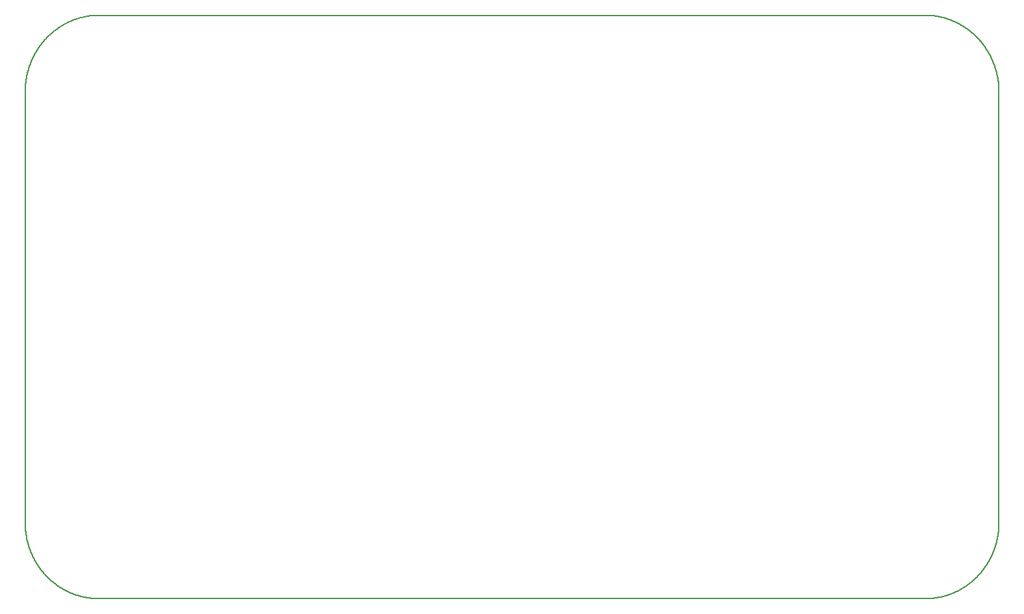
<source format=gm1>
G04 MADE WITH FRITZING*
G04 WWW.FRITZING.ORG*
G04 DOUBLE SIDED*
G04 HOLES PLATED*
G04 CONTOUR ON CENTER OF CONTOUR VECTOR*
%ASAXBY*%
%FSLAX23Y23*%
%MOIN*%
%OFA0B0*%
%SFA1.0B1.0*%
%ADD10C,0.008*%
%LNCONTOUR*%
G90*
G70*
G54D10*
X359Y3000D02*
X360Y3000D01*
X361Y3000D01*
X362Y3000D01*
X363Y3000D01*
X364Y3000D01*
X365Y3000D01*
X366Y3000D01*
X367Y3000D01*
X368Y3000D01*
X369Y3000D01*
X370Y3000D01*
X371Y3000D01*
X372Y3000D01*
X373Y3000D01*
X374Y3000D01*
X375Y3000D01*
X376Y3000D01*
X377Y3000D01*
X378Y3000D01*
X379Y3000D01*
X380Y3000D01*
X381Y3000D01*
X382Y3000D01*
X383Y3000D01*
X384Y3000D01*
X385Y3000D01*
X386Y3000D01*
X387Y3000D01*
X388Y3000D01*
X389Y3000D01*
X390Y3000D01*
X391Y3000D01*
X392Y3000D01*
X393Y3000D01*
X394Y3000D01*
X395Y3000D01*
X396Y3000D01*
X397Y3000D01*
X398Y3000D01*
X399Y3000D01*
X400Y3000D01*
X401Y3000D01*
X402Y3000D01*
X403Y3000D01*
X404Y3000D01*
X405Y3000D01*
X406Y3000D01*
X407Y3000D01*
X408Y3000D01*
X409Y3000D01*
X410Y3000D01*
X411Y3000D01*
X412Y3000D01*
X413Y3000D01*
X414Y3000D01*
X415Y3000D01*
X416Y3000D01*
X417Y3000D01*
X418Y3000D01*
X419Y3000D01*
X420Y3000D01*
X421Y3000D01*
X422Y3000D01*
X423Y3000D01*
X424Y3000D01*
X425Y3000D01*
X426Y3000D01*
X427Y3000D01*
X428Y3000D01*
X429Y3000D01*
X430Y3000D01*
X431Y3000D01*
X432Y3000D01*
X433Y3000D01*
X434Y3000D01*
X435Y3000D01*
X436Y3000D01*
X437Y3000D01*
X438Y3000D01*
X439Y3000D01*
X440Y3000D01*
X441Y3000D01*
X442Y3000D01*
X443Y3000D01*
X444Y3000D01*
X445Y3000D01*
X446Y3000D01*
X447Y3000D01*
X448Y3000D01*
X449Y3000D01*
X450Y3000D01*
X451Y3000D01*
X452Y3000D01*
X453Y3000D01*
X454Y3000D01*
X455Y3000D01*
X456Y3000D01*
X457Y3000D01*
X458Y3000D01*
X459Y3000D01*
X460Y3000D01*
X461Y3000D01*
X462Y3000D01*
X463Y3000D01*
X464Y3000D01*
X465Y3000D01*
X466Y3000D01*
X467Y3000D01*
X468Y3000D01*
X469Y3000D01*
X470Y3000D01*
X471Y3000D01*
X472Y3000D01*
X473Y3000D01*
X474Y3000D01*
X475Y3000D01*
X476Y3000D01*
X477Y3000D01*
X478Y3000D01*
X479Y3000D01*
X480Y3000D01*
X481Y3000D01*
X482Y3000D01*
X483Y3000D01*
X484Y3000D01*
X485Y3000D01*
X486Y3000D01*
X487Y3000D01*
X488Y3000D01*
X489Y3000D01*
X490Y3000D01*
X491Y3000D01*
X492Y3000D01*
X493Y3000D01*
X494Y3000D01*
X495Y3000D01*
X496Y3000D01*
X497Y3000D01*
X498Y3000D01*
X499Y3000D01*
X500Y3000D01*
X501Y3000D01*
X502Y3000D01*
X503Y3000D01*
X504Y3000D01*
X505Y3000D01*
X506Y3000D01*
X507Y3000D01*
X508Y3000D01*
X509Y3000D01*
X510Y3000D01*
X511Y3000D01*
X512Y3000D01*
X513Y3000D01*
X514Y3000D01*
X515Y3000D01*
X516Y3000D01*
X517Y3000D01*
X518Y3000D01*
X519Y3000D01*
X520Y3000D01*
X521Y3000D01*
X522Y3000D01*
X523Y3000D01*
X524Y3000D01*
X525Y3000D01*
X526Y3000D01*
X527Y3000D01*
X528Y3000D01*
X529Y3000D01*
X530Y3000D01*
X531Y3000D01*
X532Y3000D01*
X533Y3000D01*
X534Y3000D01*
X535Y3000D01*
X536Y3000D01*
X537Y3000D01*
X538Y3000D01*
X539Y3000D01*
X540Y3000D01*
X541Y3000D01*
X542Y3000D01*
X543Y3000D01*
X544Y3000D01*
X545Y3000D01*
X546Y3000D01*
X547Y3000D01*
X548Y3000D01*
X549Y3000D01*
X550Y3000D01*
X551Y3000D01*
X552Y3000D01*
X553Y3000D01*
X554Y3000D01*
X555Y3000D01*
X556Y3000D01*
X557Y3000D01*
X558Y3000D01*
X559Y3000D01*
X560Y3000D01*
X561Y3000D01*
X562Y3000D01*
X563Y3000D01*
X564Y3000D01*
X565Y3000D01*
X566Y3000D01*
X567Y3000D01*
X568Y3000D01*
X569Y3000D01*
X570Y3000D01*
X571Y3000D01*
X572Y3000D01*
X573Y3000D01*
X574Y3000D01*
X575Y3000D01*
X576Y3000D01*
X577Y3000D01*
X578Y3000D01*
X579Y3000D01*
X580Y3000D01*
X581Y3000D01*
X582Y3000D01*
X583Y3000D01*
X584Y3000D01*
X585Y3000D01*
X586Y3000D01*
X587Y3000D01*
X588Y3000D01*
X589Y3000D01*
X590Y3000D01*
X591Y3000D01*
X592Y3000D01*
X593Y3000D01*
X594Y3000D01*
X595Y3000D01*
X596Y3000D01*
X597Y3000D01*
X598Y3000D01*
X599Y3000D01*
X600Y3000D01*
X601Y3000D01*
X602Y3000D01*
X603Y3000D01*
X604Y3000D01*
X605Y3000D01*
X606Y3000D01*
X607Y3000D01*
X608Y3000D01*
X609Y3000D01*
X610Y3000D01*
X611Y3000D01*
X612Y3000D01*
X613Y3000D01*
X614Y3000D01*
X615Y3000D01*
X616Y3000D01*
X617Y3000D01*
X618Y3000D01*
X619Y3000D01*
X620Y3000D01*
X621Y3000D01*
X622Y3000D01*
X623Y3000D01*
X624Y3000D01*
X625Y3000D01*
X626Y3000D01*
X627Y3000D01*
X628Y3000D01*
X629Y3000D01*
X630Y3000D01*
X631Y3000D01*
X632Y3000D01*
X633Y3000D01*
X634Y3000D01*
X635Y3000D01*
X636Y3000D01*
X637Y3000D01*
X638Y3000D01*
X639Y3000D01*
X640Y3000D01*
X641Y3000D01*
X642Y3000D01*
X643Y3000D01*
X644Y3000D01*
X645Y3000D01*
X646Y3000D01*
X647Y3000D01*
X648Y3000D01*
X649Y3000D01*
X650Y3000D01*
X651Y3000D01*
X652Y3000D01*
X653Y3000D01*
X654Y3000D01*
X655Y3000D01*
X656Y3000D01*
X657Y3000D01*
X658Y3000D01*
X659Y3000D01*
X660Y3000D01*
X661Y3000D01*
X662Y3000D01*
X663Y3000D01*
X664Y3000D01*
X665Y3000D01*
X666Y3000D01*
X667Y3000D01*
X668Y3000D01*
X669Y3000D01*
X670Y3000D01*
X671Y3000D01*
X672Y3000D01*
X673Y3000D01*
X674Y3000D01*
X675Y3000D01*
X676Y3000D01*
X677Y3000D01*
X678Y3000D01*
X679Y3000D01*
X680Y3000D01*
X681Y3000D01*
X682Y3000D01*
X683Y3000D01*
X684Y3000D01*
X685Y3000D01*
X686Y3000D01*
X687Y3000D01*
X688Y3000D01*
X689Y3000D01*
X690Y3000D01*
X691Y3000D01*
X692Y3000D01*
X693Y3000D01*
X694Y3000D01*
X695Y3000D01*
X696Y3000D01*
X697Y3000D01*
X698Y3000D01*
X699Y3000D01*
X700Y3000D01*
X701Y3000D01*
X702Y3000D01*
X703Y3000D01*
X704Y3000D01*
X705Y3000D01*
X706Y3000D01*
X707Y3000D01*
X708Y3000D01*
X709Y3000D01*
X710Y3000D01*
X711Y3000D01*
X712Y3000D01*
X713Y3000D01*
X714Y3000D01*
X715Y3000D01*
X716Y3000D01*
X717Y3000D01*
X718Y3000D01*
X719Y3000D01*
X720Y3000D01*
X721Y3000D01*
X722Y3000D01*
X723Y3000D01*
X724Y3000D01*
X725Y3000D01*
X726Y3000D01*
X727Y3000D01*
X728Y3000D01*
X729Y3000D01*
X730Y3000D01*
X731Y3000D01*
X732Y3000D01*
X733Y3000D01*
X734Y3000D01*
X735Y3000D01*
X736Y3000D01*
X737Y3000D01*
X738Y3000D01*
X739Y3000D01*
X740Y3000D01*
X741Y3000D01*
X742Y3000D01*
X743Y3000D01*
X744Y3000D01*
X745Y3000D01*
X746Y3000D01*
X747Y3000D01*
X748Y3000D01*
X749Y3000D01*
X750Y3000D01*
X751Y3000D01*
X752Y3000D01*
X753Y3000D01*
X754Y3000D01*
X755Y3000D01*
X756Y3000D01*
X757Y3000D01*
X758Y3000D01*
X759Y3000D01*
X760Y3000D01*
X761Y3000D01*
X762Y3000D01*
X763Y3000D01*
X764Y3000D01*
X765Y3000D01*
X766Y3000D01*
X767Y3000D01*
X768Y3000D01*
X769Y3000D01*
X770Y3000D01*
X771Y3000D01*
X772Y3000D01*
X773Y3000D01*
X774Y3000D01*
X775Y3000D01*
X776Y3000D01*
X777Y3000D01*
X778Y3000D01*
X779Y3000D01*
X780Y3000D01*
X781Y3000D01*
X782Y3000D01*
X783Y3000D01*
X784Y3000D01*
X785Y3000D01*
X786Y3000D01*
X787Y3000D01*
X788Y3000D01*
X789Y3000D01*
X790Y3000D01*
X791Y3000D01*
X792Y3000D01*
X793Y3000D01*
X794Y3000D01*
X795Y3000D01*
X796Y3000D01*
X797Y3000D01*
X798Y3000D01*
X799Y3000D01*
X800Y3000D01*
X801Y3000D01*
X802Y3000D01*
X803Y3000D01*
X804Y3000D01*
X805Y3000D01*
X806Y3000D01*
X807Y3000D01*
X808Y3000D01*
X809Y3000D01*
X810Y3000D01*
X811Y3000D01*
X812Y3000D01*
X813Y3000D01*
X814Y3000D01*
X815Y3000D01*
X816Y3000D01*
X817Y3000D01*
X818Y3000D01*
X819Y3000D01*
X820Y3000D01*
X821Y3000D01*
X822Y3000D01*
X823Y3000D01*
X824Y3000D01*
X825Y3000D01*
X826Y3000D01*
X827Y3000D01*
X828Y3000D01*
X829Y3000D01*
X830Y3000D01*
X831Y3000D01*
X832Y3000D01*
X833Y3000D01*
X834Y3000D01*
X835Y3000D01*
X836Y3000D01*
X837Y3000D01*
X838Y3000D01*
X839Y3000D01*
X840Y3000D01*
X841Y3000D01*
X842Y3000D01*
X843Y3000D01*
X844Y3000D01*
X845Y3000D01*
X846Y3000D01*
X847Y3000D01*
X848Y3000D01*
X849Y3000D01*
X850Y3000D01*
X851Y3000D01*
X852Y3000D01*
X853Y3000D01*
X854Y3000D01*
X855Y3000D01*
X856Y3000D01*
X857Y3000D01*
X858Y3000D01*
X859Y3000D01*
X860Y3000D01*
X861Y3000D01*
X862Y3000D01*
X863Y3000D01*
X864Y3000D01*
X865Y3000D01*
X866Y3000D01*
X867Y3000D01*
X868Y3000D01*
X869Y3000D01*
X870Y3000D01*
X871Y3000D01*
X872Y3000D01*
X873Y3000D01*
X874Y3000D01*
X875Y3000D01*
X876Y3000D01*
X877Y3000D01*
X878Y3000D01*
X879Y3000D01*
X880Y3000D01*
X881Y3000D01*
X882Y3000D01*
X883Y3000D01*
X884Y3000D01*
X885Y3000D01*
X886Y3000D01*
X887Y3000D01*
X888Y3000D01*
X889Y3000D01*
X890Y3000D01*
X891Y3000D01*
X892Y3000D01*
X893Y3000D01*
X894Y3000D01*
X895Y3000D01*
X896Y3000D01*
X897Y3000D01*
X898Y3000D01*
X899Y3000D01*
X900Y3000D01*
X901Y3000D01*
X902Y3000D01*
X903Y3000D01*
X904Y3000D01*
X905Y3000D01*
X906Y3000D01*
X907Y3000D01*
X908Y3000D01*
X909Y3000D01*
X910Y3000D01*
X911Y3000D01*
X912Y3000D01*
X913Y3000D01*
X914Y3000D01*
X915Y3000D01*
X916Y3000D01*
X917Y3000D01*
X918Y3000D01*
X919Y3000D01*
X920Y3000D01*
X921Y3000D01*
X922Y3000D01*
X923Y3000D01*
X924Y3000D01*
X925Y3000D01*
X926Y3000D01*
X927Y3000D01*
X928Y3000D01*
X929Y3000D01*
X930Y3000D01*
X931Y3000D01*
X932Y3000D01*
X933Y3000D01*
X934Y3000D01*
X935Y3000D01*
X936Y3000D01*
X937Y3000D01*
X938Y3000D01*
X939Y3000D01*
X940Y3000D01*
X941Y3000D01*
X942Y3000D01*
X943Y3000D01*
X944Y3000D01*
X945Y3000D01*
X946Y3000D01*
X947Y3000D01*
X948Y3000D01*
X949Y3000D01*
X950Y3000D01*
X951Y3000D01*
X952Y3000D01*
X953Y3000D01*
X954Y3000D01*
X955Y3000D01*
X956Y3000D01*
X957Y3000D01*
X958Y3000D01*
X959Y3000D01*
X960Y3000D01*
X961Y3000D01*
X962Y3000D01*
X963Y3000D01*
X964Y3000D01*
X965Y3000D01*
X966Y3000D01*
X967Y3000D01*
X968Y3000D01*
X969Y3000D01*
X970Y3000D01*
X971Y3000D01*
X972Y3000D01*
X973Y3000D01*
X974Y3000D01*
X975Y3000D01*
X976Y3000D01*
X977Y3000D01*
X978Y3000D01*
X979Y3000D01*
X980Y3000D01*
X981Y3000D01*
X982Y3000D01*
X983Y3000D01*
X984Y3000D01*
X985Y3000D01*
X986Y3000D01*
X987Y3000D01*
X988Y3000D01*
X989Y3000D01*
X990Y3000D01*
X991Y3000D01*
X992Y3000D01*
X993Y3000D01*
X994Y3000D01*
X995Y3000D01*
X996Y3000D01*
X997Y3000D01*
X998Y3000D01*
X999Y3000D01*
X1000Y3000D01*
X1001Y3000D01*
X1002Y3000D01*
X1003Y3000D01*
X1004Y3000D01*
X1005Y3000D01*
X1006Y3000D01*
X1007Y3000D01*
X1008Y3000D01*
X1009Y3000D01*
X1010Y3000D01*
X1011Y3000D01*
X1012Y3000D01*
X1013Y3000D01*
X1014Y3000D01*
X1015Y3000D01*
X1016Y3000D01*
X1017Y3000D01*
X1018Y3000D01*
X1019Y3000D01*
X1020Y3000D01*
X1021Y3000D01*
X1022Y3000D01*
X1023Y3000D01*
X1024Y3000D01*
X1025Y3000D01*
X1026Y3000D01*
X1027Y3000D01*
X1028Y3000D01*
X1029Y3000D01*
X1030Y3000D01*
X1031Y3000D01*
X1032Y3000D01*
X1033Y3000D01*
X1034Y3000D01*
X1035Y3000D01*
X1036Y3000D01*
X1037Y3000D01*
X1038Y3000D01*
X1039Y3000D01*
X1040Y3000D01*
X1041Y3000D01*
X1042Y3000D01*
X1043Y3000D01*
X1044Y3000D01*
X1045Y3000D01*
X1046Y3000D01*
X1047Y3000D01*
X1048Y3000D01*
X1049Y3000D01*
X1050Y3000D01*
X1051Y3000D01*
X1052Y3000D01*
X1053Y3000D01*
X1054Y3000D01*
X1055Y3000D01*
X1056Y3000D01*
X1057Y3000D01*
X1058Y3000D01*
X1059Y3000D01*
X1060Y3000D01*
X1061Y3000D01*
X1062Y3000D01*
X1063Y3000D01*
X1064Y3000D01*
X1065Y3000D01*
X1066Y3000D01*
X1067Y3000D01*
X1068Y3000D01*
X1069Y3000D01*
X1070Y3000D01*
X1071Y3000D01*
X1072Y3000D01*
X1073Y3000D01*
X1074Y3000D01*
X1075Y3000D01*
X1076Y3000D01*
X1077Y3000D01*
X1078Y3000D01*
X1079Y3000D01*
X1080Y3000D01*
X1081Y3000D01*
X1082Y3000D01*
X1083Y3000D01*
X1084Y3000D01*
X1085Y3000D01*
X1086Y3000D01*
X1087Y3000D01*
X1088Y3000D01*
X1089Y3000D01*
X1090Y3000D01*
X1091Y3000D01*
X1092Y3000D01*
X1093Y3000D01*
X1094Y3000D01*
X1095Y3000D01*
X1096Y3000D01*
X1097Y3000D01*
X1098Y3000D01*
X1099Y3000D01*
X1100Y3000D01*
X1101Y3000D01*
X1102Y3000D01*
X1103Y3000D01*
X1104Y3000D01*
X1105Y3000D01*
X1106Y3000D01*
X1107Y3000D01*
X1108Y3000D01*
X1109Y3000D01*
X1110Y3000D01*
X1111Y3000D01*
X1112Y3000D01*
X1113Y3000D01*
X1114Y3000D01*
X1115Y3000D01*
X1116Y3000D01*
X1117Y3000D01*
X1118Y3000D01*
X1119Y3000D01*
X1120Y3000D01*
X1121Y3000D01*
X1122Y3000D01*
X1123Y3000D01*
X1124Y3000D01*
X1125Y3000D01*
X1126Y3000D01*
X1127Y3000D01*
X1128Y3000D01*
X1129Y3000D01*
X1130Y3000D01*
X1131Y3000D01*
X1132Y3000D01*
X1133Y3000D01*
X1134Y3000D01*
X1135Y3000D01*
X1136Y3000D01*
X1137Y3000D01*
X1138Y3000D01*
X1139Y3000D01*
X1140Y3000D01*
X1141Y3000D01*
X1142Y3000D01*
X1143Y3000D01*
X1144Y3000D01*
X1145Y3000D01*
X1146Y3000D01*
X1147Y3000D01*
X1148Y3000D01*
X1149Y3000D01*
X1150Y3000D01*
X1151Y3000D01*
X1152Y3000D01*
X1153Y3000D01*
X1154Y3000D01*
X1155Y3000D01*
X1156Y3000D01*
X1157Y3000D01*
X1158Y3000D01*
X1159Y3000D01*
X1160Y3000D01*
X1161Y3000D01*
X1162Y3000D01*
X1163Y3000D01*
X1164Y3000D01*
X1165Y3000D01*
X1166Y3000D01*
X1167Y3000D01*
X1168Y3000D01*
X1169Y3000D01*
X1170Y3000D01*
X1171Y3000D01*
X1172Y3000D01*
X1173Y3000D01*
X1174Y3000D01*
X1175Y3000D01*
X1176Y3000D01*
X1177Y3000D01*
X1178Y3000D01*
X1179Y3000D01*
X1180Y3000D01*
X1181Y3000D01*
X1182Y3000D01*
X1183Y3000D01*
X1184Y3000D01*
X1185Y3000D01*
X1186Y3000D01*
X1187Y3000D01*
X1188Y3000D01*
X1189Y3000D01*
X1190Y3000D01*
X1191Y3000D01*
X1192Y3000D01*
X1193Y3000D01*
X1194Y3000D01*
X1195Y3000D01*
X1196Y3000D01*
X1197Y3000D01*
X1198Y3000D01*
X1199Y3000D01*
X1200Y3000D01*
X1201Y3000D01*
X1202Y3000D01*
X1203Y3000D01*
X1204Y3000D01*
X1205Y3000D01*
X1206Y3000D01*
X1207Y3000D01*
X1208Y3000D01*
X1209Y3000D01*
X1210Y3000D01*
X1211Y3000D01*
X1212Y3000D01*
X1213Y3000D01*
X1214Y3000D01*
X1215Y3000D01*
X1216Y3000D01*
X1217Y3000D01*
X1218Y3000D01*
X1219Y3000D01*
X1220Y3000D01*
X1221Y3000D01*
X1222Y3000D01*
X1223Y3000D01*
X1224Y3000D01*
X1225Y3000D01*
X1226Y3000D01*
X1227Y3000D01*
X1228Y3000D01*
X1229Y3000D01*
X1230Y3000D01*
X1231Y3000D01*
X1232Y3000D01*
X1233Y3000D01*
X1234Y3000D01*
X1235Y3000D01*
X1236Y3000D01*
X1237Y3000D01*
X1238Y3000D01*
X1239Y3000D01*
X1240Y3000D01*
X1241Y3000D01*
X1242Y3000D01*
X1243Y3000D01*
X1244Y3000D01*
X1245Y3000D01*
X1246Y3000D01*
X1247Y3000D01*
X1248Y3000D01*
X1249Y3000D01*
X1250Y3000D01*
X1251Y3000D01*
X1252Y3000D01*
X1253Y3000D01*
X1254Y3000D01*
X1255Y3000D01*
X1256Y3000D01*
X1257Y3000D01*
X1258Y3000D01*
X1259Y3000D01*
X1260Y3000D01*
X1261Y3000D01*
X1262Y3000D01*
X1263Y3000D01*
X1264Y3000D01*
X1265Y3000D01*
X1266Y3000D01*
X1267Y3000D01*
X1268Y3000D01*
X1269Y3000D01*
X1270Y3000D01*
X1271Y3000D01*
X1272Y3000D01*
X1273Y3000D01*
X1274Y3000D01*
X1275Y3000D01*
X1276Y3000D01*
X1277Y3000D01*
X1278Y3000D01*
X1279Y3000D01*
X1280Y3000D01*
X1281Y3000D01*
X1282Y3000D01*
X1283Y3000D01*
X1284Y3000D01*
X1285Y3000D01*
X1286Y3000D01*
X1287Y3000D01*
X1288Y3000D01*
X1289Y3000D01*
X1290Y3000D01*
X1291Y3000D01*
X1292Y3000D01*
X1293Y3000D01*
X1294Y3000D01*
X1295Y3000D01*
X1296Y3000D01*
X1297Y3000D01*
X1298Y3000D01*
X1299Y3000D01*
X1300Y3000D01*
X1301Y3000D01*
X1302Y3000D01*
X1303Y3000D01*
X1304Y3000D01*
X1305Y3000D01*
X1306Y3000D01*
X1307Y3000D01*
X1308Y3000D01*
X1309Y3000D01*
X1310Y3000D01*
X1311Y3000D01*
X1312Y3000D01*
X1313Y3000D01*
X1314Y3000D01*
X1315Y3000D01*
X1316Y3000D01*
X1317Y3000D01*
X1318Y3000D01*
X1319Y3000D01*
X1320Y3000D01*
X1321Y3000D01*
X1322Y3000D01*
X1323Y3000D01*
X1324Y3000D01*
X1325Y3000D01*
X1326Y3000D01*
X1327Y3000D01*
X1328Y3000D01*
X1329Y3000D01*
X1330Y3000D01*
X1331Y3000D01*
X1332Y3000D01*
X1333Y3000D01*
X1334Y3000D01*
X1335Y3000D01*
X1336Y3000D01*
X1337Y3000D01*
X1338Y3000D01*
X1339Y3000D01*
X1340Y3000D01*
X1341Y3000D01*
X1342Y3000D01*
X1343Y3000D01*
X1344Y3000D01*
X1345Y3000D01*
X1346Y3000D01*
X1347Y3000D01*
X1348Y3000D01*
X1349Y3000D01*
X1350Y3000D01*
X1351Y3000D01*
X1352Y3000D01*
X1353Y3000D01*
X1354Y3000D01*
X1355Y3000D01*
X1356Y3000D01*
X1357Y3000D01*
X1358Y3000D01*
X1359Y3000D01*
X1360Y3000D01*
X1361Y3000D01*
X1362Y3000D01*
X1363Y3000D01*
X1364Y3000D01*
X1365Y3000D01*
X1366Y3000D01*
X1367Y3000D01*
X1368Y3000D01*
X1369Y3000D01*
X1370Y3000D01*
X1371Y3000D01*
X1372Y3000D01*
X1373Y3000D01*
X1374Y3000D01*
X1375Y3000D01*
X1376Y3000D01*
X1377Y3000D01*
X1378Y3000D01*
X1379Y3000D01*
X1380Y3000D01*
X1381Y3000D01*
X1382Y3000D01*
X1383Y3000D01*
X1384Y3000D01*
X1385Y3000D01*
X1386Y3000D01*
X1387Y3000D01*
X1388Y3000D01*
X1389Y3000D01*
X1390Y3000D01*
X1391Y3000D01*
X1392Y3000D01*
X1393Y3000D01*
X1394Y3000D01*
X1395Y3000D01*
X1396Y3000D01*
X1397Y3000D01*
X1398Y3000D01*
X1399Y3000D01*
X1400Y3000D01*
X1401Y3000D01*
X1402Y3000D01*
X1403Y3000D01*
X1404Y3000D01*
X1405Y3000D01*
X1406Y3000D01*
X1407Y3000D01*
X1408Y3000D01*
X1409Y3000D01*
X1410Y3000D01*
X1411Y3000D01*
X1412Y3000D01*
X1413Y3000D01*
X1414Y3000D01*
X1415Y3000D01*
X1416Y3000D01*
X1417Y3000D01*
X1418Y3000D01*
X1419Y3000D01*
X1420Y3000D01*
X1421Y3000D01*
X1422Y3000D01*
X1423Y3000D01*
X1424Y3000D01*
X1425Y3000D01*
X1426Y3000D01*
X1427Y3000D01*
X1428Y3000D01*
X1429Y3000D01*
X1430Y3000D01*
X1431Y3000D01*
X1432Y3000D01*
X1433Y3000D01*
X1434Y3000D01*
X1435Y3000D01*
X1436Y3000D01*
X1437Y3000D01*
X1438Y3000D01*
X1439Y3000D01*
X1440Y3000D01*
X1441Y3000D01*
X1442Y3000D01*
X1443Y3000D01*
X1444Y3000D01*
X1445Y3000D01*
X1446Y3000D01*
X1447Y3000D01*
X1448Y3000D01*
X1449Y3000D01*
X1450Y3000D01*
X1451Y3000D01*
X1452Y3000D01*
X1453Y3000D01*
X1454Y3000D01*
X1455Y3000D01*
X1456Y3000D01*
X1457Y3000D01*
X1458Y3000D01*
X1459Y3000D01*
X1460Y3000D01*
X1461Y3000D01*
X1462Y3000D01*
X1463Y3000D01*
X1464Y3000D01*
X1465Y3000D01*
X1466Y3000D01*
X1467Y3000D01*
X1468Y3000D01*
X1469Y3000D01*
X1470Y3000D01*
X1471Y3000D01*
X1472Y3000D01*
X1473Y3000D01*
X1474Y3000D01*
X1475Y3000D01*
X1476Y3000D01*
X1477Y3000D01*
X1478Y3000D01*
X1479Y3000D01*
X1480Y3000D01*
X1481Y3000D01*
X1482Y3000D01*
X1483Y3000D01*
X1484Y3000D01*
X1485Y3000D01*
X1486Y3000D01*
X1487Y3000D01*
X1488Y3000D01*
X1489Y3000D01*
X1490Y3000D01*
X1491Y3000D01*
X1492Y3000D01*
X1493Y3000D01*
X1494Y3000D01*
X1495Y3000D01*
X1496Y3000D01*
X1497Y3000D01*
X1498Y3000D01*
X1499Y3000D01*
X1500Y3000D01*
X1501Y3000D01*
X1502Y3000D01*
X1503Y3000D01*
X1504Y3000D01*
X1505Y3000D01*
X1506Y3000D01*
X1507Y3000D01*
X1508Y3000D01*
X1509Y3000D01*
X1510Y3000D01*
X1511Y3000D01*
X1512Y3000D01*
X1513Y3000D01*
X1514Y3000D01*
X1515Y3000D01*
X1516Y3000D01*
X1517Y3000D01*
X1518Y3000D01*
X1519Y3000D01*
X1520Y3000D01*
X1521Y3000D01*
X1522Y3000D01*
X1523Y3000D01*
X1524Y3000D01*
X1525Y3000D01*
X1526Y3000D01*
X1527Y3000D01*
X1528Y3000D01*
X1529Y3000D01*
X1530Y3000D01*
X1531Y3000D01*
X1532Y3000D01*
X1533Y3000D01*
X1534Y3000D01*
X1535Y3000D01*
X1536Y3000D01*
X1537Y3000D01*
X1538Y3000D01*
X1539Y3000D01*
X1540Y3000D01*
X1541Y3000D01*
X1542Y3000D01*
X1543Y3000D01*
X1544Y3000D01*
X1545Y3000D01*
X1546Y3000D01*
X1547Y3000D01*
X1548Y3000D01*
X1549Y3000D01*
X1550Y3000D01*
X1551Y3000D01*
X1552Y3000D01*
X1553Y3000D01*
X1554Y3000D01*
X1555Y3000D01*
X1556Y3000D01*
X1557Y3000D01*
X1558Y3000D01*
X1559Y3000D01*
X1560Y3000D01*
X1561Y3000D01*
X1562Y3000D01*
X1563Y3000D01*
X1564Y3000D01*
X1565Y3000D01*
X1566Y3000D01*
X1567Y3000D01*
X1568Y3000D01*
X1569Y3000D01*
X1570Y3000D01*
X1571Y3000D01*
X1572Y3000D01*
X1573Y3000D01*
X1574Y3000D01*
X1575Y3000D01*
X1576Y3000D01*
X1577Y3000D01*
X1578Y3000D01*
X1579Y3000D01*
X1580Y3000D01*
X1581Y3000D01*
X1582Y3000D01*
X1583Y3000D01*
X1584Y3000D01*
X1585Y3000D01*
X1586Y3000D01*
X1587Y3000D01*
X1588Y3000D01*
X1589Y3000D01*
X1590Y3000D01*
X1591Y3000D01*
X1592Y3000D01*
X1593Y3000D01*
X1594Y3000D01*
X1595Y3000D01*
X1596Y3000D01*
X1597Y3000D01*
X1598Y3000D01*
X1599Y3000D01*
X1600Y3000D01*
X1601Y3000D01*
X1602Y3000D01*
X1603Y3000D01*
X1604Y3000D01*
X1605Y3000D01*
X1606Y3000D01*
X1607Y3000D01*
X1608Y3000D01*
X1609Y3000D01*
X1610Y3000D01*
X1611Y3000D01*
X1612Y3000D01*
X1613Y3000D01*
X1614Y3000D01*
X1615Y3000D01*
X1616Y3000D01*
X1617Y3000D01*
X1618Y3000D01*
X1619Y3000D01*
X1620Y3000D01*
X1621Y3000D01*
X1622Y3000D01*
X1623Y3000D01*
X1624Y3000D01*
X1625Y3000D01*
X1626Y3000D01*
X1627Y3000D01*
X1628Y3000D01*
X1629Y3000D01*
X1630Y3000D01*
X1631Y3000D01*
X1632Y3000D01*
X1633Y3000D01*
X1634Y3000D01*
X1635Y3000D01*
X1636Y3000D01*
X1637Y3000D01*
X1638Y3000D01*
X1639Y3000D01*
X1640Y3000D01*
X1641Y3000D01*
X1642Y3000D01*
X1643Y3000D01*
X1644Y3000D01*
X1645Y3000D01*
X1646Y3000D01*
X1647Y3000D01*
X1648Y3000D01*
X1649Y3000D01*
X1650Y3000D01*
X1651Y3000D01*
X1652Y3000D01*
X1653Y3000D01*
X1654Y3000D01*
X1655Y3000D01*
X1656Y3000D01*
X1657Y3000D01*
X1658Y3000D01*
X1659Y3000D01*
X1660Y3000D01*
X1661Y3000D01*
X1662Y3000D01*
X1663Y3000D01*
X1664Y3000D01*
X1665Y3000D01*
X1666Y3000D01*
X1667Y3000D01*
X1668Y3000D01*
X1669Y3000D01*
X1670Y3000D01*
X1671Y3000D01*
X1672Y3000D01*
X1673Y3000D01*
X1674Y3000D01*
X1675Y3000D01*
X1676Y3000D01*
X1677Y3000D01*
X1678Y3000D01*
X1679Y3000D01*
X1680Y3000D01*
X1681Y3000D01*
X1682Y3000D01*
X1683Y3000D01*
X1684Y3000D01*
X1685Y3000D01*
X1686Y3000D01*
X1687Y3000D01*
X1688Y3000D01*
X1689Y3000D01*
X1690Y3000D01*
X1691Y3000D01*
X1692Y3000D01*
X1693Y3000D01*
X1694Y3000D01*
X1695Y3000D01*
X1696Y3000D01*
X1697Y3000D01*
X1698Y3000D01*
X1699Y3000D01*
X1700Y3000D01*
X1701Y3000D01*
X1702Y3000D01*
X1703Y3000D01*
X1704Y3000D01*
X1705Y3000D01*
X1706Y3000D01*
X1707Y3000D01*
X1708Y3000D01*
X1709Y3000D01*
X1710Y3000D01*
X1711Y3000D01*
X1712Y3000D01*
X1713Y3000D01*
X1714Y3000D01*
X1715Y3000D01*
X1716Y3000D01*
X1717Y3000D01*
X1718Y3000D01*
X1719Y3000D01*
X1720Y3000D01*
X1721Y3000D01*
X1722Y3000D01*
X1723Y3000D01*
X1724Y3000D01*
X1725Y3000D01*
X1726Y3000D01*
X1727Y3000D01*
X1728Y3000D01*
X1729Y3000D01*
X1730Y3000D01*
X1731Y3000D01*
X1732Y3000D01*
X1733Y3000D01*
X1734Y3000D01*
X1735Y3000D01*
X1736Y3000D01*
X1737Y3000D01*
X1738Y3000D01*
X1739Y3000D01*
X1740Y3000D01*
X1741Y3000D01*
X1742Y3000D01*
X1743Y3000D01*
X1744Y3000D01*
X1745Y3000D01*
X1746Y3000D01*
X1747Y3000D01*
X1748Y3000D01*
X1749Y3000D01*
X1750Y3000D01*
X1751Y3000D01*
X1752Y3000D01*
X1753Y3000D01*
X1754Y3000D01*
X1755Y3000D01*
X1756Y3000D01*
X1757Y3000D01*
X1758Y3000D01*
X1759Y3000D01*
X1760Y3000D01*
X1761Y3000D01*
X1762Y3000D01*
X1763Y3000D01*
X1764Y3000D01*
X1765Y3000D01*
X1766Y3000D01*
X1767Y3000D01*
X1768Y3000D01*
X1769Y3000D01*
X1770Y3000D01*
X1771Y3000D01*
X1772Y3000D01*
X1773Y3000D01*
X1774Y3000D01*
X1775Y3000D01*
X1776Y3000D01*
X1777Y3000D01*
X1778Y3000D01*
X1779Y3000D01*
X1780Y3000D01*
X1781Y3000D01*
X1782Y3000D01*
X1783Y3000D01*
X1784Y3000D01*
X1785Y3000D01*
X1786Y3000D01*
X1787Y3000D01*
X1788Y3000D01*
X1789Y3000D01*
X1790Y3000D01*
X1791Y3000D01*
X1792Y3000D01*
X1793Y3000D01*
X1794Y3000D01*
X1795Y3000D01*
X1796Y3000D01*
X1797Y3000D01*
X1798Y3000D01*
X1799Y3000D01*
X1800Y3000D01*
X1801Y3000D01*
X1802Y3000D01*
X1803Y3000D01*
X1804Y3000D01*
X1805Y3000D01*
X1806Y3000D01*
X1807Y3000D01*
X1808Y3000D01*
X1809Y3000D01*
X1810Y3000D01*
X1811Y3000D01*
X1812Y3000D01*
X1813Y3000D01*
X1814Y3000D01*
X1815Y3000D01*
X1816Y3000D01*
X1817Y3000D01*
X1818Y3000D01*
X1819Y3000D01*
X1820Y3000D01*
X1821Y3000D01*
X1822Y3000D01*
X1823Y3000D01*
X1824Y3000D01*
X1825Y3000D01*
X1826Y3000D01*
X1827Y3000D01*
X1828Y3000D01*
X1829Y3000D01*
X1830Y3000D01*
X1831Y3000D01*
X1832Y3000D01*
X1833Y3000D01*
X1834Y3000D01*
X1835Y3000D01*
X1836Y3000D01*
X1837Y3000D01*
X1838Y3000D01*
X1839Y3000D01*
X1840Y3000D01*
X1841Y3000D01*
X1842Y3000D01*
X1843Y3000D01*
X1844Y3000D01*
X1845Y3000D01*
X1846Y3000D01*
X1847Y3000D01*
X1848Y3000D01*
X1849Y3000D01*
X1850Y3000D01*
X1851Y3000D01*
X1852Y3000D01*
X1853Y3000D01*
X1854Y3000D01*
X1855Y3000D01*
X1856Y3000D01*
X1857Y3000D01*
X1858Y3000D01*
X1859Y3000D01*
X1860Y3000D01*
X1861Y3000D01*
X1862Y3000D01*
X1863Y3000D01*
X1864Y3000D01*
X1865Y3000D01*
X1866Y3000D01*
X1867Y3000D01*
X1868Y3000D01*
X1869Y3000D01*
X1870Y3000D01*
X1871Y3000D01*
X1872Y3000D01*
X1873Y3000D01*
X1874Y3000D01*
X1875Y3000D01*
X1876Y3000D01*
X1877Y3000D01*
X1878Y3000D01*
X1879Y3000D01*
X1880Y3000D01*
X1881Y3000D01*
X1882Y3000D01*
X1883Y3000D01*
X1884Y3000D01*
X1885Y3000D01*
X1886Y3000D01*
X1887Y3000D01*
X1888Y3000D01*
X1889Y3000D01*
X1890Y3000D01*
X1891Y3000D01*
X1892Y3000D01*
X1893Y3000D01*
X1894Y3000D01*
X1895Y3000D01*
X1896Y3000D01*
X1897Y3000D01*
X1898Y3000D01*
X1899Y3000D01*
X1900Y3000D01*
X1901Y3000D01*
X1902Y3000D01*
X1903Y3000D01*
X1904Y3000D01*
X1905Y3000D01*
X1906Y3000D01*
X1907Y3000D01*
X1908Y3000D01*
X1909Y3000D01*
X1910Y3000D01*
X1911Y3000D01*
X1912Y3000D01*
X1913Y3000D01*
X1914Y3000D01*
X1915Y3000D01*
X1916Y3000D01*
X1917Y3000D01*
X1918Y3000D01*
X1919Y3000D01*
X1920Y3000D01*
X1921Y3000D01*
X1922Y3000D01*
X1923Y3000D01*
X1924Y3000D01*
X1925Y3000D01*
X1926Y3000D01*
X1927Y3000D01*
X1928Y3000D01*
X1929Y3000D01*
X1930Y3000D01*
X1931Y3000D01*
X1932Y3000D01*
X1933Y3000D01*
X1934Y3000D01*
X1935Y3000D01*
X1936Y3000D01*
X1937Y3000D01*
X1938Y3000D01*
X1939Y3000D01*
X1940Y3000D01*
X1941Y3000D01*
X1942Y3000D01*
X1943Y3000D01*
X1944Y3000D01*
X1945Y3000D01*
X1946Y3000D01*
X1947Y3000D01*
X1948Y3000D01*
X1949Y3000D01*
X1950Y3000D01*
X1951Y3000D01*
X1952Y3000D01*
X1953Y3000D01*
X1954Y3000D01*
X1955Y3000D01*
X1956Y3000D01*
X1957Y3000D01*
X1958Y3000D01*
X1959Y3000D01*
X1960Y3000D01*
X1961Y3000D01*
X1962Y3000D01*
X1963Y3000D01*
X1964Y3000D01*
X1965Y3000D01*
X1966Y3000D01*
X1967Y3000D01*
X1968Y3000D01*
X1969Y3000D01*
X1970Y3000D01*
X1971Y3000D01*
X1972Y3000D01*
X1973Y3000D01*
X1974Y3000D01*
X1975Y3000D01*
X1976Y3000D01*
X1977Y3000D01*
X1978Y3000D01*
X1979Y3000D01*
X1980Y3000D01*
X1981Y3000D01*
X1982Y3000D01*
X1983Y3000D01*
X1984Y3000D01*
X1985Y3000D01*
X1986Y3000D01*
X1987Y3000D01*
X1988Y3000D01*
X1989Y3000D01*
X1990Y3000D01*
X1991Y3000D01*
X1992Y3000D01*
X1993Y3000D01*
X1994Y3000D01*
X1995Y3000D01*
X1996Y3000D01*
X1997Y3000D01*
X1998Y3000D01*
X1999Y3000D01*
X2000Y3000D01*
X2001Y3000D01*
X2002Y3000D01*
X2003Y3000D01*
X2004Y3000D01*
X2005Y3000D01*
X2006Y3000D01*
X2007Y3000D01*
X2008Y3000D01*
X2009Y3000D01*
X2010Y3000D01*
X2011Y3000D01*
X2012Y3000D01*
X2013Y3000D01*
X2014Y3000D01*
X2015Y3000D01*
X2016Y3000D01*
X2017Y3000D01*
X2018Y3000D01*
X2019Y3000D01*
X2020Y3000D01*
X2021Y3000D01*
X2022Y3000D01*
X2023Y3000D01*
X2024Y3000D01*
X2025Y3000D01*
X2026Y3000D01*
X2027Y3000D01*
X2028Y3000D01*
X2029Y3000D01*
X2030Y3000D01*
X2031Y3000D01*
X2032Y3000D01*
X2033Y3000D01*
X2034Y3000D01*
X2035Y3000D01*
X2036Y3000D01*
X2037Y3000D01*
X2038Y3000D01*
X2039Y3000D01*
X2040Y3000D01*
X2041Y3000D01*
X2042Y3000D01*
X2043Y3000D01*
X2044Y3000D01*
X2045Y3000D01*
X2046Y3000D01*
X2047Y3000D01*
X2048Y3000D01*
X2049Y3000D01*
X2050Y3000D01*
X2051Y3000D01*
X2052Y3000D01*
X2053Y3000D01*
X2054Y3000D01*
X2055Y3000D01*
X2056Y3000D01*
X2057Y3000D01*
X2058Y3000D01*
X2059Y3000D01*
X2060Y3000D01*
X2061Y3000D01*
X2062Y3000D01*
X2063Y3000D01*
X2064Y3000D01*
X2065Y3000D01*
X2066Y3000D01*
X2067Y3000D01*
X2068Y3000D01*
X2069Y3000D01*
X2070Y3000D01*
X2071Y3000D01*
X2072Y3000D01*
X2073Y3000D01*
X2074Y3000D01*
X2075Y3000D01*
X2076Y3000D01*
X2077Y3000D01*
X2078Y3000D01*
X2079Y3000D01*
X2080Y3000D01*
X2081Y3000D01*
X2082Y3000D01*
X2083Y3000D01*
X2084Y3000D01*
X2085Y3000D01*
X2086Y3000D01*
X2087Y3000D01*
X2088Y3000D01*
X2089Y3000D01*
X2090Y3000D01*
X2091Y3000D01*
X2092Y3000D01*
X2093Y3000D01*
X2094Y3000D01*
X2095Y3000D01*
X2096Y3000D01*
X2097Y3000D01*
X2098Y3000D01*
X2099Y3000D01*
X2100Y3000D01*
X2101Y3000D01*
X2102Y3000D01*
X2103Y3000D01*
X2104Y3000D01*
X2105Y3000D01*
X2106Y3000D01*
X2107Y3000D01*
X2108Y3000D01*
X2109Y3000D01*
X2110Y3000D01*
X2111Y3000D01*
X2112Y3000D01*
X2113Y3000D01*
X2114Y3000D01*
X2115Y3000D01*
X2116Y3000D01*
X2117Y3000D01*
X2118Y3000D01*
X2119Y3000D01*
X2120Y3000D01*
X2121Y3000D01*
X2122Y3000D01*
X2123Y3000D01*
X2124Y3000D01*
X2125Y3000D01*
X2126Y3000D01*
X2127Y3000D01*
X2128Y3000D01*
X2129Y3000D01*
X2130Y3000D01*
X2131Y3000D01*
X2132Y3000D01*
X2133Y3000D01*
X2134Y3000D01*
X2135Y3000D01*
X2136Y3000D01*
X2137Y3000D01*
X2138Y3000D01*
X2139Y3000D01*
X2140Y3000D01*
X2141Y3000D01*
X2142Y3000D01*
X2143Y3000D01*
X2144Y3000D01*
X2145Y3000D01*
X2146Y3000D01*
X2147Y3000D01*
X2148Y3000D01*
X2149Y3000D01*
X2150Y3000D01*
X2151Y3000D01*
X2152Y3000D01*
X2153Y3000D01*
X2154Y3000D01*
X2155Y3000D01*
X2156Y3000D01*
X2157Y3000D01*
X2158Y3000D01*
X2159Y3000D01*
X2160Y3000D01*
X2161Y3000D01*
X2162Y3000D01*
X2163Y3000D01*
X2164Y3000D01*
X2165Y3000D01*
X2166Y3000D01*
X2167Y3000D01*
X2168Y3000D01*
X2169Y3000D01*
X2170Y3000D01*
X2171Y3000D01*
X2172Y3000D01*
X2173Y3000D01*
X2174Y3000D01*
X2175Y3000D01*
X2176Y3000D01*
X2177Y3000D01*
X2178Y3000D01*
X2179Y3000D01*
X2180Y3000D01*
X2181Y3000D01*
X2182Y3000D01*
X2183Y3000D01*
X2184Y3000D01*
X2185Y3000D01*
X2186Y3000D01*
X2187Y3000D01*
X2188Y3000D01*
X2189Y3000D01*
X2190Y3000D01*
X2191Y3000D01*
X2192Y3000D01*
X2193Y3000D01*
X2194Y3000D01*
X2195Y3000D01*
X2196Y3000D01*
X2197Y3000D01*
X2198Y3000D01*
X2199Y3000D01*
X2200Y3000D01*
X2201Y3000D01*
X2202Y3000D01*
X2203Y3000D01*
X2204Y3000D01*
X2205Y3000D01*
X2206Y3000D01*
X2207Y3000D01*
X2208Y3000D01*
X2209Y3000D01*
X2210Y3000D01*
X2211Y3000D01*
X2212Y3000D01*
X2213Y3000D01*
X2214Y3000D01*
X2215Y3000D01*
X2216Y3000D01*
X2217Y3000D01*
X2218Y3000D01*
X2219Y3000D01*
X2220Y3000D01*
X2221Y3000D01*
X2222Y3000D01*
X2223Y3000D01*
X2224Y3000D01*
X2225Y3000D01*
X2226Y3000D01*
X2227Y3000D01*
X2228Y3000D01*
X2229Y3000D01*
X2230Y3000D01*
X2231Y3000D01*
X2232Y3000D01*
X2233Y3000D01*
X2234Y3000D01*
X2235Y3000D01*
X2236Y3000D01*
X2237Y3000D01*
X2238Y3000D01*
X2239Y3000D01*
X2240Y3000D01*
X2241Y3000D01*
X2242Y3000D01*
X2243Y3000D01*
X2244Y3000D01*
X2245Y3000D01*
X2246Y3000D01*
X2247Y3000D01*
X2248Y3000D01*
X2249Y3000D01*
X2250Y3000D01*
X2251Y3000D01*
X2252Y3000D01*
X2253Y3000D01*
X2254Y3000D01*
X2255Y3000D01*
X2256Y3000D01*
X2257Y3000D01*
X2258Y3000D01*
X2259Y3000D01*
X2260Y3000D01*
X2261Y3000D01*
X2262Y3000D01*
X2263Y3000D01*
X2264Y3000D01*
X2265Y3000D01*
X2266Y3000D01*
X2267Y3000D01*
X2268Y3000D01*
X2269Y3000D01*
X2270Y3000D01*
X2271Y3000D01*
X2272Y3000D01*
X2273Y3000D01*
X2274Y3000D01*
X2275Y3000D01*
X2276Y3000D01*
X2277Y3000D01*
X2278Y3000D01*
X2279Y3000D01*
X2280Y3000D01*
X2281Y3000D01*
X2282Y3000D01*
X2283Y3000D01*
X2284Y3000D01*
X2285Y3000D01*
X2286Y3000D01*
X2287Y3000D01*
X2288Y3000D01*
X2289Y3000D01*
X2290Y3000D01*
X2291Y3000D01*
X2292Y3000D01*
X2293Y3000D01*
X2294Y3000D01*
X2295Y3000D01*
X2296Y3000D01*
X2297Y3000D01*
X2298Y3000D01*
X2299Y3000D01*
X2300Y3000D01*
X2301Y3000D01*
X2302Y3000D01*
X2303Y3000D01*
X2304Y3000D01*
X2305Y3000D01*
X2306Y3000D01*
X2307Y3000D01*
X2308Y3000D01*
X2309Y3000D01*
X2310Y3000D01*
X2311Y3000D01*
X2312Y3000D01*
X2313Y3000D01*
X2314Y3000D01*
X2315Y3000D01*
X2316Y3000D01*
X2317Y3000D01*
X2318Y3000D01*
X2319Y3000D01*
X2320Y3000D01*
X2321Y3000D01*
X2322Y3000D01*
X2323Y3000D01*
X2324Y3000D01*
X2325Y3000D01*
X2326Y3000D01*
X2327Y3000D01*
X2328Y3000D01*
X2329Y3000D01*
X2330Y3000D01*
X2331Y3000D01*
X2332Y3000D01*
X2333Y3000D01*
X2334Y3000D01*
X2335Y3000D01*
X2336Y3000D01*
X2337Y3000D01*
X2338Y3000D01*
X2339Y3000D01*
X2340Y3000D01*
X2341Y3000D01*
X2342Y3000D01*
X2343Y3000D01*
X2344Y3000D01*
X2345Y3000D01*
X2346Y3000D01*
X2347Y3000D01*
X2348Y3000D01*
X2349Y3000D01*
X2350Y3000D01*
X2351Y3000D01*
X2352Y3000D01*
X2353Y3000D01*
X2354Y3000D01*
X2355Y3000D01*
X2356Y3000D01*
X2357Y3000D01*
X2358Y3000D01*
X2359Y3000D01*
X2360Y3000D01*
X2361Y3000D01*
X2362Y3000D01*
X2363Y3000D01*
X2364Y3000D01*
X2365Y3000D01*
X2366Y3000D01*
X2367Y3000D01*
X2368Y3000D01*
X2369Y3000D01*
X2370Y3000D01*
X2371Y3000D01*
X2372Y3000D01*
X2373Y3000D01*
X2374Y3000D01*
X2375Y3000D01*
X2376Y3000D01*
X2377Y3000D01*
X2378Y3000D01*
X2379Y3000D01*
X2380Y3000D01*
X2381Y3000D01*
X2382Y3000D01*
X2383Y3000D01*
X2384Y3000D01*
X2385Y3000D01*
X2386Y3000D01*
X2387Y3000D01*
X2388Y3000D01*
X2389Y3000D01*
X2390Y3000D01*
X2391Y3000D01*
X2392Y3000D01*
X2393Y3000D01*
X2394Y3000D01*
X2395Y3000D01*
X2396Y3000D01*
X2397Y3000D01*
X2398Y3000D01*
X2399Y3000D01*
X2400Y3000D01*
X2401Y3000D01*
X2402Y3000D01*
X2403Y3000D01*
X2404Y3000D01*
X2405Y3000D01*
X2406Y3000D01*
X2407Y3000D01*
X2408Y3000D01*
X2409Y3000D01*
X2410Y3000D01*
X2411Y3000D01*
X2412Y3000D01*
X2413Y3000D01*
X2414Y3000D01*
X2415Y3000D01*
X2416Y3000D01*
X2417Y3000D01*
X2418Y3000D01*
X2419Y3000D01*
X2420Y3000D01*
X2421Y3000D01*
X2422Y3000D01*
X2423Y3000D01*
X2424Y3000D01*
X2425Y3000D01*
X2426Y3000D01*
X2427Y3000D01*
X2428Y3000D01*
X2429Y3000D01*
X2430Y3000D01*
X2431Y3000D01*
X2432Y3000D01*
X2433Y3000D01*
X2434Y3000D01*
X2435Y3000D01*
X2436Y3000D01*
X2437Y3000D01*
X2438Y3000D01*
X2439Y3000D01*
X2440Y3000D01*
X2441Y3000D01*
X2442Y3000D01*
X2443Y3000D01*
X2444Y3000D01*
X2445Y3000D01*
X2446Y3000D01*
X2447Y3000D01*
X2448Y3000D01*
X2449Y3000D01*
X2450Y3000D01*
X2451Y3000D01*
X2452Y3000D01*
X2453Y3000D01*
X2454Y3000D01*
X2455Y3000D01*
X2456Y3000D01*
X2457Y3000D01*
X2458Y3000D01*
X2459Y3000D01*
X2460Y3000D01*
X2461Y3000D01*
X2462Y3000D01*
X2463Y3000D01*
X2464Y3000D01*
X2465Y3000D01*
X2466Y3000D01*
X2467Y3000D01*
X2468Y3000D01*
X2469Y3000D01*
X2470Y3000D01*
X2471Y3000D01*
X2472Y3000D01*
X2473Y3000D01*
X2474Y3000D01*
X2475Y3000D01*
X2476Y3000D01*
X2477Y3000D01*
X2478Y3000D01*
X2479Y3000D01*
X2480Y3000D01*
X2481Y3000D01*
X2482Y3000D01*
X2483Y3000D01*
X2484Y3000D01*
X2485Y3000D01*
X2486Y3000D01*
X2487Y3000D01*
X2488Y3000D01*
X2489Y3000D01*
X2490Y3000D01*
X2491Y3000D01*
X2492Y3000D01*
X2493Y3000D01*
X2494Y3000D01*
X2495Y3000D01*
X2496Y3000D01*
X2497Y3000D01*
X2498Y3000D01*
X2499Y3000D01*
X2500Y3000D01*
X2501Y3000D01*
X2502Y3000D01*
X2503Y3000D01*
X2504Y3000D01*
X2505Y3000D01*
X2506Y3000D01*
X2507Y3000D01*
X2508Y3000D01*
X2509Y3000D01*
X2510Y3000D01*
X2511Y3000D01*
X2512Y3000D01*
X2513Y3000D01*
X2514Y3000D01*
X2515Y3000D01*
X2516Y3000D01*
X2517Y3000D01*
X2518Y3000D01*
X2519Y3000D01*
X2520Y3000D01*
X2521Y3000D01*
X2522Y3000D01*
X2523Y3000D01*
X2524Y3000D01*
X2525Y3000D01*
X2526Y3000D01*
X2527Y3000D01*
X2528Y3000D01*
X2529Y3000D01*
X2530Y3000D01*
X2531Y3000D01*
X2532Y3000D01*
X2533Y3000D01*
X2534Y3000D01*
X2535Y3000D01*
X2536Y3000D01*
X2537Y3000D01*
X2538Y3000D01*
X2539Y3000D01*
X2540Y3000D01*
X2541Y3000D01*
X2542Y3000D01*
X2543Y3000D01*
X2544Y3000D01*
X2545Y3000D01*
X2546Y3000D01*
X2547Y3000D01*
X2548Y3000D01*
X2549Y3000D01*
X2550Y3000D01*
X2551Y3000D01*
X2552Y3000D01*
X2553Y3000D01*
X2554Y3000D01*
X2555Y3000D01*
X2556Y3000D01*
X2557Y3000D01*
X2558Y3000D01*
X2559Y3000D01*
X2560Y3000D01*
X2561Y3000D01*
X2562Y3000D01*
X2563Y3000D01*
X2564Y3000D01*
X2565Y3000D01*
X2566Y3000D01*
X2567Y3000D01*
X2568Y3000D01*
X2569Y3000D01*
X2570Y3000D01*
X2571Y3000D01*
X2572Y3000D01*
X2573Y3000D01*
X2574Y3000D01*
X2575Y3000D01*
X2576Y3000D01*
X2577Y3000D01*
X2578Y3000D01*
X2579Y3000D01*
X2580Y3000D01*
X2581Y3000D01*
X2582Y3000D01*
X2583Y3000D01*
X2584Y3000D01*
X2585Y3000D01*
X2586Y3000D01*
X2587Y3000D01*
X2588Y3000D01*
X2589Y3000D01*
X2590Y3000D01*
X2591Y3000D01*
X2592Y3000D01*
X2593Y3000D01*
X2594Y3000D01*
X2595Y3000D01*
X2596Y3000D01*
X2597Y3000D01*
X2598Y3000D01*
X2599Y3000D01*
X2600Y3000D01*
X2601Y3000D01*
X2602Y3000D01*
X2603Y3000D01*
X2604Y3000D01*
X2605Y3000D01*
X2606Y3000D01*
X2607Y3000D01*
X2608Y3000D01*
X2609Y3000D01*
X2610Y3000D01*
X2611Y3000D01*
X2612Y3000D01*
X2613Y3000D01*
X2614Y3000D01*
X2615Y3000D01*
X2616Y3000D01*
X2617Y3000D01*
X2618Y3000D01*
X2619Y3000D01*
X2620Y3000D01*
X2621Y3000D01*
X2622Y3000D01*
X2623Y3000D01*
X2624Y3000D01*
X2625Y3000D01*
X2626Y3000D01*
X2627Y3000D01*
X2628Y3000D01*
X2629Y3000D01*
X2630Y3000D01*
X2631Y3000D01*
X2632Y3000D01*
X2633Y3000D01*
X2634Y3000D01*
X2635Y3000D01*
X2636Y3000D01*
X2637Y3000D01*
X2638Y3000D01*
X2639Y3000D01*
X2640Y3000D01*
X2641Y3000D01*
X2642Y3000D01*
X2643Y3000D01*
X2644Y3000D01*
X2645Y3000D01*
X2646Y3000D01*
X2647Y3000D01*
X2648Y3000D01*
X2649Y3000D01*
X2650Y3000D01*
X2651Y3000D01*
X2652Y3000D01*
X2653Y3000D01*
X2654Y3000D01*
X2655Y3000D01*
X2656Y3000D01*
X2657Y3000D01*
X2658Y3000D01*
X2659Y3000D01*
X2660Y3000D01*
X2661Y3000D01*
X2662Y3000D01*
X2663Y3000D01*
X2664Y3000D01*
X2665Y3000D01*
X2666Y3000D01*
X2667Y3000D01*
X2668Y3000D01*
X2669Y3000D01*
X2670Y3000D01*
X2671Y3000D01*
X2672Y3000D01*
X2673Y3000D01*
X2674Y3000D01*
X2675Y3000D01*
X2676Y3000D01*
X2677Y3000D01*
X2678Y3000D01*
X2679Y3000D01*
X2680Y3000D01*
X2681Y3000D01*
X2682Y3000D01*
X2683Y3000D01*
X2684Y3000D01*
X2685Y3000D01*
X2686Y3000D01*
X2687Y3000D01*
X2688Y3000D01*
X2689Y3000D01*
X2690Y3000D01*
X2691Y3000D01*
X2692Y3000D01*
X2693Y3000D01*
X2694Y3000D01*
X2695Y3000D01*
X2696Y3000D01*
X2697Y3000D01*
X2698Y3000D01*
X2699Y3000D01*
X2700Y3000D01*
X2701Y3000D01*
X2702Y3000D01*
X2703Y3000D01*
X2704Y3000D01*
X2705Y3000D01*
X2706Y3000D01*
X2707Y3000D01*
X2708Y3000D01*
X2709Y3000D01*
X2710Y3000D01*
X2711Y3000D01*
X2712Y3000D01*
X2713Y3000D01*
X2714Y3000D01*
X2715Y3000D01*
X2716Y3000D01*
X2717Y3000D01*
X2718Y3000D01*
X2719Y3000D01*
X2720Y3000D01*
X2721Y3000D01*
X2722Y3000D01*
X2723Y3000D01*
X2724Y3000D01*
X2725Y3000D01*
X2726Y3000D01*
X2727Y3000D01*
X2728Y3000D01*
X2729Y3000D01*
X2730Y3000D01*
X2731Y3000D01*
X2732Y3000D01*
X2733Y3000D01*
X2734Y3000D01*
X2735Y3000D01*
X2736Y3000D01*
X2737Y3000D01*
X2738Y3000D01*
X2739Y3000D01*
X2740Y3000D01*
X2741Y3000D01*
X2742Y3000D01*
X2743Y3000D01*
X2744Y3000D01*
X2745Y3000D01*
X2746Y3000D01*
X2747Y3000D01*
X2748Y3000D01*
X2749Y3000D01*
X2750Y3000D01*
X2751Y3000D01*
X2752Y3000D01*
X2753Y3000D01*
X2754Y3000D01*
X2755Y3000D01*
X2756Y3000D01*
X2757Y3000D01*
X2758Y3000D01*
X2759Y3000D01*
X2760Y3000D01*
X2761Y3000D01*
X2762Y3000D01*
X2763Y3000D01*
X2764Y3000D01*
X2765Y3000D01*
X2766Y3000D01*
X2767Y3000D01*
X2768Y3000D01*
X2769Y3000D01*
X2770Y3000D01*
X2771Y3000D01*
X2772Y3000D01*
X2773Y3000D01*
X2774Y3000D01*
X2775Y3000D01*
X2776Y3000D01*
X2777Y3000D01*
X2778Y3000D01*
X2779Y3000D01*
X2780Y3000D01*
X2781Y3000D01*
X2782Y3000D01*
X2783Y3000D01*
X2784Y3000D01*
X2785Y3000D01*
X2786Y3000D01*
X2787Y3000D01*
X2788Y3000D01*
X2789Y3000D01*
X2790Y3000D01*
X2791Y3000D01*
X2792Y3000D01*
X2793Y3000D01*
X2794Y3000D01*
X2795Y3000D01*
X2796Y3000D01*
X2797Y3000D01*
X2798Y3000D01*
X2799Y3000D01*
X2800Y3000D01*
X2801Y3000D01*
X2802Y3000D01*
X2803Y3000D01*
X2804Y3000D01*
X2805Y3000D01*
X2806Y3000D01*
X2807Y3000D01*
X2808Y3000D01*
X2809Y3000D01*
X2810Y3000D01*
X2811Y3000D01*
X2812Y3000D01*
X2813Y3000D01*
X2814Y3000D01*
X2815Y3000D01*
X2816Y3000D01*
X2817Y3000D01*
X2818Y3000D01*
X2819Y3000D01*
X2820Y3000D01*
X2821Y3000D01*
X2822Y3000D01*
X2823Y3000D01*
X2824Y3000D01*
X2825Y3000D01*
X2826Y3000D01*
X2827Y3000D01*
X2828Y3000D01*
X2829Y3000D01*
X2830Y3000D01*
X2831Y3000D01*
X2832Y3000D01*
X2833Y3000D01*
X2834Y3000D01*
X2835Y3000D01*
X2836Y3000D01*
X2837Y3000D01*
X2838Y3000D01*
X2839Y3000D01*
X2840Y3000D01*
X2841Y3000D01*
X2842Y3000D01*
X2843Y3000D01*
X2844Y3000D01*
X2845Y3000D01*
X2846Y3000D01*
X2847Y3000D01*
X2848Y3000D01*
X2849Y3000D01*
X2850Y3000D01*
X2851Y3000D01*
X2852Y3000D01*
X2853Y3000D01*
X2854Y3000D01*
X2855Y3000D01*
X2856Y3000D01*
X2857Y3000D01*
X2858Y3000D01*
X2859Y3000D01*
X2860Y3000D01*
X2861Y3000D01*
X2862Y3000D01*
X2863Y3000D01*
X2864Y3000D01*
X2865Y3000D01*
X2866Y3000D01*
X2867Y3000D01*
X2868Y3000D01*
X2869Y3000D01*
X2870Y3000D01*
X2871Y3000D01*
X2872Y3000D01*
X2873Y3000D01*
X2874Y3000D01*
X2875Y3000D01*
X2876Y3000D01*
X2877Y3000D01*
X2878Y3000D01*
X2879Y3000D01*
X2880Y3000D01*
X2881Y3000D01*
X2882Y3000D01*
X2883Y3000D01*
X2884Y3000D01*
X2885Y3000D01*
X2886Y3000D01*
X2887Y3000D01*
X2888Y3000D01*
X2889Y3000D01*
X2890Y3000D01*
X2891Y3000D01*
X2892Y3000D01*
X2893Y3000D01*
X2894Y3000D01*
X2895Y3000D01*
X2896Y3000D01*
X2897Y3000D01*
X2898Y3000D01*
X2899Y3000D01*
X2900Y3000D01*
X2901Y3000D01*
X2902Y3000D01*
X2903Y3000D01*
X2904Y3000D01*
X2905Y3000D01*
X2906Y3000D01*
X2907Y3000D01*
X2908Y3000D01*
X2909Y3000D01*
X2910Y3000D01*
X2911Y3000D01*
X2912Y3000D01*
X2913Y3000D01*
X2914Y3000D01*
X2915Y3000D01*
X2916Y3000D01*
X2917Y3000D01*
X2918Y3000D01*
X2919Y3000D01*
X2920Y3000D01*
X2921Y3000D01*
X2922Y3000D01*
X2923Y3000D01*
X2924Y3000D01*
X2925Y3000D01*
X2926Y3000D01*
X2927Y3000D01*
X2928Y3000D01*
X2929Y3000D01*
X2930Y3000D01*
X2931Y3000D01*
X2932Y3000D01*
X2933Y3000D01*
X2934Y3000D01*
X2935Y3000D01*
X2936Y3000D01*
X2937Y3000D01*
X2938Y3000D01*
X2939Y3000D01*
X2940Y3000D01*
X2941Y3000D01*
X2942Y3000D01*
X2943Y3000D01*
X2944Y3000D01*
X2945Y3000D01*
X2946Y3000D01*
X2947Y3000D01*
X2948Y3000D01*
X2949Y3000D01*
X2950Y3000D01*
X2951Y3000D01*
X2952Y3000D01*
X2953Y3000D01*
X2954Y3000D01*
X2955Y3000D01*
X2956Y3000D01*
X2957Y3000D01*
X2958Y3000D01*
X2959Y3000D01*
X2960Y3000D01*
X2961Y3000D01*
X2962Y3000D01*
X2963Y3000D01*
X2964Y3000D01*
X2965Y3000D01*
X2966Y3000D01*
X2967Y3000D01*
X2968Y3000D01*
X2969Y3000D01*
X2970Y3000D01*
X2971Y3000D01*
X2972Y3000D01*
X2973Y3000D01*
X2974Y3000D01*
X2975Y3000D01*
X2976Y3000D01*
X2977Y3000D01*
X2978Y3000D01*
X2979Y3000D01*
X2980Y3000D01*
X2981Y3000D01*
X2982Y3000D01*
X2983Y3000D01*
X2984Y3000D01*
X2985Y3000D01*
X2986Y3000D01*
X2987Y3000D01*
X2988Y3000D01*
X2989Y3000D01*
X2990Y3000D01*
X2991Y3000D01*
X2992Y3000D01*
X2993Y3000D01*
X2994Y3000D01*
X2995Y3000D01*
X2996Y3000D01*
X2997Y3000D01*
X2998Y3000D01*
X2999Y3000D01*
X3000Y3000D01*
X3001Y3000D01*
X3002Y3000D01*
X3003Y3000D01*
X3004Y3000D01*
X3005Y3000D01*
X3006Y3000D01*
X3007Y3000D01*
X3008Y3000D01*
X3009Y3000D01*
X3010Y3000D01*
X3011Y3000D01*
X3012Y3000D01*
X3013Y3000D01*
X3014Y3000D01*
X3015Y3000D01*
X3016Y3000D01*
X3017Y3000D01*
X3018Y3000D01*
X3019Y3000D01*
X3020Y3000D01*
X3021Y3000D01*
X3022Y3000D01*
X3023Y3000D01*
X3024Y3000D01*
X3025Y3000D01*
X3026Y3000D01*
X3027Y3000D01*
X3028Y3000D01*
X3029Y3000D01*
X3030Y3000D01*
X3031Y3000D01*
X3032Y3000D01*
X3033Y3000D01*
X3034Y3000D01*
X3035Y3000D01*
X3036Y3000D01*
X3037Y3000D01*
X3038Y3000D01*
X3039Y3000D01*
X3040Y3000D01*
X3041Y3000D01*
X3042Y3000D01*
X3043Y3000D01*
X3044Y3000D01*
X3045Y3000D01*
X3046Y3000D01*
X3047Y3000D01*
X3048Y3000D01*
X3049Y3000D01*
X3050Y3000D01*
X3051Y3000D01*
X3052Y3000D01*
X3053Y3000D01*
X3054Y3000D01*
X3055Y3000D01*
X3056Y3000D01*
X3057Y3000D01*
X3058Y3000D01*
X3059Y3000D01*
X3060Y3000D01*
X3061Y3000D01*
X3062Y3000D01*
X3063Y3000D01*
X3064Y3000D01*
X3065Y3000D01*
X3066Y3000D01*
X3067Y3000D01*
X3068Y3000D01*
X3069Y3000D01*
X3070Y3000D01*
X3071Y3000D01*
X3072Y3000D01*
X3073Y3000D01*
X3074Y3000D01*
X3075Y3000D01*
X3076Y3000D01*
X3077Y3000D01*
X3078Y3000D01*
X3079Y3000D01*
X3080Y3000D01*
X3081Y3000D01*
X3082Y3000D01*
X3083Y3000D01*
X3084Y3000D01*
X3085Y3000D01*
X3086Y3000D01*
X3087Y3000D01*
X3088Y3000D01*
X3089Y3000D01*
X3090Y3000D01*
X3091Y3000D01*
X3092Y3000D01*
X3093Y3000D01*
X3094Y3000D01*
X3095Y3000D01*
X3096Y3000D01*
X3097Y3000D01*
X3098Y3000D01*
X3099Y3000D01*
X3100Y3000D01*
X3101Y3000D01*
X3102Y3000D01*
X3103Y3000D01*
X3104Y3000D01*
X3105Y3000D01*
X3106Y3000D01*
X3107Y3000D01*
X3108Y3000D01*
X3109Y3000D01*
X3110Y3000D01*
X3111Y3000D01*
X3112Y3000D01*
X3113Y3000D01*
X3114Y3000D01*
X3115Y3000D01*
X3116Y3000D01*
X3117Y3000D01*
X3118Y3000D01*
X3119Y3000D01*
X3120Y3000D01*
X3121Y3000D01*
X3122Y3000D01*
X3123Y3000D01*
X3124Y3000D01*
X3125Y3000D01*
X3126Y3000D01*
X3127Y3000D01*
X3128Y3000D01*
X3129Y3000D01*
X3130Y3000D01*
X3131Y3000D01*
X3132Y3000D01*
X3133Y3000D01*
X3134Y3000D01*
X3135Y3000D01*
X3136Y3000D01*
X3137Y3000D01*
X3138Y3000D01*
X3139Y3000D01*
X3140Y3000D01*
X3141Y3000D01*
X3142Y3000D01*
X3143Y3000D01*
X3144Y3000D01*
X3145Y3000D01*
X3146Y3000D01*
X3147Y3000D01*
X3148Y3000D01*
X3149Y3000D01*
X3150Y3000D01*
X3151Y3000D01*
X3152Y3000D01*
X3153Y3000D01*
X3154Y3000D01*
X3155Y3000D01*
X3156Y3000D01*
X3157Y3000D01*
X3158Y3000D01*
X3159Y3000D01*
X3160Y3000D01*
X3161Y3000D01*
X3162Y3000D01*
X3163Y3000D01*
X3164Y3000D01*
X3165Y3000D01*
X3166Y3000D01*
X3167Y3000D01*
X3168Y3000D01*
X3169Y3000D01*
X3170Y3000D01*
X3171Y3000D01*
X3172Y3000D01*
X3173Y3000D01*
X3174Y3000D01*
X3175Y3000D01*
X3176Y3000D01*
X3177Y3000D01*
X3178Y3000D01*
X3179Y3000D01*
X3180Y3000D01*
X3181Y3000D01*
X3182Y3000D01*
X3183Y3000D01*
X3184Y3000D01*
X3185Y3000D01*
X3186Y3000D01*
X3187Y3000D01*
X3188Y3000D01*
X3189Y3000D01*
X3190Y3000D01*
X3191Y3000D01*
X3192Y3000D01*
X3193Y3000D01*
X3194Y3000D01*
X3195Y3000D01*
X3196Y3000D01*
X3197Y3000D01*
X3198Y3000D01*
X3199Y3000D01*
X3200Y3000D01*
X3201Y3000D01*
X3202Y3000D01*
X3203Y3000D01*
X3204Y3000D01*
X3205Y3000D01*
X3206Y3000D01*
X3207Y3000D01*
X3208Y3000D01*
X3209Y3000D01*
X3210Y3000D01*
X3211Y3000D01*
X3212Y3000D01*
X3213Y3000D01*
X3214Y3000D01*
X3215Y3000D01*
X3216Y3000D01*
X3217Y3000D01*
X3218Y3000D01*
X3219Y3000D01*
X3220Y3000D01*
X3221Y3000D01*
X3222Y3000D01*
X3223Y3000D01*
X3224Y3000D01*
X3225Y3000D01*
X3226Y3000D01*
X3227Y3000D01*
X3228Y3000D01*
X3229Y3000D01*
X3230Y3000D01*
X3231Y3000D01*
X3232Y3000D01*
X3233Y3000D01*
X3234Y3000D01*
X3235Y3000D01*
X3236Y3000D01*
X3237Y3000D01*
X3238Y3000D01*
X3239Y3000D01*
X3240Y3000D01*
X3241Y3000D01*
X3242Y3000D01*
X3243Y3000D01*
X3244Y3000D01*
X3245Y3000D01*
X3246Y3000D01*
X3247Y3000D01*
X3248Y3000D01*
X3249Y3000D01*
X3250Y3000D01*
X3251Y3000D01*
X3252Y3000D01*
X3253Y3000D01*
X3254Y3000D01*
X3255Y3000D01*
X3256Y3000D01*
X3257Y3000D01*
X3258Y3000D01*
X3259Y3000D01*
X3260Y3000D01*
X3261Y3000D01*
X3262Y3000D01*
X3263Y3000D01*
X3264Y3000D01*
X3265Y3000D01*
X3266Y3000D01*
X3267Y3000D01*
X3268Y3000D01*
X3269Y3000D01*
X3270Y3000D01*
X3271Y3000D01*
X3272Y3000D01*
X3273Y3000D01*
X3274Y3000D01*
X3275Y3000D01*
X3276Y3000D01*
X3277Y3000D01*
X3278Y3000D01*
X3279Y3000D01*
X3280Y3000D01*
X3281Y3000D01*
X3282Y3000D01*
X3283Y3000D01*
X3284Y3000D01*
X3285Y3000D01*
X3286Y3000D01*
X3287Y3000D01*
X3288Y3000D01*
X3289Y3000D01*
X3290Y3000D01*
X3291Y3000D01*
X3292Y3000D01*
X3293Y3000D01*
X3294Y3000D01*
X3295Y3000D01*
X3296Y3000D01*
X3297Y3000D01*
X3298Y3000D01*
X3299Y3000D01*
X3300Y3000D01*
X3301Y3000D01*
X3302Y3000D01*
X3303Y3000D01*
X3304Y3000D01*
X3305Y3000D01*
X3306Y3000D01*
X3307Y3000D01*
X3308Y3000D01*
X3309Y3000D01*
X3310Y3000D01*
X3311Y3000D01*
X3312Y3000D01*
X3313Y3000D01*
X3314Y3000D01*
X3315Y3000D01*
X3316Y3000D01*
X3317Y3000D01*
X3318Y3000D01*
X3319Y3000D01*
X3320Y3000D01*
X3321Y3000D01*
X3322Y3000D01*
X3323Y3000D01*
X3324Y3000D01*
X3325Y3000D01*
X3326Y3000D01*
X3327Y3000D01*
X3328Y3000D01*
X3329Y3000D01*
X3330Y3000D01*
X3331Y3000D01*
X3332Y3000D01*
X3333Y3000D01*
X3334Y3000D01*
X3335Y3000D01*
X3336Y3000D01*
X3337Y3000D01*
X3338Y3000D01*
X3339Y3000D01*
X3340Y3000D01*
X3341Y3000D01*
X3342Y3000D01*
X3343Y3000D01*
X3344Y3000D01*
X3345Y3000D01*
X3346Y3000D01*
X3347Y3000D01*
X3348Y3000D01*
X3349Y3000D01*
X3350Y3000D01*
X3351Y3000D01*
X3352Y3000D01*
X3353Y3000D01*
X3354Y3000D01*
X3355Y3000D01*
X3356Y3000D01*
X3357Y3000D01*
X3358Y3000D01*
X3359Y3000D01*
X3360Y3000D01*
X3361Y3000D01*
X3362Y3000D01*
X3363Y3000D01*
X3364Y3000D01*
X3365Y3000D01*
X3366Y3000D01*
X3367Y3000D01*
X3368Y3000D01*
X3369Y3000D01*
X3370Y3000D01*
X3371Y3000D01*
X3372Y3000D01*
X3373Y3000D01*
X3374Y3000D01*
X3375Y3000D01*
X3376Y3000D01*
X3377Y3000D01*
X3378Y3000D01*
X3379Y3000D01*
X3380Y3000D01*
X3381Y3000D01*
X3382Y3000D01*
X3383Y3000D01*
X3384Y3000D01*
X3385Y3000D01*
X3386Y3000D01*
X3387Y3000D01*
X3388Y3000D01*
X3389Y3000D01*
X3390Y3000D01*
X3391Y3000D01*
X3392Y3000D01*
X3393Y3000D01*
X3394Y3000D01*
X3395Y3000D01*
X3396Y3000D01*
X3397Y3000D01*
X3398Y3000D01*
X3399Y3000D01*
X3400Y3000D01*
X3401Y3000D01*
X3402Y3000D01*
X3403Y3000D01*
X3404Y3000D01*
X3405Y3000D01*
X3406Y3000D01*
X3407Y3000D01*
X3408Y3000D01*
X3409Y3000D01*
X3410Y3000D01*
X3411Y3000D01*
X3412Y3000D01*
X3413Y3000D01*
X3414Y3000D01*
X3415Y3000D01*
X3416Y3000D01*
X3417Y3000D01*
X3418Y3000D01*
X3419Y3000D01*
X3420Y3000D01*
X3421Y3000D01*
X3422Y3000D01*
X3423Y3000D01*
X3424Y3000D01*
X3425Y3000D01*
X3426Y3000D01*
X3427Y3000D01*
X3428Y3000D01*
X3429Y3000D01*
X3430Y3000D01*
X3431Y3000D01*
X3432Y3000D01*
X3433Y3000D01*
X3434Y3000D01*
X3435Y3000D01*
X3436Y3000D01*
X3437Y3000D01*
X3438Y3000D01*
X3439Y3000D01*
X3440Y3000D01*
X3441Y3000D01*
X3442Y3000D01*
X3443Y3000D01*
X3444Y3000D01*
X3445Y3000D01*
X3446Y3000D01*
X3447Y3000D01*
X3448Y3000D01*
X3449Y3000D01*
X3450Y3000D01*
X3451Y3000D01*
X3452Y3000D01*
X3453Y3000D01*
X3454Y3000D01*
X3455Y3000D01*
X3456Y3000D01*
X3457Y3000D01*
X3458Y3000D01*
X3459Y3000D01*
X3460Y3000D01*
X3461Y3000D01*
X3462Y3000D01*
X3463Y3000D01*
X3464Y3000D01*
X3465Y3000D01*
X3466Y3000D01*
X3467Y3000D01*
X3468Y3000D01*
X3469Y3000D01*
X3470Y3000D01*
X3471Y3000D01*
X3472Y3000D01*
X3473Y3000D01*
X3474Y3000D01*
X3475Y3000D01*
X3476Y3000D01*
X3477Y3000D01*
X3478Y3000D01*
X3479Y3000D01*
X3480Y3000D01*
X3481Y3000D01*
X3482Y3000D01*
X3483Y3000D01*
X3484Y3000D01*
X3485Y3000D01*
X3486Y3000D01*
X3487Y3000D01*
X3488Y3000D01*
X3489Y3000D01*
X3490Y3000D01*
X3491Y3000D01*
X3492Y3000D01*
X3493Y3000D01*
X3494Y3000D01*
X3495Y3000D01*
X3496Y3000D01*
X3497Y3000D01*
X3498Y3000D01*
X3499Y3000D01*
X3500Y3000D01*
X3501Y3000D01*
X3502Y3000D01*
X3503Y3000D01*
X3504Y3000D01*
X3505Y3000D01*
X3506Y3000D01*
X3507Y3000D01*
X3508Y3000D01*
X3509Y3000D01*
X3510Y3000D01*
X3511Y3000D01*
X3512Y3000D01*
X3513Y3000D01*
X3514Y3000D01*
X3515Y3000D01*
X3516Y3000D01*
X3517Y3000D01*
X3518Y3000D01*
X3519Y3000D01*
X3520Y3000D01*
X3521Y3000D01*
X3522Y3000D01*
X3523Y3000D01*
X3524Y3000D01*
X3525Y3000D01*
X3526Y3000D01*
X3527Y3000D01*
X3528Y3000D01*
X3529Y3000D01*
X3530Y3000D01*
X3531Y3000D01*
X3532Y3000D01*
X3533Y3000D01*
X3534Y3000D01*
X3535Y3000D01*
X3536Y3000D01*
X3537Y3000D01*
X3538Y3000D01*
X3539Y3000D01*
X3540Y3000D01*
X3541Y3000D01*
X3542Y3000D01*
X3543Y3000D01*
X3544Y3000D01*
X3545Y3000D01*
X3546Y3000D01*
X3547Y3000D01*
X3548Y3000D01*
X3549Y3000D01*
X3550Y3000D01*
X3551Y3000D01*
X3552Y3000D01*
X3553Y3000D01*
X3554Y3000D01*
X3555Y3000D01*
X3556Y3000D01*
X3557Y3000D01*
X3558Y3000D01*
X3559Y3000D01*
X3560Y3000D01*
X3561Y3000D01*
X3562Y3000D01*
X3563Y3000D01*
X3564Y3000D01*
X3565Y3000D01*
X3566Y3000D01*
X3567Y3000D01*
X3568Y3000D01*
X3569Y3000D01*
X3570Y3000D01*
X3571Y3000D01*
X3572Y3000D01*
X3573Y3000D01*
X3574Y3000D01*
X3575Y3000D01*
X3576Y3000D01*
X3577Y3000D01*
X3578Y3000D01*
X3579Y3000D01*
X3580Y3000D01*
X3581Y3000D01*
X3582Y3000D01*
X3583Y3000D01*
X3584Y3000D01*
X3585Y3000D01*
X3586Y3000D01*
X3587Y3000D01*
X3588Y3000D01*
X3589Y3000D01*
X3590Y3000D01*
X3591Y3000D01*
X3592Y3000D01*
X3593Y3000D01*
X3594Y3000D01*
X3595Y3000D01*
X3596Y3000D01*
X3597Y3000D01*
X3598Y3000D01*
X3599Y3000D01*
X3600Y3000D01*
X3601Y3000D01*
X3602Y3000D01*
X3603Y3000D01*
X3604Y3000D01*
X3605Y3000D01*
X3606Y3000D01*
X3607Y3000D01*
X3608Y3000D01*
X3609Y3000D01*
X3610Y3000D01*
X3611Y3000D01*
X3612Y3000D01*
X3613Y3000D01*
X3614Y3000D01*
X3615Y3000D01*
X3616Y3000D01*
X3617Y3000D01*
X3618Y3000D01*
X3619Y3000D01*
X3620Y3000D01*
X3621Y3000D01*
X3622Y3000D01*
X3623Y3000D01*
X3624Y3000D01*
X3625Y3000D01*
X3626Y3000D01*
X3627Y3000D01*
X3628Y3000D01*
X3629Y3000D01*
X3630Y3000D01*
X3631Y3000D01*
X3632Y3000D01*
X3633Y3000D01*
X3634Y3000D01*
X3635Y3000D01*
X3636Y3000D01*
X3637Y3000D01*
X3638Y3000D01*
X3639Y3000D01*
X3640Y3000D01*
X3641Y3000D01*
X3642Y3000D01*
X3643Y3000D01*
X3644Y3000D01*
X3645Y3000D01*
X3646Y3000D01*
X3647Y3000D01*
X3648Y3000D01*
X3649Y3000D01*
X3650Y3000D01*
X3651Y3000D01*
X3652Y3000D01*
X3653Y3000D01*
X3654Y3000D01*
X3655Y3000D01*
X3656Y3000D01*
X3657Y3000D01*
X3658Y3000D01*
X3659Y3000D01*
X3660Y3000D01*
X3661Y3000D01*
X3662Y3000D01*
X3663Y3000D01*
X3664Y3000D01*
X3665Y3000D01*
X3666Y3000D01*
X3667Y3000D01*
X3668Y3000D01*
X3669Y3000D01*
X3670Y3000D01*
X3671Y3000D01*
X3672Y3000D01*
X3673Y3000D01*
X3674Y3000D01*
X3675Y3000D01*
X3676Y3000D01*
X3677Y3000D01*
X3678Y3000D01*
X3679Y3000D01*
X3680Y3000D01*
X3681Y3000D01*
X3682Y3000D01*
X3683Y3000D01*
X3684Y3000D01*
X3685Y3000D01*
X3686Y3000D01*
X3687Y3000D01*
X3688Y3000D01*
X3689Y3000D01*
X3690Y3000D01*
X3691Y3000D01*
X3692Y3000D01*
X3693Y3000D01*
X3694Y3000D01*
X3695Y3000D01*
X3696Y3000D01*
X3697Y3000D01*
X3698Y3000D01*
X3699Y3000D01*
X3700Y3000D01*
X3701Y3000D01*
X3702Y3000D01*
X3703Y3000D01*
X3704Y3000D01*
X3705Y3000D01*
X3706Y3000D01*
X3707Y3000D01*
X3708Y3000D01*
X3709Y3000D01*
X3710Y3000D01*
X3711Y3000D01*
X3712Y3000D01*
X3713Y3000D01*
X3714Y3000D01*
X3715Y3000D01*
X3716Y3000D01*
X3717Y3000D01*
X3718Y3000D01*
X3719Y3000D01*
X3720Y3000D01*
X3721Y3000D01*
X3722Y3000D01*
X3723Y3000D01*
X3724Y3000D01*
X3725Y3000D01*
X3726Y3000D01*
X3727Y3000D01*
X3728Y3000D01*
X3729Y3000D01*
X3730Y3000D01*
X3731Y3000D01*
X3732Y3000D01*
X3733Y3000D01*
X3734Y3000D01*
X3735Y3000D01*
X3736Y3000D01*
X3737Y3000D01*
X3738Y3000D01*
X3739Y3000D01*
X3740Y3000D01*
X3741Y3000D01*
X3742Y3000D01*
X3743Y3000D01*
X3744Y3000D01*
X3745Y3000D01*
X3746Y3000D01*
X3747Y3000D01*
X3748Y3000D01*
X3749Y3000D01*
X3750Y3000D01*
X3751Y3000D01*
X3752Y3000D01*
X3753Y3000D01*
X3754Y3000D01*
X3755Y3000D01*
X3756Y3000D01*
X3757Y3000D01*
X3758Y3000D01*
X3759Y3000D01*
X3760Y3000D01*
X3761Y3000D01*
X3762Y3000D01*
X3763Y3000D01*
X3764Y3000D01*
X3765Y3000D01*
X3766Y3000D01*
X3767Y3000D01*
X3768Y3000D01*
X3769Y3000D01*
X3770Y3000D01*
X3771Y3000D01*
X3772Y3000D01*
X3773Y3000D01*
X3774Y3000D01*
X3775Y3000D01*
X3776Y3000D01*
X3777Y3000D01*
X3778Y3000D01*
X3779Y3000D01*
X3780Y3000D01*
X3781Y3000D01*
X3782Y3000D01*
X3783Y3000D01*
X3784Y3000D01*
X3785Y3000D01*
X3786Y3000D01*
X3787Y3000D01*
X3788Y3000D01*
X3789Y3000D01*
X3790Y3000D01*
X3791Y3000D01*
X3792Y3000D01*
X3793Y3000D01*
X3794Y3000D01*
X3795Y3000D01*
X3796Y3000D01*
X3797Y3000D01*
X3798Y3000D01*
X3799Y3000D01*
X3800Y3000D01*
X3801Y3000D01*
X3802Y3000D01*
X3803Y3000D01*
X3804Y3000D01*
X3805Y3000D01*
X3806Y3000D01*
X3807Y3000D01*
X3808Y3000D01*
X3809Y3000D01*
X3810Y3000D01*
X3811Y3000D01*
X3812Y3000D01*
X3813Y3000D01*
X3814Y3000D01*
X3815Y3000D01*
X3816Y3000D01*
X3817Y3000D01*
X3818Y3000D01*
X3819Y3000D01*
X3820Y3000D01*
X3821Y3000D01*
X3822Y3000D01*
X3823Y3000D01*
X3824Y3000D01*
X3825Y3000D01*
X3826Y3000D01*
X3827Y3000D01*
X3828Y3000D01*
X3829Y3000D01*
X3830Y3000D01*
X3831Y3000D01*
X3832Y3000D01*
X3833Y3000D01*
X3834Y3000D01*
X3835Y3000D01*
X3836Y3000D01*
X3837Y3000D01*
X3838Y3000D01*
X3839Y3000D01*
X3840Y3000D01*
X3841Y3000D01*
X3842Y3000D01*
X3843Y3000D01*
X3844Y3000D01*
X3845Y3000D01*
X3846Y3000D01*
X3847Y3000D01*
X3848Y3000D01*
X3849Y3000D01*
X3850Y3000D01*
X3851Y3000D01*
X3852Y3000D01*
X3853Y3000D01*
X3854Y3000D01*
X3855Y3000D01*
X3856Y3000D01*
X3857Y3000D01*
X3858Y3000D01*
X3859Y3000D01*
X3860Y3000D01*
X3861Y3000D01*
X3862Y3000D01*
X3863Y3000D01*
X3864Y3000D01*
X3865Y3000D01*
X3866Y3000D01*
X3867Y3000D01*
X3868Y3000D01*
X3869Y3000D01*
X3870Y3000D01*
X3871Y3000D01*
X3872Y3000D01*
X3873Y3000D01*
X3874Y3000D01*
X3875Y3000D01*
X3876Y3000D01*
X3877Y3000D01*
X3878Y3000D01*
X3879Y3000D01*
X3880Y3000D01*
X3881Y3000D01*
X3882Y3000D01*
X3883Y3000D01*
X3884Y3000D01*
X3885Y3000D01*
X3886Y3000D01*
X3887Y3000D01*
X3888Y3000D01*
X3889Y3000D01*
X3890Y3000D01*
X3891Y3000D01*
X3892Y3000D01*
X3893Y3000D01*
X3894Y3000D01*
X3895Y3000D01*
X3896Y3000D01*
X3897Y3000D01*
X3898Y3000D01*
X3899Y3000D01*
X3900Y3000D01*
X3901Y3000D01*
X3902Y3000D01*
X3903Y3000D01*
X3904Y3000D01*
X3905Y3000D01*
X3906Y3000D01*
X3907Y3000D01*
X3908Y3000D01*
X3909Y3000D01*
X3910Y3000D01*
X3911Y3000D01*
X3912Y3000D01*
X3913Y3000D01*
X3914Y3000D01*
X3915Y3000D01*
X3916Y3000D01*
X3917Y3000D01*
X3918Y3000D01*
X3919Y3000D01*
X3920Y3000D01*
X3921Y3000D01*
X3922Y3000D01*
X3923Y3000D01*
X3924Y3000D01*
X3925Y3000D01*
X3926Y3000D01*
X3927Y3000D01*
X3928Y3000D01*
X3929Y3000D01*
X3930Y3000D01*
X3931Y3000D01*
X3932Y3000D01*
X3933Y3000D01*
X3934Y3000D01*
X3935Y3000D01*
X3936Y3000D01*
X3937Y3000D01*
X3938Y3000D01*
X3939Y3000D01*
X3940Y3000D01*
X3941Y3000D01*
X3942Y3000D01*
X3943Y3000D01*
X3944Y3000D01*
X3945Y3000D01*
X3946Y3000D01*
X3947Y3000D01*
X3948Y3000D01*
X3949Y3000D01*
X3950Y3000D01*
X3951Y3000D01*
X3952Y3000D01*
X3953Y3000D01*
X3954Y3000D01*
X3955Y3000D01*
X3956Y3000D01*
X3957Y3000D01*
X3958Y3000D01*
X3959Y3000D01*
X3960Y3000D01*
X3961Y3000D01*
X3962Y3000D01*
X3963Y3000D01*
X3964Y3000D01*
X3965Y3000D01*
X3966Y3000D01*
X3967Y3000D01*
X3968Y3000D01*
X3969Y3000D01*
X3970Y3000D01*
X3971Y3000D01*
X3972Y3000D01*
X3973Y3000D01*
X3974Y3000D01*
X3975Y3000D01*
X3976Y3000D01*
X3977Y3000D01*
X3978Y3000D01*
X3979Y3000D01*
X3980Y3000D01*
X3981Y3000D01*
X3982Y3000D01*
X3983Y3000D01*
X3984Y3000D01*
X3985Y3000D01*
X3986Y3000D01*
X3987Y3000D01*
X3988Y3000D01*
X3989Y3000D01*
X3990Y3000D01*
X3991Y3000D01*
X3992Y3000D01*
X3993Y3000D01*
X3994Y3000D01*
X3995Y3000D01*
X3996Y3000D01*
X3997Y3000D01*
X3998Y3000D01*
X3999Y3000D01*
X4000Y3000D01*
X4001Y3000D01*
X4002Y3000D01*
X4003Y3000D01*
X4004Y3000D01*
X4005Y3000D01*
X4006Y3000D01*
X4007Y3000D01*
X4008Y3000D01*
X4009Y3000D01*
X4010Y3000D01*
X4011Y3000D01*
X4012Y3000D01*
X4013Y3000D01*
X4014Y3000D01*
X4015Y3000D01*
X4016Y3000D01*
X4017Y3000D01*
X4018Y3000D01*
X4019Y3000D01*
X4020Y3000D01*
X4021Y3000D01*
X4022Y3000D01*
X4023Y3000D01*
X4024Y3000D01*
X4025Y3000D01*
X4026Y3000D01*
X4027Y3000D01*
X4028Y3000D01*
X4029Y3000D01*
X4030Y3000D01*
X4031Y3000D01*
X4032Y3000D01*
X4033Y3000D01*
X4034Y3000D01*
X4035Y3000D01*
X4036Y3000D01*
X4037Y3000D01*
X4038Y3000D01*
X4039Y3000D01*
X4040Y3000D01*
X4041Y3000D01*
X4042Y3000D01*
X4043Y3000D01*
X4044Y3000D01*
X4045Y3000D01*
X4046Y3000D01*
X4047Y3000D01*
X4048Y3000D01*
X4049Y3000D01*
X4050Y3000D01*
X4051Y3000D01*
X4052Y3000D01*
X4053Y3000D01*
X4054Y3000D01*
X4055Y3000D01*
X4056Y3000D01*
X4057Y3000D01*
X4058Y3000D01*
X4059Y3000D01*
X4060Y3000D01*
X4061Y3000D01*
X4062Y3000D01*
X4063Y3000D01*
X4064Y3000D01*
X4065Y3000D01*
X4066Y3000D01*
X4067Y3000D01*
X4068Y3000D01*
X4069Y3000D01*
X4070Y3000D01*
X4071Y3000D01*
X4072Y3000D01*
X4073Y3000D01*
X4074Y3000D01*
X4075Y3000D01*
X4076Y3000D01*
X4077Y3000D01*
X4078Y3000D01*
X4079Y3000D01*
X4080Y3000D01*
X4081Y3000D01*
X4082Y3000D01*
X4083Y3000D01*
X4084Y3000D01*
X4085Y3000D01*
X4086Y3000D01*
X4087Y3000D01*
X4088Y3000D01*
X4089Y3000D01*
X4090Y3000D01*
X4091Y3000D01*
X4092Y3000D01*
X4093Y3000D01*
X4094Y3000D01*
X4095Y3000D01*
X4096Y3000D01*
X4097Y3000D01*
X4098Y3000D01*
X4099Y3000D01*
X4100Y3000D01*
X4101Y3000D01*
X4102Y3000D01*
X4103Y3000D01*
X4104Y3000D01*
X4105Y3000D01*
X4106Y3000D01*
X4107Y3000D01*
X4108Y3000D01*
X4109Y3000D01*
X4110Y3000D01*
X4111Y3000D01*
X4112Y3000D01*
X4113Y3000D01*
X4114Y3000D01*
X4115Y3000D01*
X4116Y3000D01*
X4117Y3000D01*
X4118Y3000D01*
X4119Y3000D01*
X4120Y3000D01*
X4121Y3000D01*
X4122Y3000D01*
X4123Y3000D01*
X4124Y3000D01*
X4125Y3000D01*
X4126Y3000D01*
X4127Y3000D01*
X4128Y3000D01*
X4129Y3000D01*
X4130Y3000D01*
X4131Y3000D01*
X4132Y3000D01*
X4133Y3000D01*
X4134Y3000D01*
X4135Y3000D01*
X4136Y3000D01*
X4137Y3000D01*
X4138Y3000D01*
X4139Y3000D01*
X4140Y3000D01*
X4141Y3000D01*
X4142Y3000D01*
X4143Y3000D01*
X4144Y3000D01*
X4145Y3000D01*
X4146Y3000D01*
X4147Y3000D01*
X4148Y3000D01*
X4149Y3000D01*
X4150Y3000D01*
X4151Y3000D01*
X4152Y3000D01*
X4153Y3000D01*
X4154Y3000D01*
X4155Y3000D01*
X4156Y3000D01*
X4157Y3000D01*
X4158Y3000D01*
X4159Y3000D01*
X4160Y3000D01*
X4161Y3000D01*
X4162Y3000D01*
X4163Y3000D01*
X4164Y3000D01*
X4165Y3000D01*
X4166Y3000D01*
X4167Y3000D01*
X4168Y3000D01*
X4169Y3000D01*
X4170Y3000D01*
X4171Y3000D01*
X4172Y3000D01*
X4173Y3000D01*
X4174Y3000D01*
X4175Y3000D01*
X4176Y3000D01*
X4177Y3000D01*
X4178Y3000D01*
X4179Y3000D01*
X4180Y3000D01*
X4181Y3000D01*
X4182Y3000D01*
X4183Y3000D01*
X4184Y3000D01*
X4185Y3000D01*
X4186Y3000D01*
X4187Y3000D01*
X4188Y3000D01*
X4189Y3000D01*
X4190Y3000D01*
X4191Y3000D01*
X4192Y3000D01*
X4193Y3000D01*
X4194Y3000D01*
X4195Y3000D01*
X4196Y3000D01*
X4197Y3000D01*
X4198Y3000D01*
X4199Y3000D01*
X4200Y3000D01*
X4201Y3000D01*
X4202Y3000D01*
X4203Y3000D01*
X4204Y3000D01*
X4205Y3000D01*
X4206Y3000D01*
X4207Y3000D01*
X4208Y3000D01*
X4209Y3000D01*
X4210Y3000D01*
X4211Y3000D01*
X4212Y3000D01*
X4213Y3000D01*
X4214Y3000D01*
X4215Y3000D01*
X4216Y3000D01*
X4217Y3000D01*
X4218Y3000D01*
X4219Y3000D01*
X4220Y3000D01*
X4221Y3000D01*
X4222Y3000D01*
X4223Y3000D01*
X4224Y3000D01*
X4225Y3000D01*
X4226Y3000D01*
X4227Y3000D01*
X4228Y3000D01*
X4229Y3000D01*
X4230Y3000D01*
X4231Y3000D01*
X4232Y3000D01*
X4233Y3000D01*
X4234Y3000D01*
X4235Y3000D01*
X4236Y3000D01*
X4237Y3000D01*
X4238Y3000D01*
X4239Y3000D01*
X4240Y3000D01*
X4241Y3000D01*
X4242Y3000D01*
X4243Y3000D01*
X4244Y3000D01*
X4245Y3000D01*
X4246Y3000D01*
X4247Y3000D01*
X4248Y3000D01*
X4249Y3000D01*
X4250Y3000D01*
X4251Y3000D01*
X4252Y3000D01*
X4253Y3000D01*
X4254Y3000D01*
X4255Y3000D01*
X4256Y3000D01*
X4257Y3000D01*
X4258Y3000D01*
X4259Y3000D01*
X4260Y3000D01*
X4261Y3000D01*
X4262Y3000D01*
X4263Y3000D01*
X4264Y3000D01*
X4265Y3000D01*
X4266Y3000D01*
X4267Y3000D01*
X4268Y3000D01*
X4269Y3000D01*
X4270Y3000D01*
X4271Y3000D01*
X4272Y3000D01*
X4273Y3000D01*
X4274Y3000D01*
X4275Y3000D01*
X4276Y3000D01*
X4277Y3000D01*
X4278Y3000D01*
X4279Y3000D01*
X4280Y3000D01*
X4281Y3000D01*
X4282Y3000D01*
X4283Y3000D01*
X4284Y3000D01*
X4285Y3000D01*
X4286Y3000D01*
X4287Y3000D01*
X4288Y3000D01*
X4289Y3000D01*
X4290Y3000D01*
X4291Y3000D01*
X4292Y3000D01*
X4293Y3000D01*
X4294Y3000D01*
X4295Y3000D01*
X4296Y3000D01*
X4297Y3000D01*
X4298Y3000D01*
X4299Y3000D01*
X4300Y3000D01*
X4301Y3000D01*
X4302Y3000D01*
X4303Y3000D01*
X4304Y3000D01*
X4305Y3000D01*
X4306Y3000D01*
X4307Y3000D01*
X4308Y3000D01*
X4309Y3000D01*
X4310Y3000D01*
X4311Y3000D01*
X4312Y3000D01*
X4313Y3000D01*
X4314Y3000D01*
X4315Y3000D01*
X4316Y3000D01*
X4317Y3000D01*
X4318Y3000D01*
X4319Y3000D01*
X4320Y3000D01*
X4321Y3000D01*
X4322Y3000D01*
X4323Y3000D01*
X4324Y3000D01*
X4325Y3000D01*
X4326Y3000D01*
X4327Y3000D01*
X4328Y3000D01*
X4329Y3000D01*
X4330Y3000D01*
X4331Y3000D01*
X4332Y3000D01*
X4333Y3000D01*
X4334Y3000D01*
X4335Y3000D01*
X4336Y3000D01*
X4337Y3000D01*
X4338Y3000D01*
X4339Y3000D01*
X4340Y3000D01*
X4341Y3000D01*
X4342Y3000D01*
X4343Y3000D01*
X4344Y3000D01*
X4345Y3000D01*
X4346Y3000D01*
X4347Y3000D01*
X4348Y3000D01*
X4349Y3000D01*
X4350Y3000D01*
X4351Y3000D01*
X4352Y3000D01*
X4353Y3000D01*
X4354Y3000D01*
X4355Y3000D01*
X4356Y3000D01*
X4357Y3000D01*
X4358Y3000D01*
X4359Y3000D01*
X4360Y3000D01*
X4361Y3000D01*
X4362Y3000D01*
X4363Y3000D01*
X4364Y3000D01*
X4365Y3000D01*
X4366Y3000D01*
X4367Y3000D01*
X4368Y3000D01*
X4369Y3000D01*
X4370Y3000D01*
X4371Y3000D01*
X4372Y3000D01*
X4373Y3000D01*
X4374Y3000D01*
X4375Y3000D01*
X4376Y3000D01*
X4377Y3000D01*
X4378Y3000D01*
X4379Y3000D01*
X4380Y3000D01*
X4381Y3000D01*
X4382Y3000D01*
X4383Y3000D01*
X4384Y3000D01*
X4385Y3000D01*
X4386Y3000D01*
X4387Y3000D01*
X4388Y3000D01*
X4389Y3000D01*
X4390Y3000D01*
X4391Y3000D01*
X4392Y3000D01*
X4393Y3000D01*
X4394Y3000D01*
X4395Y3000D01*
X4396Y3000D01*
X4397Y3000D01*
X4398Y3000D01*
X4399Y3000D01*
X4400Y3000D01*
X4401Y3000D01*
X4402Y3000D01*
X4403Y3000D01*
X4404Y3000D01*
X4405Y3000D01*
X4406Y3000D01*
X4407Y3000D01*
X4408Y3000D01*
X4409Y3000D01*
X4410Y3000D01*
X4411Y3000D01*
X4412Y3000D01*
X4413Y3000D01*
X4414Y3000D01*
X4415Y3000D01*
X4416Y3000D01*
X4417Y3000D01*
X4418Y3000D01*
X4419Y3000D01*
X4420Y3000D01*
X4421Y3000D01*
X4422Y3000D01*
X4423Y3000D01*
X4424Y3000D01*
X4425Y3000D01*
X4426Y3000D01*
X4427Y3000D01*
X4428Y3000D01*
X4429Y3000D01*
X4430Y3000D01*
X4431Y3000D01*
X4432Y3000D01*
X4433Y3000D01*
X4434Y3000D01*
X4435Y3000D01*
X4436Y3000D01*
X4437Y3000D01*
X4438Y3000D01*
X4439Y3000D01*
X4440Y3000D01*
X4441Y3000D01*
X4442Y3000D01*
X4443Y3000D01*
X4444Y3000D01*
X4445Y3000D01*
X4446Y3000D01*
X4447Y3000D01*
X4448Y3000D01*
X4449Y3000D01*
X4450Y3000D01*
X4451Y3000D01*
X4452Y3000D01*
X4453Y3000D01*
X4454Y3000D01*
X4455Y3000D01*
X4456Y3000D01*
X4457Y3000D01*
X4458Y3000D01*
X4459Y3000D01*
X4460Y3000D01*
X4461Y3000D01*
X4462Y3000D01*
X4463Y3000D01*
X4464Y3000D01*
X4465Y3000D01*
X4466Y3000D01*
X4467Y3000D01*
X4468Y3000D01*
X4469Y3000D01*
X4470Y3000D01*
X4471Y3000D01*
X4472Y3000D01*
X4473Y3000D01*
X4474Y3000D01*
X4475Y3000D01*
X4476Y3000D01*
X4477Y3000D01*
X4478Y3000D01*
X4479Y3000D01*
X4480Y3000D01*
X4481Y3000D01*
X4482Y3000D01*
X4483Y3000D01*
X4484Y3000D01*
X4485Y3000D01*
X4486Y3000D01*
X4487Y3000D01*
X4488Y3000D01*
X4489Y3000D01*
X4490Y3000D01*
X4491Y3000D01*
X4492Y3000D01*
X4493Y3000D01*
X4494Y3000D01*
X4495Y3000D01*
X4496Y3000D01*
X4497Y3000D01*
X4498Y3000D01*
X4499Y3000D01*
X4500Y3000D01*
X4501Y3000D01*
X4502Y3000D01*
X4503Y3000D01*
X4504Y3000D01*
X4505Y3000D01*
X4506Y3000D01*
X4507Y3000D01*
X4508Y3000D01*
X4509Y3000D01*
X4510Y3000D01*
X4511Y3000D01*
X4512Y3000D01*
X4513Y3000D01*
X4514Y3000D01*
X4515Y3000D01*
X4516Y3000D01*
X4517Y3000D01*
X4518Y3000D01*
X4519Y3000D01*
X4520Y3000D01*
X4521Y3000D01*
X4522Y3000D01*
X4523Y3000D01*
X4524Y3000D01*
X4525Y3000D01*
X4526Y3000D01*
X4527Y3000D01*
X4528Y3000D01*
X4529Y3000D01*
X4530Y3000D01*
X4531Y3000D01*
X4532Y3000D01*
X4533Y3000D01*
X4534Y3000D01*
X4535Y3000D01*
X4536Y3000D01*
X4537Y3000D01*
X4538Y3000D01*
X4539Y3000D01*
X4540Y3000D01*
X4541Y3000D01*
X4542Y3000D01*
X4543Y3000D01*
X4544Y3000D01*
X4545Y3000D01*
X4546Y3000D01*
X4547Y3000D01*
X4548Y3000D01*
X4549Y3000D01*
X4550Y3000D01*
X4551Y3000D01*
X4552Y3000D01*
X4553Y3000D01*
X4554Y3000D01*
X4555Y3000D01*
X4556Y3000D01*
X4557Y3000D01*
X4558Y3000D01*
X4559Y3000D01*
X4560Y3000D01*
X4561Y3000D01*
X4562Y3000D01*
X4563Y3000D01*
X4564Y3000D01*
X4565Y3000D01*
X4566Y3000D01*
X4567Y3000D01*
X4568Y3000D01*
X4569Y3000D01*
X4570Y3000D01*
X4571Y3000D01*
X4572Y3000D01*
X4573Y3000D01*
X4574Y3000D01*
X4575Y3000D01*
X4576Y3000D01*
X4577Y3000D01*
X4578Y3000D01*
X4579Y3000D01*
X4580Y3000D01*
X4581Y3000D01*
X4582Y3000D01*
X4583Y3000D01*
X4584Y3000D01*
X4585Y3000D01*
X4586Y3000D01*
X4587Y3000D01*
X4588Y3000D01*
X4589Y3000D01*
X4590Y3000D01*
X4591Y3000D01*
X4592Y3000D01*
X4593Y3000D01*
X4594Y3000D01*
X4595Y3000D01*
X4596Y3000D01*
X4597Y3000D01*
X4598Y3000D01*
X4599Y3000D01*
X4600Y3000D01*
X4601Y3000D01*
X4602Y3000D01*
X4603Y3000D01*
X4604Y3000D01*
X4605Y3000D01*
X4606Y3000D01*
X4607Y3000D01*
X4608Y3000D01*
X4609Y3000D01*
X4610Y3000D01*
X4611Y3000D01*
X4612Y3000D01*
X4613Y3000D01*
X4614Y3000D01*
X4615Y3000D01*
X4616Y3000D01*
X4617Y3000D01*
X4618Y3000D01*
X4619Y3000D01*
X4620Y3000D01*
X4621Y3000D01*
X4622Y3000D01*
X4623Y3000D01*
X4624Y3000D01*
X4625Y3000D01*
X4626Y3000D01*
X4627Y3000D01*
X4628Y3000D01*
X4629Y3000D01*
X4630Y3000D01*
X4631Y3000D01*
X4632Y3000D01*
X4633Y3000D01*
X4634Y3000D01*
X4635Y3000D01*
X4636Y3000D01*
X4637Y3000D01*
X4638Y3000D01*
X4639Y3000D01*
X4640Y3000D01*
X4641Y2999D01*
X4642Y2999D01*
X4643Y2999D01*
X4644Y2999D01*
X4645Y2999D01*
X4646Y2999D01*
X4647Y2999D01*
X4648Y2999D01*
X4649Y2999D01*
X4650Y2999D01*
X4651Y2999D01*
X4652Y2999D01*
X4653Y2999D01*
X4654Y2998D01*
X4655Y2998D01*
X4656Y2998D01*
X4657Y2998D01*
X4658Y2998D01*
X4659Y2998D01*
X4660Y2998D01*
X4661Y2998D01*
X4662Y2998D01*
X4663Y2998D01*
X4664Y2997D01*
X4665Y2997D01*
X4666Y2997D01*
X4667Y2997D01*
X4668Y2997D01*
X4669Y2997D01*
X4670Y2997D01*
X4671Y2997D01*
X4672Y2996D01*
X4673Y2996D01*
X4674Y2996D01*
X4675Y2996D01*
X4676Y2996D01*
X4677Y2996D01*
X4678Y2996D01*
X4679Y2995D01*
X4680Y2995D01*
X4681Y2995D01*
X4682Y2995D01*
X4683Y2995D01*
X4684Y2995D01*
X4685Y2994D01*
X4686Y2994D01*
X4687Y2994D01*
X4688Y2994D01*
X4689Y2994D01*
X4690Y2993D01*
X4691Y2993D01*
X4692Y2993D01*
X4693Y2993D01*
X4694Y2993D01*
X4695Y2992D01*
X4696Y2992D01*
X4697Y2992D01*
X4698Y2992D01*
X4699Y2992D01*
X4700Y2991D01*
X4701Y2991D01*
X4702Y2991D01*
X4703Y2991D01*
X4704Y2990D01*
X4705Y2990D01*
X4706Y2990D01*
X4707Y2990D01*
X4708Y2990D01*
X4709Y2989D01*
X4710Y2989D01*
X4711Y2989D01*
X4712Y2989D01*
X4713Y2988D01*
X4714Y2988D01*
X4715Y2988D01*
X4716Y2987D01*
X4717Y2987D01*
X4718Y2987D01*
X4719Y2987D01*
X4720Y2986D01*
X4721Y2986D01*
X4722Y2986D01*
X4723Y2986D01*
X4724Y2985D01*
X4725Y2985D01*
X4726Y2985D01*
X4727Y2984D01*
X4728Y2984D01*
X4729Y2984D01*
X4730Y2983D01*
X4731Y2983D01*
X4732Y2983D01*
X4733Y2982D01*
X4734Y2982D01*
X4735Y2982D01*
X4736Y2981D01*
X4737Y2981D01*
X4738Y2981D01*
X4739Y2980D01*
X4740Y2980D01*
X4741Y2980D01*
X4742Y2979D01*
X4743Y2979D01*
X4744Y2979D01*
X4745Y2978D01*
X4746Y2978D01*
X4747Y2978D01*
X4748Y2977D01*
X4749Y2977D01*
X4750Y2977D01*
X4751Y2976D01*
X4752Y2976D01*
X4753Y2975D01*
X4754Y2975D01*
X4755Y2975D01*
X4756Y2974D01*
X4757Y2974D01*
X4758Y2973D01*
X4759Y2973D01*
X4760Y2972D01*
X4761Y2972D01*
X4762Y2972D01*
X4763Y2971D01*
X4764Y2971D01*
X4765Y2970D01*
X4766Y2970D01*
X4767Y2970D01*
X4768Y2969D01*
X4769Y2969D01*
X4770Y2968D01*
X4771Y2968D01*
X4772Y2967D01*
X4773Y2967D01*
X4774Y2966D01*
X4775Y2966D01*
X4776Y2965D01*
X4777Y2965D01*
X4778Y2965D01*
X4779Y2964D01*
X4780Y2964D01*
X4781Y2963D01*
X4782Y2963D01*
X4783Y2962D01*
X4784Y2962D01*
X4785Y2961D01*
X4786Y2961D01*
X4787Y2960D01*
X4788Y2960D01*
X4789Y2959D01*
X4790Y2959D01*
X4791Y2958D01*
X4792Y2958D01*
X4793Y2957D01*
X4794Y2956D01*
X4795Y2956D01*
X4796Y2955D01*
X4797Y2955D01*
X4798Y2954D01*
X4799Y2954D01*
X4800Y2953D01*
X4801Y2953D01*
X4802Y2952D01*
X4803Y2952D01*
X4804Y2951D01*
X4805Y2950D01*
X4806Y2950D01*
X4807Y2949D01*
X4808Y2949D01*
X4809Y2948D01*
X4810Y2947D01*
X4811Y2947D01*
X4812Y2946D01*
X4813Y2946D01*
X4814Y2945D01*
X4815Y2944D01*
X4816Y2944D01*
X4817Y2943D01*
X4818Y2943D01*
X4819Y2942D01*
X4820Y2941D01*
X4821Y2941D01*
X4822Y2940D01*
X4823Y2939D01*
X4824Y2939D01*
X4825Y2938D01*
X4826Y2937D01*
X4827Y2937D01*
X4828Y2936D01*
X4829Y2935D01*
X4830Y2935D01*
X4831Y2934D01*
X4832Y2933D01*
X4833Y2933D01*
X4834Y2932D01*
X4835Y2931D01*
X4836Y2930D01*
X4837Y2930D01*
X4838Y2929D01*
X4839Y2928D01*
X4840Y2927D01*
X4841Y2927D01*
X4842Y2926D01*
X4843Y2925D01*
X4844Y2924D01*
X4845Y2924D01*
X4846Y2923D01*
X4847Y2922D01*
X4848Y2922D01*
X4849Y2921D01*
X4850Y2920D01*
X4851Y2919D01*
X4852Y2918D01*
X4853Y2917D01*
X4854Y2917D01*
X4855Y2916D01*
X4856Y2915D01*
X4857Y2914D01*
X4858Y2913D01*
X4859Y2913D01*
X4860Y2912D01*
X4861Y2911D01*
X4862Y2910D01*
X4863Y2909D01*
X4864Y2908D01*
X4865Y2907D01*
X4866Y2906D01*
X4867Y2906D01*
X4868Y2905D01*
X4869Y2904D01*
X4870Y2903D01*
X4871Y2902D01*
X4872Y2901D01*
X4873Y2900D01*
X4874Y2899D01*
X4875Y2898D01*
X4876Y2897D01*
X4877Y2896D01*
X4878Y2895D01*
X4879Y2894D01*
X4880Y2893D01*
X4881Y2893D01*
X4882Y2892D01*
X4883Y2891D01*
X4884Y2890D01*
X4885Y2889D01*
X4886Y2888D01*
X4887Y2887D01*
X4888Y2886D01*
X4889Y2885D01*
X4889Y2884D01*
X4890Y2883D01*
X4891Y2882D01*
X4892Y2881D01*
X4893Y2880D01*
X4894Y2879D01*
X4895Y2878D01*
X4896Y2877D01*
X4897Y2876D01*
X4898Y2875D01*
X4899Y2874D01*
X4900Y2873D01*
X4900Y2872D01*
X4901Y2871D01*
X4902Y2870D01*
X4903Y2869D01*
X4904Y2868D01*
X4905Y2867D01*
X4906Y2866D01*
X4906Y2865D01*
X4907Y2864D01*
X4908Y2863D01*
X4909Y2862D01*
X4910Y2861D01*
X4911Y2860D01*
X4911Y2859D01*
X4912Y2858D01*
X4913Y2857D01*
X4914Y2856D01*
X4914Y2855D01*
X4915Y2854D01*
X4916Y2853D01*
X4917Y2852D01*
X4918Y2851D01*
X4918Y2850D01*
X4919Y2849D01*
X4920Y2848D01*
X4921Y2847D01*
X4921Y2846D01*
X4922Y2845D01*
X4923Y2844D01*
X4924Y2843D01*
X4924Y2842D01*
X4925Y2841D01*
X4926Y2840D01*
X4926Y2839D01*
X4927Y2838D01*
X4928Y2837D01*
X4928Y2836D01*
X4929Y2835D01*
X4930Y2834D01*
X4930Y2833D01*
X4931Y2832D01*
X4932Y2831D01*
X4932Y2830D01*
X4933Y2829D01*
X4934Y2828D01*
X4934Y2827D01*
X4935Y2826D01*
X4936Y2825D01*
X4936Y2824D01*
X4937Y2823D01*
X4938Y2822D01*
X4938Y2821D01*
X4939Y2820D01*
X4939Y2819D01*
X4940Y2818D01*
X4941Y2817D01*
X4941Y2816D01*
X4942Y2815D01*
X4943Y2814D01*
X4943Y2813D01*
X4944Y2812D01*
X4944Y2811D01*
X4945Y2810D01*
X4945Y2809D01*
X4946Y2808D01*
X4947Y2807D01*
X4947Y2806D01*
X4948Y2805D01*
X4948Y2804D01*
X4949Y2803D01*
X4949Y2802D01*
X4950Y2801D01*
X4950Y2800D01*
X4951Y2799D01*
X4952Y2798D01*
X4952Y2797D01*
X4953Y2796D01*
X4953Y2795D01*
X4954Y2794D01*
X4954Y2793D01*
X4955Y2792D01*
X4955Y2791D01*
X4956Y2790D01*
X4956Y2789D01*
X4957Y2788D01*
X4957Y2787D01*
X4958Y2786D01*
X4958Y2785D01*
X4959Y2784D01*
X4959Y2783D01*
X4960Y2782D01*
X4960Y2781D01*
X4961Y2780D01*
X4961Y2779D01*
X4962Y2778D01*
X4962Y2776D01*
X4963Y2775D01*
X4963Y2774D01*
X4964Y2773D01*
X4964Y2772D01*
X4965Y2771D01*
X4965Y2769D01*
X4966Y2768D01*
X4966Y2767D01*
X4967Y2766D01*
X4967Y2765D01*
X4968Y2764D01*
X4968Y2763D01*
X4969Y2762D01*
X4969Y2760D01*
X4970Y2759D01*
X4970Y2758D01*
X4971Y2757D01*
X4971Y2755D01*
X4972Y2754D01*
X4972Y2752D01*
X4973Y2751D01*
X4973Y2750D01*
X4974Y2749D01*
X4974Y2747D01*
X4975Y2746D01*
X4975Y2744D01*
X4976Y2743D01*
X4976Y2742D01*
X4977Y2741D01*
X4977Y2738D01*
X4978Y2737D01*
X4978Y2735D01*
X4979Y2734D01*
X4979Y2732D01*
X4980Y2731D01*
X4980Y2729D01*
X4981Y2728D01*
X4981Y2726D01*
X4982Y2725D01*
X4982Y2723D01*
X4983Y2722D01*
X4983Y2719D01*
X4984Y2718D01*
X4984Y2716D01*
X4985Y2715D01*
X4985Y2712D01*
X4986Y2711D01*
X4986Y2708D01*
X4987Y2707D01*
X4987Y2704D01*
X4988Y2703D01*
X4988Y2700D01*
X4989Y2699D01*
X4989Y2696D01*
X4990Y2695D01*
X4990Y2691D01*
X4991Y2690D01*
X4991Y2686D01*
X4992Y2685D01*
X4992Y2681D01*
X4993Y2680D01*
X4993Y2675D01*
X4994Y2674D01*
X4994Y2669D01*
X4995Y2668D01*
X4995Y2661D01*
X4996Y2660D01*
X4996Y2653D01*
X4997Y2652D01*
X4997Y2643D01*
X4998Y2642D01*
X4998Y2629D01*
X4999Y2628D01*
X4999Y373D01*
X4998Y372D01*
X4998Y359D01*
X4997Y358D01*
X4997Y349D01*
X4996Y348D01*
X4996Y341D01*
X4995Y340D01*
X4995Y333D01*
X4994Y332D01*
X4994Y327D01*
X4993Y326D01*
X4993Y321D01*
X4992Y320D01*
X4992Y316D01*
X4991Y315D01*
X4991Y311D01*
X4990Y310D01*
X4990Y306D01*
X4989Y305D01*
X4989Y302D01*
X4988Y301D01*
X4988Y298D01*
X4987Y297D01*
X4987Y294D01*
X4986Y293D01*
X4986Y290D01*
X4985Y289D01*
X4985Y286D01*
X4984Y285D01*
X4984Y283D01*
X4983Y282D01*
X4983Y279D01*
X4982Y278D01*
X4982Y276D01*
X4981Y275D01*
X4981Y273D01*
X4980Y272D01*
X4980Y270D01*
X4979Y269D01*
X4979Y267D01*
X4978Y266D01*
X4978Y264D01*
X4977Y263D01*
X4977Y260D01*
X4976Y259D01*
X4976Y258D01*
X4975Y257D01*
X4975Y255D01*
X4974Y254D01*
X4974Y252D01*
X4973Y251D01*
X4973Y250D01*
X4972Y249D01*
X4972Y247D01*
X4971Y246D01*
X4971Y244D01*
X4970Y243D01*
X4970Y242D01*
X4969Y241D01*
X4969Y239D01*
X4968Y238D01*
X4968Y237D01*
X4967Y236D01*
X4967Y235D01*
X4966Y234D01*
X4966Y233D01*
X4965Y232D01*
X4965Y230D01*
X4964Y229D01*
X4964Y228D01*
X4963Y227D01*
X4963Y226D01*
X4962Y225D01*
X4962Y223D01*
X4961Y222D01*
X4961Y221D01*
X4960Y220D01*
X4960Y219D01*
X4959Y218D01*
X4959Y217D01*
X4958Y216D01*
X4958Y215D01*
X4957Y214D01*
X4957Y213D01*
X4956Y212D01*
X4956Y211D01*
X4955Y210D01*
X4955Y209D01*
X4954Y208D01*
X4954Y207D01*
X4953Y206D01*
X4953Y205D01*
X4952Y204D01*
X4952Y203D01*
X4951Y202D01*
X4950Y201D01*
X4950Y200D01*
X4949Y199D01*
X4949Y198D01*
X4948Y197D01*
X4948Y196D01*
X4947Y195D01*
X4947Y194D01*
X4946Y193D01*
X4945Y192D01*
X4945Y191D01*
X4944Y190D01*
X4944Y189D01*
X4943Y188D01*
X4943Y187D01*
X4942Y186D01*
X4941Y185D01*
X4941Y184D01*
X4940Y183D01*
X4939Y182D01*
X4939Y181D01*
X4938Y180D01*
X4938Y179D01*
X4937Y178D01*
X4936Y177D01*
X4936Y176D01*
X4935Y175D01*
X4934Y174D01*
X4934Y173D01*
X4933Y172D01*
X4932Y171D01*
X4932Y170D01*
X4931Y169D01*
X4930Y168D01*
X4930Y167D01*
X4929Y166D01*
X4928Y165D01*
X4928Y164D01*
X4927Y163D01*
X4926Y162D01*
X4926Y161D01*
X4925Y160D01*
X4924Y159D01*
X4924Y158D01*
X4923Y157D01*
X4922Y156D01*
X4921Y155D01*
X4921Y154D01*
X4920Y153D01*
X4919Y152D01*
X4918Y151D01*
X4918Y150D01*
X4917Y149D01*
X4916Y148D01*
X4915Y147D01*
X4914Y146D01*
X4914Y145D01*
X4913Y144D01*
X4912Y143D01*
X4911Y142D01*
X4911Y141D01*
X4910Y140D01*
X4909Y139D01*
X4908Y138D01*
X4907Y137D01*
X4906Y136D01*
X4906Y135D01*
X4905Y134D01*
X4904Y133D01*
X4903Y132D01*
X4902Y131D01*
X4901Y130D01*
X4900Y129D01*
X4900Y128D01*
X4899Y127D01*
X4898Y126D01*
X4897Y125D01*
X4896Y124D01*
X4895Y123D01*
X4894Y122D01*
X4893Y121D01*
X4892Y120D01*
X4891Y119D01*
X4890Y118D01*
X4889Y117D01*
X4889Y116D01*
X4888Y115D01*
X4887Y114D01*
X4886Y113D01*
X4885Y112D01*
X4884Y111D01*
X4883Y110D01*
X4882Y109D01*
X4881Y108D01*
X4880Y108D01*
X4879Y107D01*
X4878Y106D01*
X4877Y105D01*
X4876Y104D01*
X4875Y103D01*
X4874Y102D01*
X4873Y101D01*
X4872Y100D01*
X4871Y99D01*
X4870Y98D01*
X4869Y97D01*
X4868Y96D01*
X4867Y95D01*
X4866Y95D01*
X4865Y94D01*
X4864Y93D01*
X4863Y92D01*
X4862Y91D01*
X4861Y90D01*
X4860Y89D01*
X4859Y88D01*
X4858Y88D01*
X4857Y87D01*
X4856Y86D01*
X4855Y85D01*
X4854Y84D01*
X4853Y84D01*
X4852Y83D01*
X4851Y82D01*
X4850Y81D01*
X4849Y80D01*
X4848Y79D01*
X4847Y79D01*
X4846Y78D01*
X4845Y77D01*
X4844Y77D01*
X4843Y76D01*
X4842Y75D01*
X4841Y74D01*
X4840Y74D01*
X4839Y73D01*
X4838Y72D01*
X4837Y71D01*
X4836Y71D01*
X4835Y70D01*
X4834Y69D01*
X4833Y68D01*
X4832Y68D01*
X4831Y67D01*
X4830Y66D01*
X4829Y66D01*
X4828Y65D01*
X4827Y64D01*
X4826Y64D01*
X4825Y63D01*
X4824Y62D01*
X4823Y62D01*
X4822Y61D01*
X4821Y60D01*
X4820Y60D01*
X4819Y59D01*
X4818Y58D01*
X4817Y58D01*
X4816Y57D01*
X4815Y57D01*
X4814Y56D01*
X4813Y55D01*
X4812Y55D01*
X4811Y54D01*
X4810Y54D01*
X4809Y53D01*
X4808Y52D01*
X4807Y52D01*
X4806Y51D01*
X4805Y51D01*
X4804Y50D01*
X4803Y49D01*
X4802Y49D01*
X4801Y48D01*
X4800Y48D01*
X4799Y47D01*
X4798Y47D01*
X4797Y46D01*
X4796Y46D01*
X4795Y45D01*
X4794Y45D01*
X4793Y44D01*
X4792Y43D01*
X4791Y43D01*
X4790Y42D01*
X4789Y42D01*
X4788Y41D01*
X4787Y41D01*
X4786Y40D01*
X4785Y40D01*
X4784Y39D01*
X4783Y39D01*
X4782Y38D01*
X4781Y38D01*
X4780Y37D01*
X4779Y37D01*
X4778Y36D01*
X4777Y36D01*
X4776Y36D01*
X4775Y35D01*
X4774Y35D01*
X4773Y34D01*
X4772Y34D01*
X4771Y33D01*
X4770Y33D01*
X4769Y32D01*
X4768Y32D01*
X4767Y31D01*
X4766Y31D01*
X4765Y31D01*
X4764Y30D01*
X4763Y30D01*
X4762Y29D01*
X4761Y29D01*
X4760Y29D01*
X4759Y28D01*
X4758Y28D01*
X4757Y27D01*
X4756Y27D01*
X4755Y26D01*
X4754Y26D01*
X4753Y26D01*
X4752Y25D01*
X4751Y25D01*
X4750Y24D01*
X4749Y24D01*
X4748Y24D01*
X4747Y23D01*
X4746Y23D01*
X4745Y23D01*
X4744Y22D01*
X4743Y22D01*
X4742Y22D01*
X4741Y21D01*
X4740Y21D01*
X4739Y21D01*
X4738Y20D01*
X4737Y20D01*
X4736Y20D01*
X4735Y19D01*
X4734Y19D01*
X4733Y19D01*
X4732Y18D01*
X4731Y18D01*
X4730Y18D01*
X4729Y17D01*
X4728Y17D01*
X4727Y17D01*
X4726Y16D01*
X4725Y16D01*
X4724Y16D01*
X4723Y15D01*
X4722Y15D01*
X4721Y15D01*
X4720Y15D01*
X4719Y14D01*
X4718Y14D01*
X4717Y14D01*
X4716Y14D01*
X4715Y13D01*
X4714Y13D01*
X4713Y13D01*
X4712Y12D01*
X4711Y12D01*
X4710Y12D01*
X4709Y12D01*
X4708Y11D01*
X4707Y11D01*
X4706Y11D01*
X4705Y11D01*
X4704Y11D01*
X4703Y10D01*
X4702Y10D01*
X4701Y10D01*
X4700Y10D01*
X4699Y9D01*
X4698Y9D01*
X4697Y9D01*
X4696Y9D01*
X4695Y9D01*
X4694Y8D01*
X4693Y8D01*
X4692Y8D01*
X4691Y8D01*
X4690Y8D01*
X4689Y7D01*
X4688Y7D01*
X4687Y7D01*
X4686Y7D01*
X4685Y7D01*
X4684Y6D01*
X4683Y6D01*
X4682Y6D01*
X4681Y6D01*
X4680Y6D01*
X4679Y6D01*
X4678Y5D01*
X4677Y5D01*
X4676Y5D01*
X4675Y5D01*
X4674Y5D01*
X4673Y5D01*
X4672Y5D01*
X4671Y4D01*
X4670Y4D01*
X4669Y4D01*
X4668Y4D01*
X4667Y4D01*
X4666Y4D01*
X4665Y4D01*
X4664Y4D01*
X4663Y3D01*
X4662Y3D01*
X4661Y3D01*
X4660Y3D01*
X4659Y3D01*
X4658Y3D01*
X4657Y3D01*
X4656Y3D01*
X4655Y3D01*
X4654Y3D01*
X4653Y2D01*
X4652Y2D01*
X4651Y2D01*
X4650Y2D01*
X4649Y2D01*
X4648Y2D01*
X4647Y2D01*
X4646Y2D01*
X4645Y2D01*
X4644Y2D01*
X4643Y2D01*
X4642Y2D01*
X4641Y2D01*
X4640Y1D01*
X4639Y1D01*
X4638Y1D01*
X4637Y1D01*
X4636Y1D01*
X4635Y1D01*
X4634Y1D01*
X4633Y1D01*
X4632Y1D01*
X4631Y1D01*
X4630Y1D01*
X4629Y1D01*
X4628Y1D01*
X4627Y1D01*
X4626Y1D01*
X4625Y1D01*
X4624Y1D01*
X4623Y1D01*
X4622Y1D01*
X4621Y1D01*
X4620Y1D01*
X4619Y1D01*
X4618Y1D01*
X4617Y1D01*
X4616Y1D01*
X4615Y1D01*
X4614Y1D01*
X4613Y1D01*
X4612Y1D01*
X4611Y1D01*
X4610Y1D01*
X4609Y1D01*
X4608Y1D01*
X4607Y1D01*
X4606Y1D01*
X4605Y1D01*
X4604Y1D01*
X4603Y1D01*
X4602Y1D01*
X4601Y1D01*
X4600Y1D01*
X4599Y1D01*
X4598Y1D01*
X4597Y1D01*
X4596Y1D01*
X4595Y1D01*
X4594Y1D01*
X4593Y1D01*
X4592Y1D01*
X4591Y1D01*
X4590Y1D01*
X4589Y1D01*
X4588Y1D01*
X4587Y1D01*
X4586Y1D01*
X4585Y1D01*
X4584Y1D01*
X4583Y1D01*
X4582Y1D01*
X4581Y1D01*
X4580Y1D01*
X4579Y1D01*
X4578Y1D01*
X4577Y1D01*
X4576Y1D01*
X4575Y1D01*
X4574Y1D01*
X4573Y1D01*
X4572Y1D01*
X4571Y1D01*
X4570Y1D01*
X4569Y1D01*
X4568Y1D01*
X4567Y1D01*
X4566Y1D01*
X4565Y1D01*
X4564Y1D01*
X4563Y1D01*
X4562Y1D01*
X4561Y1D01*
X4560Y1D01*
X4559Y1D01*
X4558Y1D01*
X4557Y1D01*
X4556Y1D01*
X4555Y1D01*
X4554Y1D01*
X4553Y1D01*
X4552Y1D01*
X4551Y1D01*
X4550Y1D01*
X4549Y1D01*
X4548Y1D01*
X4547Y1D01*
X4546Y1D01*
X4545Y1D01*
X4544Y1D01*
X4543Y1D01*
X4542Y1D01*
X4541Y1D01*
X4540Y1D01*
X4539Y1D01*
X4538Y1D01*
X4537Y1D01*
X4536Y1D01*
X4535Y1D01*
X4534Y1D01*
X4533Y1D01*
X4532Y1D01*
X4531Y1D01*
X4530Y1D01*
X4529Y1D01*
X4528Y1D01*
X4527Y1D01*
X4526Y1D01*
X4525Y1D01*
X4524Y1D01*
X4523Y1D01*
X4522Y1D01*
X4521Y1D01*
X4520Y1D01*
X4519Y1D01*
X4518Y1D01*
X4517Y1D01*
X4516Y1D01*
X4515Y1D01*
X4514Y1D01*
X4513Y1D01*
X4512Y1D01*
X4511Y1D01*
X4510Y1D01*
X4509Y1D01*
X4508Y1D01*
X4507Y1D01*
X4506Y1D01*
X4505Y1D01*
X4504Y1D01*
X4503Y1D01*
X4502Y1D01*
X4501Y1D01*
X4500Y1D01*
X4499Y1D01*
X4498Y1D01*
X4497Y1D01*
X4496Y1D01*
X4495Y1D01*
X4494Y1D01*
X4493Y1D01*
X4492Y1D01*
X4491Y1D01*
X4490Y1D01*
X4489Y1D01*
X4488Y1D01*
X4487Y1D01*
X4486Y1D01*
X4485Y1D01*
X4484Y1D01*
X4483Y1D01*
X4482Y1D01*
X4481Y1D01*
X4480Y1D01*
X4479Y1D01*
X4478Y1D01*
X4477Y1D01*
X4476Y1D01*
X4475Y1D01*
X4474Y1D01*
X4473Y1D01*
X4472Y1D01*
X4471Y1D01*
X4470Y1D01*
X4469Y1D01*
X4468Y1D01*
X4467Y1D01*
X4466Y1D01*
X4465Y1D01*
X4464Y1D01*
X4463Y1D01*
X4462Y1D01*
X4461Y1D01*
X4460Y1D01*
X4459Y1D01*
X4458Y1D01*
X4457Y1D01*
X4456Y1D01*
X4455Y1D01*
X4454Y1D01*
X4453Y1D01*
X4452Y1D01*
X4451Y1D01*
X4450Y1D01*
X4449Y1D01*
X4448Y1D01*
X4447Y1D01*
X4446Y1D01*
X4445Y1D01*
X4444Y1D01*
X4443Y1D01*
X4442Y1D01*
X4441Y1D01*
X4440Y1D01*
X4439Y1D01*
X4438Y1D01*
X4437Y1D01*
X4436Y1D01*
X4435Y1D01*
X4434Y1D01*
X4433Y1D01*
X4432Y1D01*
X4431Y1D01*
X4430Y1D01*
X4429Y1D01*
X4428Y1D01*
X4427Y1D01*
X4426Y1D01*
X4425Y1D01*
X4424Y1D01*
X4423Y1D01*
X4422Y1D01*
X4421Y1D01*
X4420Y1D01*
X4419Y1D01*
X4418Y1D01*
X4417Y1D01*
X4416Y1D01*
X4415Y1D01*
X4414Y1D01*
X4413Y1D01*
X4412Y1D01*
X4411Y1D01*
X4410Y1D01*
X4409Y1D01*
X4408Y1D01*
X4407Y1D01*
X4406Y1D01*
X4405Y1D01*
X4404Y1D01*
X4403Y1D01*
X4402Y1D01*
X4401Y1D01*
X4400Y1D01*
X4399Y1D01*
X4398Y1D01*
X4397Y1D01*
X4396Y1D01*
X4395Y1D01*
X4394Y1D01*
X4393Y1D01*
X4392Y1D01*
X4391Y1D01*
X4390Y1D01*
X4389Y1D01*
X4388Y1D01*
X4387Y1D01*
X4386Y1D01*
X4385Y1D01*
X4384Y1D01*
X4383Y1D01*
X4382Y1D01*
X4381Y1D01*
X4380Y1D01*
X4379Y1D01*
X4378Y1D01*
X4377Y1D01*
X4376Y1D01*
X4375Y1D01*
X4374Y1D01*
X4373Y1D01*
X4372Y1D01*
X4371Y1D01*
X4370Y1D01*
X4369Y1D01*
X4368Y1D01*
X4367Y1D01*
X4366Y1D01*
X4365Y1D01*
X4364Y1D01*
X4363Y1D01*
X4362Y1D01*
X4361Y1D01*
X4360Y1D01*
X4359Y1D01*
X4358Y1D01*
X4357Y1D01*
X4356Y1D01*
X4355Y1D01*
X4354Y1D01*
X4353Y1D01*
X4352Y1D01*
X4351Y1D01*
X4350Y1D01*
X4349Y1D01*
X4348Y1D01*
X4347Y1D01*
X4346Y1D01*
X4345Y1D01*
X4344Y1D01*
X4343Y1D01*
X4342Y1D01*
X4341Y1D01*
X4340Y1D01*
X4339Y1D01*
X4338Y1D01*
X4337Y1D01*
X4336Y1D01*
X4335Y1D01*
X4334Y1D01*
X4333Y1D01*
X4332Y1D01*
X4331Y1D01*
X4330Y1D01*
X4329Y1D01*
X4328Y1D01*
X4327Y1D01*
X4326Y1D01*
X4325Y1D01*
X4324Y1D01*
X4323Y1D01*
X4322Y1D01*
X4321Y1D01*
X4320Y1D01*
X4319Y1D01*
X4318Y1D01*
X4317Y1D01*
X4316Y1D01*
X4315Y1D01*
X4314Y1D01*
X4313Y1D01*
X4312Y1D01*
X4311Y1D01*
X4310Y1D01*
X4309Y1D01*
X4308Y1D01*
X4307Y1D01*
X4306Y1D01*
X4305Y1D01*
X4304Y1D01*
X4303Y1D01*
X4302Y1D01*
X4301Y1D01*
X4300Y1D01*
X4299Y1D01*
X4298Y1D01*
X4297Y1D01*
X4296Y1D01*
X4295Y1D01*
X4294Y1D01*
X4293Y1D01*
X4292Y1D01*
X4291Y1D01*
X4290Y1D01*
X4289Y1D01*
X4288Y1D01*
X4287Y1D01*
X4286Y1D01*
X4285Y1D01*
X4284Y1D01*
X4283Y1D01*
X4282Y1D01*
X4281Y1D01*
X4280Y1D01*
X4279Y1D01*
X4278Y1D01*
X4277Y1D01*
X4276Y1D01*
X4275Y1D01*
X4274Y1D01*
X4273Y1D01*
X4272Y1D01*
X4271Y1D01*
X4270Y1D01*
X4269Y1D01*
X4268Y1D01*
X4267Y1D01*
X4266Y1D01*
X4265Y1D01*
X4264Y1D01*
X4263Y1D01*
X4262Y1D01*
X4261Y1D01*
X4260Y1D01*
X4259Y1D01*
X4258Y1D01*
X4257Y1D01*
X4256Y1D01*
X4255Y1D01*
X4254Y1D01*
X4253Y1D01*
X4252Y1D01*
X4251Y1D01*
X4250Y1D01*
X4249Y1D01*
X4248Y1D01*
X4247Y1D01*
X4246Y1D01*
X4245Y1D01*
X4244Y1D01*
X4243Y1D01*
X4242Y1D01*
X4241Y1D01*
X4240Y1D01*
X4239Y1D01*
X4238Y1D01*
X4237Y1D01*
X4236Y1D01*
X4235Y1D01*
X4234Y1D01*
X4233Y1D01*
X4232Y1D01*
X4231Y1D01*
X4230Y1D01*
X4229Y1D01*
X4228Y1D01*
X4227Y1D01*
X4226Y1D01*
X4225Y1D01*
X4224Y1D01*
X4223Y1D01*
X4222Y1D01*
X4221Y1D01*
X4220Y1D01*
X4219Y1D01*
X4218Y1D01*
X4217Y1D01*
X4216Y1D01*
X4215Y1D01*
X4214Y1D01*
X4213Y1D01*
X4212Y1D01*
X4211Y1D01*
X4210Y1D01*
X4209Y1D01*
X4208Y1D01*
X4207Y1D01*
X4206Y1D01*
X4205Y1D01*
X4204Y1D01*
X4203Y1D01*
X4202Y1D01*
X4201Y1D01*
X4200Y1D01*
X4199Y1D01*
X4198Y1D01*
X4197Y1D01*
X4196Y1D01*
X4195Y1D01*
X4194Y1D01*
X4193Y1D01*
X4192Y1D01*
X4191Y1D01*
X4190Y1D01*
X4189Y1D01*
X4188Y1D01*
X4187Y1D01*
X4186Y1D01*
X4185Y1D01*
X4184Y1D01*
X4183Y1D01*
X4182Y1D01*
X4181Y1D01*
X4180Y1D01*
X4179Y1D01*
X4178Y1D01*
X4177Y1D01*
X4176Y1D01*
X4175Y1D01*
X4174Y1D01*
X4173Y1D01*
X4172Y1D01*
X4171Y1D01*
X4170Y1D01*
X4169Y1D01*
X4168Y1D01*
X4167Y1D01*
X4166Y1D01*
X4165Y1D01*
X4164Y1D01*
X4163Y1D01*
X4162Y1D01*
X4161Y1D01*
X4160Y1D01*
X4159Y1D01*
X4158Y1D01*
X4157Y1D01*
X4156Y1D01*
X4155Y1D01*
X4154Y1D01*
X4153Y1D01*
X4152Y1D01*
X4151Y1D01*
X4150Y1D01*
X4149Y1D01*
X4148Y1D01*
X4147Y1D01*
X4146Y1D01*
X4145Y1D01*
X4144Y1D01*
X4143Y1D01*
X4142Y1D01*
X4141Y1D01*
X4140Y1D01*
X4139Y1D01*
X4138Y1D01*
X4137Y1D01*
X4136Y1D01*
X4135Y1D01*
X4134Y1D01*
X4133Y1D01*
X4132Y1D01*
X4131Y1D01*
X4130Y1D01*
X4129Y1D01*
X4128Y1D01*
X4127Y1D01*
X4126Y1D01*
X4125Y1D01*
X4124Y1D01*
X4123Y1D01*
X4122Y1D01*
X4121Y1D01*
X4120Y1D01*
X4119Y1D01*
X4118Y1D01*
X4117Y1D01*
X4116Y1D01*
X4115Y1D01*
X4114Y1D01*
X4113Y1D01*
X4112Y1D01*
X4111Y1D01*
X4110Y1D01*
X4109Y1D01*
X4108Y1D01*
X4107Y1D01*
X4106Y1D01*
X4105Y1D01*
X4104Y1D01*
X4103Y1D01*
X4102Y1D01*
X4101Y1D01*
X4100Y1D01*
X4099Y1D01*
X4098Y1D01*
X4097Y1D01*
X4096Y1D01*
X4095Y1D01*
X4094Y1D01*
X4093Y1D01*
X4092Y1D01*
X4091Y1D01*
X4090Y1D01*
X4089Y1D01*
X4088Y1D01*
X4087Y1D01*
X4086Y1D01*
X4085Y1D01*
X4084Y1D01*
X4083Y1D01*
X4082Y1D01*
X4081Y1D01*
X4080Y1D01*
X4079Y1D01*
X4078Y1D01*
X4077Y1D01*
X4076Y1D01*
X4075Y1D01*
X4074Y1D01*
X4073Y1D01*
X4072Y1D01*
X4071Y1D01*
X4070Y1D01*
X4069Y1D01*
X4068Y1D01*
X4067Y1D01*
X4066Y1D01*
X4065Y1D01*
X4064Y1D01*
X4063Y1D01*
X4062Y1D01*
X4061Y1D01*
X4060Y1D01*
X4059Y1D01*
X4058Y1D01*
X4057Y1D01*
X4056Y1D01*
X4055Y1D01*
X4054Y1D01*
X4053Y1D01*
X4052Y1D01*
X4051Y1D01*
X4050Y1D01*
X4049Y1D01*
X4048Y1D01*
X4047Y1D01*
X4046Y1D01*
X4045Y1D01*
X4044Y1D01*
X4043Y1D01*
X4042Y1D01*
X4041Y1D01*
X4040Y1D01*
X4039Y1D01*
X4038Y1D01*
X4037Y1D01*
X4036Y1D01*
X4035Y1D01*
X4034Y1D01*
X4033Y1D01*
X4032Y1D01*
X4031Y1D01*
X4030Y1D01*
X4029Y1D01*
X4028Y1D01*
X4027Y1D01*
X4026Y1D01*
X4025Y1D01*
X4024Y1D01*
X4023Y1D01*
X4022Y1D01*
X4021Y1D01*
X4020Y1D01*
X4019Y1D01*
X4018Y1D01*
X4017Y1D01*
X4016Y1D01*
X4015Y1D01*
X4014Y1D01*
X4013Y1D01*
X4012Y1D01*
X4011Y1D01*
X4010Y1D01*
X4009Y1D01*
X4008Y1D01*
X4007Y1D01*
X4006Y1D01*
X4005Y1D01*
X4004Y1D01*
X4003Y1D01*
X4002Y1D01*
X4001Y1D01*
X4000Y1D01*
X3999Y1D01*
X3998Y1D01*
X3997Y1D01*
X3996Y1D01*
X3995Y1D01*
X3994Y1D01*
X3993Y1D01*
X3992Y1D01*
X3991Y1D01*
X3990Y1D01*
X3989Y1D01*
X3988Y1D01*
X3987Y1D01*
X3986Y1D01*
X3985Y1D01*
X3984Y1D01*
X3983Y1D01*
X3982Y1D01*
X3981Y1D01*
X3980Y1D01*
X3979Y1D01*
X3978Y1D01*
X3977Y1D01*
X3976Y1D01*
X3975Y1D01*
X3974Y1D01*
X3973Y1D01*
X3972Y1D01*
X3971Y1D01*
X3970Y1D01*
X3969Y1D01*
X3968Y1D01*
X3967Y1D01*
X3966Y1D01*
X3965Y1D01*
X3964Y1D01*
X3963Y1D01*
X3962Y1D01*
X3961Y1D01*
X3960Y1D01*
X3959Y1D01*
X3958Y1D01*
X3957Y1D01*
X3956Y1D01*
X3955Y1D01*
X3954Y1D01*
X3953Y1D01*
X3952Y1D01*
X3951Y1D01*
X3950Y1D01*
X3949Y1D01*
X3948Y1D01*
X3947Y1D01*
X3946Y1D01*
X3945Y1D01*
X3944Y1D01*
X3943Y1D01*
X3942Y1D01*
X3941Y1D01*
X3940Y1D01*
X3939Y1D01*
X3938Y1D01*
X3937Y1D01*
X3936Y1D01*
X3935Y1D01*
X3934Y1D01*
X3933Y1D01*
X3932Y1D01*
X3931Y1D01*
X3930Y1D01*
X3929Y1D01*
X3928Y1D01*
X3927Y1D01*
X3926Y1D01*
X3925Y1D01*
X3924Y1D01*
X3923Y1D01*
X3922Y1D01*
X3921Y1D01*
X3920Y1D01*
X3919Y1D01*
X3918Y1D01*
X3917Y1D01*
X3916Y1D01*
X3915Y1D01*
X3914Y1D01*
X3913Y1D01*
X3912Y1D01*
X3911Y1D01*
X3910Y1D01*
X3909Y1D01*
X3908Y1D01*
X3907Y1D01*
X3906Y1D01*
X3905Y1D01*
X3904Y1D01*
X3903Y1D01*
X3902Y1D01*
X3901Y1D01*
X3900Y1D01*
X3899Y1D01*
X3898Y1D01*
X3897Y1D01*
X3896Y1D01*
X3895Y1D01*
X3894Y1D01*
X3893Y1D01*
X3892Y1D01*
X3891Y1D01*
X3890Y1D01*
X3889Y1D01*
X3888Y1D01*
X3887Y1D01*
X3886Y1D01*
X3885Y1D01*
X3884Y1D01*
X3883Y1D01*
X3882Y1D01*
X3881Y1D01*
X3880Y1D01*
X3879Y1D01*
X3878Y1D01*
X3877Y1D01*
X3876Y1D01*
X3875Y1D01*
X3874Y1D01*
X3873Y1D01*
X3872Y1D01*
X3871Y1D01*
X3870Y1D01*
X3869Y1D01*
X3868Y1D01*
X3867Y1D01*
X3866Y1D01*
X3865Y1D01*
X3864Y1D01*
X3863Y1D01*
X3862Y1D01*
X3861Y1D01*
X3860Y1D01*
X3859Y1D01*
X3858Y1D01*
X3857Y1D01*
X3856Y1D01*
X3855Y1D01*
X3854Y1D01*
X3853Y1D01*
X3852Y1D01*
X3851Y1D01*
X3850Y1D01*
X3849Y1D01*
X3848Y1D01*
X3847Y1D01*
X3846Y1D01*
X3845Y1D01*
X3844Y1D01*
X3843Y1D01*
X3842Y1D01*
X3841Y1D01*
X3840Y1D01*
X3839Y1D01*
X3838Y1D01*
X3837Y1D01*
X3836Y1D01*
X3835Y1D01*
X3834Y1D01*
X3833Y1D01*
X3832Y1D01*
X3831Y1D01*
X3830Y1D01*
X3829Y1D01*
X3828Y1D01*
X3827Y1D01*
X3826Y1D01*
X3825Y1D01*
X3824Y1D01*
X3823Y1D01*
X3822Y1D01*
X3821Y1D01*
X3820Y1D01*
X3819Y1D01*
X3818Y1D01*
X3817Y1D01*
X3816Y1D01*
X3815Y1D01*
X3814Y1D01*
X3813Y1D01*
X3812Y1D01*
X3811Y1D01*
X3810Y1D01*
X3809Y1D01*
X3808Y1D01*
X3807Y1D01*
X3806Y1D01*
X3805Y1D01*
X3804Y1D01*
X3803Y1D01*
X3802Y1D01*
X3801Y1D01*
X3800Y1D01*
X3799Y1D01*
X3798Y1D01*
X3797Y1D01*
X3796Y1D01*
X3795Y1D01*
X3794Y1D01*
X3793Y1D01*
X3792Y1D01*
X3791Y1D01*
X3790Y1D01*
X3789Y1D01*
X3788Y1D01*
X3787Y1D01*
X3786Y1D01*
X3785Y1D01*
X3784Y1D01*
X3783Y1D01*
X3782Y1D01*
X3781Y1D01*
X3780Y1D01*
X3779Y1D01*
X3778Y1D01*
X3777Y1D01*
X3776Y1D01*
X3775Y1D01*
X3774Y1D01*
X3773Y1D01*
X3772Y1D01*
X3771Y1D01*
X3770Y1D01*
X3769Y1D01*
X3768Y1D01*
X3767Y1D01*
X3766Y1D01*
X3765Y1D01*
X3764Y1D01*
X3763Y1D01*
X3762Y1D01*
X3761Y1D01*
X3760Y1D01*
X3759Y1D01*
X3758Y1D01*
X3757Y1D01*
X3756Y1D01*
X3755Y1D01*
X3754Y1D01*
X3753Y1D01*
X3752Y1D01*
X3751Y1D01*
X3750Y1D01*
X3749Y1D01*
X3748Y1D01*
X3747Y1D01*
X3746Y1D01*
X3745Y1D01*
X3744Y1D01*
X3743Y1D01*
X3742Y1D01*
X3741Y1D01*
X3740Y1D01*
X3739Y1D01*
X3738Y1D01*
X3737Y1D01*
X3736Y1D01*
X3735Y1D01*
X3734Y1D01*
X3733Y1D01*
X3732Y1D01*
X3731Y1D01*
X3730Y1D01*
X3729Y1D01*
X3728Y1D01*
X3727Y1D01*
X3726Y1D01*
X3725Y1D01*
X3724Y1D01*
X3723Y1D01*
X3722Y1D01*
X3721Y1D01*
X3720Y1D01*
X3719Y1D01*
X3718Y1D01*
X3717Y1D01*
X3716Y1D01*
X3715Y1D01*
X3714Y1D01*
X3713Y1D01*
X3712Y1D01*
X3711Y1D01*
X3710Y1D01*
X3709Y1D01*
X3708Y1D01*
X3707Y1D01*
X3706Y1D01*
X3705Y1D01*
X3704Y1D01*
X3703Y1D01*
X3702Y1D01*
X3701Y1D01*
X3700Y1D01*
X3699Y1D01*
X3698Y1D01*
X3697Y1D01*
X3696Y1D01*
X3695Y1D01*
X3694Y1D01*
X3693Y1D01*
X3692Y1D01*
X3691Y1D01*
X3690Y1D01*
X3689Y1D01*
X3688Y1D01*
X3687Y1D01*
X3686Y1D01*
X3685Y1D01*
X3684Y1D01*
X3683Y1D01*
X3682Y1D01*
X3681Y1D01*
X3680Y1D01*
X3679Y1D01*
X3678Y1D01*
X3677Y1D01*
X3676Y1D01*
X3675Y1D01*
X3674Y1D01*
X3673Y1D01*
X3672Y1D01*
X3671Y1D01*
X3670Y1D01*
X3669Y1D01*
X3668Y1D01*
X3667Y1D01*
X3666Y1D01*
X3665Y1D01*
X3664Y1D01*
X3663Y1D01*
X3662Y1D01*
X3661Y1D01*
X3660Y1D01*
X3659Y1D01*
X3658Y1D01*
X3657Y1D01*
X3656Y1D01*
X3655Y1D01*
X3654Y1D01*
X3653Y1D01*
X3652Y1D01*
X3651Y1D01*
X3650Y1D01*
X3649Y1D01*
X3648Y1D01*
X3647Y1D01*
X3646Y1D01*
X3645Y1D01*
X3644Y1D01*
X3643Y1D01*
X3642Y1D01*
X3641Y1D01*
X3640Y1D01*
X3639Y1D01*
X3638Y1D01*
X3637Y1D01*
X3636Y1D01*
X3635Y1D01*
X3634Y1D01*
X3633Y1D01*
X3632Y1D01*
X3631Y1D01*
X3630Y1D01*
X3629Y1D01*
X3628Y1D01*
X3627Y1D01*
X3626Y1D01*
X3625Y1D01*
X3624Y1D01*
X3623Y1D01*
X3622Y1D01*
X3621Y1D01*
X3620Y1D01*
X3619Y1D01*
X3618Y1D01*
X3617Y1D01*
X3616Y1D01*
X3615Y1D01*
X3614Y1D01*
X3613Y1D01*
X3612Y1D01*
X3611Y1D01*
X3610Y1D01*
X3609Y1D01*
X3608Y1D01*
X3607Y1D01*
X3606Y1D01*
X3605Y1D01*
X3604Y1D01*
X3603Y1D01*
X3602Y1D01*
X3601Y1D01*
X3600Y1D01*
X3599Y1D01*
X3598Y1D01*
X3597Y1D01*
X3596Y1D01*
X3595Y1D01*
X3594Y1D01*
X3593Y1D01*
X3592Y1D01*
X3591Y1D01*
X3590Y1D01*
X3589Y1D01*
X3588Y1D01*
X3587Y1D01*
X3586Y1D01*
X3585Y1D01*
X3584Y1D01*
X3583Y1D01*
X3582Y1D01*
X3581Y1D01*
X3580Y1D01*
X3579Y1D01*
X3578Y1D01*
X3577Y1D01*
X3576Y1D01*
X3575Y1D01*
X3574Y1D01*
X3573Y1D01*
X3572Y1D01*
X3571Y1D01*
X3570Y1D01*
X3569Y1D01*
X3568Y1D01*
X3567Y1D01*
X3566Y1D01*
X3565Y1D01*
X3564Y1D01*
X3563Y1D01*
X3562Y1D01*
X3561Y1D01*
X3560Y1D01*
X3559Y1D01*
X3558Y1D01*
X3557Y1D01*
X3556Y1D01*
X3555Y1D01*
X3554Y1D01*
X3553Y1D01*
X3552Y1D01*
X3551Y1D01*
X3550Y1D01*
X3549Y1D01*
X3548Y1D01*
X3547Y1D01*
X3546Y1D01*
X3545Y1D01*
X3544Y1D01*
X3543Y1D01*
X3542Y1D01*
X3541Y1D01*
X3540Y1D01*
X3539Y1D01*
X3538Y1D01*
X3537Y1D01*
X3536Y1D01*
X3535Y1D01*
X3534Y1D01*
X3533Y1D01*
X3532Y1D01*
X3531Y1D01*
X3530Y1D01*
X3529Y1D01*
X3528Y1D01*
X3527Y1D01*
X3526Y1D01*
X3525Y1D01*
X3524Y1D01*
X3523Y1D01*
X3522Y1D01*
X3521Y1D01*
X3520Y1D01*
X3519Y1D01*
X3518Y1D01*
X3517Y1D01*
X3516Y1D01*
X3515Y1D01*
X3514Y1D01*
X3513Y1D01*
X3512Y1D01*
X3511Y1D01*
X3510Y1D01*
X3509Y1D01*
X3508Y1D01*
X3507Y1D01*
X3506Y1D01*
X3505Y1D01*
X3504Y1D01*
X3503Y1D01*
X3502Y1D01*
X3501Y1D01*
X3500Y1D01*
X3499Y1D01*
X3498Y1D01*
X3497Y1D01*
X3496Y1D01*
X3495Y1D01*
X3494Y1D01*
X3493Y1D01*
X3492Y1D01*
X3491Y1D01*
X3490Y1D01*
X3489Y1D01*
X3488Y1D01*
X3487Y1D01*
X3486Y1D01*
X3485Y1D01*
X3484Y1D01*
X3483Y1D01*
X3482Y1D01*
X3481Y1D01*
X3480Y1D01*
X3479Y1D01*
X3478Y1D01*
X3477Y1D01*
X3476Y1D01*
X3475Y1D01*
X3474Y1D01*
X3473Y1D01*
X3472Y1D01*
X3471Y1D01*
X3470Y1D01*
X3469Y1D01*
X3468Y1D01*
X3467Y1D01*
X3466Y1D01*
X3465Y1D01*
X3464Y1D01*
X3463Y1D01*
X3462Y1D01*
X3461Y1D01*
X3460Y1D01*
X3459Y1D01*
X3458Y1D01*
X3457Y1D01*
X3456Y1D01*
X3455Y1D01*
X3454Y1D01*
X3453Y1D01*
X3452Y1D01*
X3451Y1D01*
X3450Y1D01*
X3449Y1D01*
X3448Y1D01*
X3447Y1D01*
X3446Y1D01*
X3445Y1D01*
X3444Y1D01*
X3443Y1D01*
X3442Y1D01*
X3441Y1D01*
X3440Y1D01*
X3439Y1D01*
X3438Y1D01*
X3437Y1D01*
X3436Y1D01*
X3435Y1D01*
X3434Y1D01*
X3433Y1D01*
X3432Y1D01*
X3431Y1D01*
X3430Y1D01*
X3429Y1D01*
X3428Y1D01*
X3427Y1D01*
X3426Y1D01*
X3425Y1D01*
X3424Y1D01*
X3423Y1D01*
X3422Y1D01*
X3421Y1D01*
X3420Y1D01*
X3419Y1D01*
X3418Y1D01*
X3417Y1D01*
X3416Y1D01*
X3415Y1D01*
X3414Y1D01*
X3413Y1D01*
X3412Y1D01*
X3411Y1D01*
X3410Y1D01*
X3409Y1D01*
X3408Y1D01*
X3407Y1D01*
X3406Y1D01*
X3405Y1D01*
X3404Y1D01*
X3403Y1D01*
X3402Y1D01*
X3401Y1D01*
X3400Y1D01*
X3399Y1D01*
X3398Y1D01*
X3397Y1D01*
X3396Y1D01*
X3395Y1D01*
X3394Y1D01*
X3393Y1D01*
X3392Y1D01*
X3391Y1D01*
X3390Y1D01*
X3389Y1D01*
X3388Y1D01*
X3387Y1D01*
X3386Y1D01*
X3385Y1D01*
X3384Y1D01*
X3383Y1D01*
X3382Y1D01*
X3381Y1D01*
X3380Y1D01*
X3379Y1D01*
X3378Y1D01*
X3377Y1D01*
X3376Y1D01*
X3375Y1D01*
X3374Y1D01*
X3373Y1D01*
X3372Y1D01*
X3371Y1D01*
X3370Y1D01*
X3369Y1D01*
X3368Y1D01*
X3367Y1D01*
X3366Y1D01*
X3365Y1D01*
X3364Y1D01*
X3363Y1D01*
X3362Y1D01*
X3361Y1D01*
X3360Y1D01*
X3359Y1D01*
X3358Y1D01*
X3357Y1D01*
X3356Y1D01*
X3355Y1D01*
X3354Y1D01*
X3353Y1D01*
X3352Y1D01*
X3351Y1D01*
X3350Y1D01*
X3349Y1D01*
X3348Y1D01*
X3347Y1D01*
X3346Y1D01*
X3345Y1D01*
X3344Y1D01*
X3343Y1D01*
X3342Y1D01*
X3341Y1D01*
X3340Y1D01*
X3339Y1D01*
X3338Y1D01*
X3337Y1D01*
X3336Y1D01*
X3335Y1D01*
X3334Y1D01*
X3333Y1D01*
X3332Y1D01*
X3331Y1D01*
X3330Y1D01*
X3329Y1D01*
X3328Y1D01*
X3327Y1D01*
X3326Y1D01*
X3325Y1D01*
X3324Y1D01*
X3323Y1D01*
X3322Y1D01*
X3321Y1D01*
X3320Y1D01*
X3319Y1D01*
X3318Y1D01*
X3317Y1D01*
X3316Y1D01*
X3315Y1D01*
X3314Y1D01*
X3313Y1D01*
X3312Y1D01*
X3311Y1D01*
X3310Y1D01*
X3309Y1D01*
X3308Y1D01*
X3307Y1D01*
X3306Y1D01*
X3305Y1D01*
X3304Y1D01*
X3303Y1D01*
X3302Y1D01*
X3301Y1D01*
X3300Y1D01*
X3299Y1D01*
X3298Y1D01*
X3297Y1D01*
X3296Y1D01*
X3295Y1D01*
X3294Y1D01*
X3293Y1D01*
X3292Y1D01*
X3291Y1D01*
X3290Y1D01*
X3289Y1D01*
X3288Y1D01*
X3287Y1D01*
X3286Y1D01*
X3285Y1D01*
X3284Y1D01*
X3283Y1D01*
X3282Y1D01*
X3281Y1D01*
X3280Y1D01*
X3279Y1D01*
X3278Y1D01*
X3277Y1D01*
X3276Y1D01*
X3275Y1D01*
X3274Y1D01*
X3273Y1D01*
X3272Y1D01*
X3271Y1D01*
X3270Y1D01*
X3269Y1D01*
X3268Y1D01*
X3267Y1D01*
X3266Y1D01*
X3265Y1D01*
X3264Y1D01*
X3263Y1D01*
X3262Y1D01*
X3261Y1D01*
X3260Y1D01*
X3259Y1D01*
X3258Y1D01*
X3257Y1D01*
X3256Y1D01*
X3255Y1D01*
X3254Y1D01*
X3253Y1D01*
X3252Y1D01*
X3251Y1D01*
X3250Y1D01*
X3249Y1D01*
X3248Y1D01*
X3247Y1D01*
X3246Y1D01*
X3245Y1D01*
X3244Y1D01*
X3243Y1D01*
X3242Y1D01*
X3241Y1D01*
X3240Y1D01*
X3239Y1D01*
X3238Y1D01*
X3237Y1D01*
X3236Y1D01*
X3235Y1D01*
X3234Y1D01*
X3233Y1D01*
X3232Y1D01*
X3231Y1D01*
X3230Y1D01*
X3229Y1D01*
X3228Y1D01*
X3227Y1D01*
X3226Y1D01*
X3225Y1D01*
X3224Y1D01*
X3223Y1D01*
X3222Y1D01*
X3221Y1D01*
X3220Y1D01*
X3219Y1D01*
X3218Y1D01*
X3217Y1D01*
X3216Y1D01*
X3215Y1D01*
X3214Y1D01*
X3213Y1D01*
X3212Y1D01*
X3211Y1D01*
X3210Y1D01*
X3209Y1D01*
X3208Y1D01*
X3207Y1D01*
X3206Y1D01*
X3205Y1D01*
X3204Y1D01*
X3203Y1D01*
X3202Y1D01*
X3201Y1D01*
X3200Y1D01*
X3199Y1D01*
X3198Y1D01*
X3197Y1D01*
X3196Y1D01*
X3195Y1D01*
X3194Y1D01*
X3193Y1D01*
X3192Y1D01*
X3191Y1D01*
X3190Y1D01*
X3189Y1D01*
X3188Y1D01*
X3187Y1D01*
X3186Y1D01*
X3185Y1D01*
X3184Y1D01*
X3183Y1D01*
X3182Y1D01*
X3181Y1D01*
X3180Y1D01*
X3179Y1D01*
X3178Y1D01*
X3177Y1D01*
X3176Y1D01*
X3175Y1D01*
X3174Y1D01*
X3173Y1D01*
X3172Y1D01*
X3171Y1D01*
X3170Y1D01*
X3169Y1D01*
X3168Y1D01*
X3167Y1D01*
X3166Y1D01*
X3165Y1D01*
X3164Y1D01*
X3163Y1D01*
X3162Y1D01*
X3161Y1D01*
X3160Y1D01*
X3159Y1D01*
X3158Y1D01*
X3157Y1D01*
X3156Y1D01*
X3155Y1D01*
X3154Y1D01*
X3153Y1D01*
X3152Y1D01*
X3151Y1D01*
X3150Y1D01*
X3149Y1D01*
X3148Y1D01*
X3147Y1D01*
X3146Y1D01*
X3145Y1D01*
X3144Y1D01*
X3143Y1D01*
X3142Y1D01*
X3141Y1D01*
X3140Y1D01*
X3139Y1D01*
X3138Y1D01*
X3137Y1D01*
X3136Y1D01*
X3135Y1D01*
X3134Y1D01*
X3133Y1D01*
X3132Y1D01*
X3131Y1D01*
X3130Y1D01*
X3129Y1D01*
X3128Y1D01*
X3127Y1D01*
X3126Y1D01*
X3125Y1D01*
X3124Y1D01*
X3123Y1D01*
X3122Y1D01*
X3121Y1D01*
X3120Y1D01*
X3119Y1D01*
X3118Y1D01*
X3117Y1D01*
X3116Y1D01*
X3115Y1D01*
X3114Y1D01*
X3113Y1D01*
X3112Y1D01*
X3111Y1D01*
X3110Y1D01*
X3109Y1D01*
X3108Y1D01*
X3107Y1D01*
X3106Y1D01*
X3105Y1D01*
X3104Y1D01*
X3103Y1D01*
X3102Y1D01*
X3101Y1D01*
X3100Y1D01*
X3099Y1D01*
X3098Y1D01*
X3097Y1D01*
X3096Y1D01*
X3095Y1D01*
X3094Y1D01*
X3093Y1D01*
X3092Y1D01*
X3091Y1D01*
X3090Y1D01*
X3089Y1D01*
X3088Y1D01*
X3087Y1D01*
X3086Y1D01*
X3085Y1D01*
X3084Y1D01*
X3083Y1D01*
X3082Y1D01*
X3081Y1D01*
X3080Y1D01*
X3079Y1D01*
X3078Y1D01*
X3077Y1D01*
X3076Y1D01*
X3075Y1D01*
X3074Y1D01*
X3073Y1D01*
X3072Y1D01*
X3071Y1D01*
X3070Y1D01*
X3069Y1D01*
X3068Y1D01*
X3067Y1D01*
X3066Y1D01*
X3065Y1D01*
X3064Y1D01*
X3063Y1D01*
X3062Y1D01*
X3061Y1D01*
X3060Y1D01*
X3059Y1D01*
X3058Y1D01*
X3057Y1D01*
X3056Y1D01*
X3055Y1D01*
X3054Y1D01*
X3053Y1D01*
X3052Y1D01*
X3051Y1D01*
X3050Y1D01*
X3049Y1D01*
X3048Y1D01*
X3047Y1D01*
X3046Y1D01*
X3045Y1D01*
X3044Y1D01*
X3043Y1D01*
X3042Y1D01*
X3041Y1D01*
X3040Y1D01*
X3039Y1D01*
X3038Y1D01*
X3037Y1D01*
X3036Y1D01*
X3035Y1D01*
X3034Y1D01*
X3033Y1D01*
X3032Y1D01*
X3031Y1D01*
X3030Y1D01*
X3029Y1D01*
X3028Y1D01*
X3027Y1D01*
X3026Y1D01*
X3025Y1D01*
X3024Y1D01*
X3023Y1D01*
X3022Y1D01*
X3021Y1D01*
X3020Y1D01*
X3019Y1D01*
X3018Y1D01*
X3017Y1D01*
X3016Y1D01*
X3015Y1D01*
X3014Y1D01*
X3013Y1D01*
X3012Y1D01*
X3011Y1D01*
X3010Y1D01*
X3009Y1D01*
X3008Y1D01*
X3007Y1D01*
X3006Y1D01*
X3005Y1D01*
X3004Y1D01*
X3003Y1D01*
X3002Y1D01*
X3001Y1D01*
X3000Y1D01*
X2999Y1D01*
X2998Y1D01*
X2997Y1D01*
X2996Y1D01*
X2995Y1D01*
X2994Y1D01*
X2993Y1D01*
X2992Y1D01*
X2991Y1D01*
X2990Y1D01*
X2989Y1D01*
X2988Y1D01*
X2987Y1D01*
X2986Y1D01*
X2985Y1D01*
X2984Y1D01*
X2983Y1D01*
X2982Y1D01*
X2981Y1D01*
X2980Y1D01*
X2979Y1D01*
X2978Y1D01*
X2977Y1D01*
X2976Y1D01*
X2975Y1D01*
X2974Y1D01*
X2973Y1D01*
X2972Y1D01*
X2971Y1D01*
X2970Y1D01*
X2969Y1D01*
X2968Y1D01*
X2967Y1D01*
X2966Y1D01*
X2965Y1D01*
X2964Y1D01*
X2963Y1D01*
X2962Y1D01*
X2961Y1D01*
X2960Y1D01*
X2959Y1D01*
X2958Y1D01*
X2957Y1D01*
X2956Y1D01*
X2955Y1D01*
X2954Y1D01*
X2953Y1D01*
X2952Y1D01*
X2951Y1D01*
X2950Y1D01*
X2949Y1D01*
X2948Y1D01*
X2947Y1D01*
X2946Y1D01*
X2945Y1D01*
X2944Y1D01*
X2943Y1D01*
X2942Y1D01*
X2941Y1D01*
X2940Y1D01*
X2939Y1D01*
X2938Y1D01*
X2937Y1D01*
X2936Y1D01*
X2935Y1D01*
X2934Y1D01*
X2933Y1D01*
X2932Y1D01*
X2931Y1D01*
X2930Y1D01*
X2929Y1D01*
X2928Y1D01*
X2927Y1D01*
X2926Y1D01*
X2925Y1D01*
X2924Y1D01*
X2923Y1D01*
X2922Y1D01*
X2921Y1D01*
X2920Y1D01*
X2919Y1D01*
X2918Y1D01*
X2917Y1D01*
X2916Y1D01*
X2915Y1D01*
X2914Y1D01*
X2913Y1D01*
X2912Y1D01*
X2911Y1D01*
X2910Y1D01*
X2909Y1D01*
X2908Y1D01*
X2907Y1D01*
X2906Y1D01*
X2905Y1D01*
X2904Y1D01*
X2903Y1D01*
X2902Y1D01*
X2901Y1D01*
X2900Y1D01*
X2899Y1D01*
X2898Y1D01*
X2897Y1D01*
X2896Y1D01*
X2895Y1D01*
X2894Y1D01*
X2893Y1D01*
X2892Y1D01*
X2891Y1D01*
X2890Y1D01*
X2889Y1D01*
X2888Y1D01*
X2887Y1D01*
X2886Y1D01*
X2885Y1D01*
X2884Y1D01*
X2883Y1D01*
X2882Y1D01*
X2881Y1D01*
X2880Y1D01*
X2879Y1D01*
X2878Y1D01*
X2877Y1D01*
X2876Y1D01*
X2875Y1D01*
X2874Y1D01*
X2873Y1D01*
X2872Y1D01*
X2871Y1D01*
X2870Y1D01*
X2869Y1D01*
X2868Y1D01*
X2867Y1D01*
X2866Y1D01*
X2865Y1D01*
X2864Y1D01*
X2863Y1D01*
X2862Y1D01*
X2861Y1D01*
X2860Y1D01*
X2859Y1D01*
X2858Y1D01*
X2857Y1D01*
X2856Y1D01*
X2855Y1D01*
X2854Y1D01*
X2853Y1D01*
X2852Y1D01*
X2851Y1D01*
X2850Y1D01*
X2849Y1D01*
X2848Y1D01*
X2847Y1D01*
X2846Y1D01*
X2845Y1D01*
X2844Y1D01*
X2843Y1D01*
X2842Y1D01*
X2841Y1D01*
X2840Y1D01*
X2839Y1D01*
X2838Y1D01*
X2837Y1D01*
X2836Y1D01*
X2835Y1D01*
X2834Y1D01*
X2833Y1D01*
X2832Y1D01*
X2831Y1D01*
X2830Y1D01*
X2829Y1D01*
X2828Y1D01*
X2827Y1D01*
X2826Y1D01*
X2825Y1D01*
X2824Y1D01*
X2823Y1D01*
X2822Y1D01*
X2821Y1D01*
X2820Y1D01*
X2819Y1D01*
X2818Y1D01*
X2817Y1D01*
X2816Y1D01*
X2815Y1D01*
X2814Y1D01*
X2813Y1D01*
X2812Y1D01*
X2811Y1D01*
X2810Y1D01*
X2809Y1D01*
X2808Y1D01*
X2807Y1D01*
X2806Y1D01*
X2805Y1D01*
X2804Y1D01*
X2803Y1D01*
X2802Y1D01*
X2801Y1D01*
X2800Y1D01*
X2799Y1D01*
X2798Y1D01*
X2797Y1D01*
X2796Y1D01*
X2795Y1D01*
X2794Y1D01*
X2793Y1D01*
X2792Y1D01*
X2791Y1D01*
X2790Y1D01*
X2789Y1D01*
X2788Y1D01*
X2787Y1D01*
X2786Y1D01*
X2785Y1D01*
X2784Y1D01*
X2783Y1D01*
X2782Y1D01*
X2781Y1D01*
X2780Y1D01*
X2779Y1D01*
X2778Y1D01*
X2777Y1D01*
X2776Y1D01*
X2775Y1D01*
X2774Y1D01*
X2773Y1D01*
X2772Y1D01*
X2771Y1D01*
X2770Y1D01*
X2769Y1D01*
X2768Y1D01*
X2767Y1D01*
X2766Y1D01*
X2765Y1D01*
X2764Y1D01*
X2763Y1D01*
X2762Y1D01*
X2761Y1D01*
X2760Y1D01*
X2759Y1D01*
X2758Y1D01*
X2757Y1D01*
X2756Y1D01*
X2755Y1D01*
X2754Y1D01*
X2753Y1D01*
X2752Y1D01*
X2751Y1D01*
X2750Y1D01*
X2749Y1D01*
X2748Y1D01*
X2747Y1D01*
X2746Y1D01*
X2745Y1D01*
X2744Y1D01*
X2743Y1D01*
X2742Y1D01*
X2741Y1D01*
X2740Y1D01*
X2739Y1D01*
X2738Y1D01*
X2737Y1D01*
X2736Y1D01*
X2735Y1D01*
X2734Y1D01*
X2733Y1D01*
X2732Y1D01*
X2731Y1D01*
X2730Y1D01*
X2729Y1D01*
X2728Y1D01*
X2727Y1D01*
X2726Y1D01*
X2725Y1D01*
X2724Y1D01*
X2723Y1D01*
X2722Y1D01*
X2721Y1D01*
X2720Y1D01*
X2719Y1D01*
X2718Y1D01*
X2717Y1D01*
X2716Y1D01*
X2715Y1D01*
X2714Y1D01*
X2713Y1D01*
X2712Y1D01*
X2711Y1D01*
X2710Y1D01*
X2709Y1D01*
X2708Y1D01*
X2707Y1D01*
X2706Y1D01*
X2705Y1D01*
X2704Y1D01*
X2703Y1D01*
X2702Y1D01*
X2701Y1D01*
X2700Y1D01*
X2699Y1D01*
X2698Y1D01*
X2697Y1D01*
X2696Y1D01*
X2695Y1D01*
X2694Y1D01*
X2693Y1D01*
X2692Y1D01*
X2691Y1D01*
X2690Y1D01*
X2689Y1D01*
X2688Y1D01*
X2687Y1D01*
X2686Y1D01*
X2685Y1D01*
X2684Y1D01*
X2683Y1D01*
X2682Y1D01*
X2681Y1D01*
X2680Y1D01*
X2679Y1D01*
X2678Y1D01*
X2677Y1D01*
X2676Y1D01*
X2675Y1D01*
X2674Y1D01*
X2673Y1D01*
X2672Y1D01*
X2671Y1D01*
X2670Y1D01*
X2669Y1D01*
X2668Y1D01*
X2667Y1D01*
X2666Y1D01*
X2665Y1D01*
X2664Y1D01*
X2663Y1D01*
X2662Y1D01*
X2661Y1D01*
X2660Y1D01*
X2659Y1D01*
X2658Y1D01*
X2657Y1D01*
X2656Y1D01*
X2655Y1D01*
X2654Y1D01*
X2653Y1D01*
X2652Y1D01*
X2651Y1D01*
X2650Y1D01*
X2649Y1D01*
X2648Y1D01*
X2647Y1D01*
X2646Y1D01*
X2645Y1D01*
X2644Y1D01*
X2643Y1D01*
X2642Y1D01*
X2641Y1D01*
X2640Y1D01*
X2639Y1D01*
X2638Y1D01*
X2637Y1D01*
X2636Y1D01*
X2635Y1D01*
X2634Y1D01*
X2633Y1D01*
X2632Y1D01*
X2631Y1D01*
X2630Y1D01*
X2629Y1D01*
X2628Y1D01*
X2627Y1D01*
X2626Y1D01*
X2625Y1D01*
X2624Y1D01*
X2623Y1D01*
X2622Y1D01*
X2621Y1D01*
X2620Y1D01*
X2619Y1D01*
X2618Y1D01*
X2617Y1D01*
X2616Y1D01*
X2615Y1D01*
X2614Y1D01*
X2613Y1D01*
X2612Y1D01*
X2611Y1D01*
X2610Y1D01*
X2609Y1D01*
X2608Y1D01*
X2607Y1D01*
X2606Y1D01*
X2605Y1D01*
X2604Y1D01*
X2603Y1D01*
X2602Y1D01*
X2601Y1D01*
X2600Y1D01*
X2599Y1D01*
X2598Y1D01*
X2597Y1D01*
X2596Y1D01*
X2595Y1D01*
X2594Y1D01*
X2593Y1D01*
X2592Y1D01*
X2591Y1D01*
X2590Y1D01*
X2589Y1D01*
X2588Y1D01*
X2587Y1D01*
X2586Y1D01*
X2585Y1D01*
X2584Y1D01*
X2583Y1D01*
X2582Y1D01*
X2581Y1D01*
X2580Y1D01*
X2579Y1D01*
X2578Y1D01*
X2577Y1D01*
X2576Y1D01*
X2575Y1D01*
X2574Y1D01*
X2573Y1D01*
X2572Y1D01*
X2571Y1D01*
X2570Y1D01*
X2569Y1D01*
X2568Y1D01*
X2567Y1D01*
X2566Y1D01*
X2565Y1D01*
X2564Y1D01*
X2563Y1D01*
X2562Y1D01*
X2561Y1D01*
X2560Y1D01*
X2559Y1D01*
X2558Y1D01*
X2557Y1D01*
X2556Y1D01*
X2555Y1D01*
X2554Y1D01*
X2553Y1D01*
X2552Y1D01*
X2551Y1D01*
X2550Y1D01*
X2549Y1D01*
X2548Y1D01*
X2547Y1D01*
X2546Y1D01*
X2545Y1D01*
X2544Y1D01*
X2543Y1D01*
X2542Y1D01*
X2541Y1D01*
X2540Y1D01*
X2539Y1D01*
X2538Y1D01*
X2537Y1D01*
X2536Y1D01*
X2535Y1D01*
X2534Y1D01*
X2533Y1D01*
X2532Y1D01*
X2531Y1D01*
X2530Y1D01*
X2529Y1D01*
X2528Y1D01*
X2527Y1D01*
X2526Y1D01*
X2525Y1D01*
X2524Y1D01*
X2523Y1D01*
X2522Y1D01*
X2521Y1D01*
X2520Y1D01*
X2519Y1D01*
X2518Y1D01*
X2517Y1D01*
X2516Y1D01*
X2515Y1D01*
X2514Y1D01*
X2513Y1D01*
X2512Y1D01*
X2511Y1D01*
X2510Y1D01*
X2509Y1D01*
X2508Y1D01*
X2507Y1D01*
X2506Y1D01*
X2505Y1D01*
X2504Y1D01*
X2503Y1D01*
X2502Y1D01*
X2501Y1D01*
X2500Y1D01*
X2499Y1D01*
X2498Y1D01*
X2497Y1D01*
X2496Y1D01*
X2495Y1D01*
X2494Y1D01*
X2493Y1D01*
X2492Y1D01*
X2491Y1D01*
X2490Y1D01*
X2489Y1D01*
X2488Y1D01*
X2487Y1D01*
X2486Y1D01*
X2485Y1D01*
X2484Y1D01*
X2483Y1D01*
X2482Y1D01*
X2481Y1D01*
X2480Y1D01*
X2479Y1D01*
X2478Y1D01*
X2477Y1D01*
X2476Y1D01*
X2475Y1D01*
X2474Y1D01*
X2473Y1D01*
X2472Y1D01*
X2471Y1D01*
X2470Y1D01*
X2469Y1D01*
X2468Y1D01*
X2467Y1D01*
X2466Y1D01*
X2465Y1D01*
X2464Y1D01*
X2463Y1D01*
X2462Y1D01*
X2461Y1D01*
X2460Y1D01*
X2459Y1D01*
X2458Y1D01*
X2457Y1D01*
X2456Y1D01*
X2455Y1D01*
X2454Y1D01*
X2453Y1D01*
X2452Y1D01*
X2451Y1D01*
X2450Y1D01*
X2449Y1D01*
X2448Y1D01*
X2447Y1D01*
X2446Y1D01*
X2445Y1D01*
X2444Y1D01*
X2443Y1D01*
X2442Y1D01*
X2441Y1D01*
X2440Y1D01*
X2439Y1D01*
X2438Y1D01*
X2437Y1D01*
X2436Y1D01*
X2435Y1D01*
X2434Y1D01*
X2433Y1D01*
X2432Y1D01*
X2431Y1D01*
X2430Y1D01*
X2429Y1D01*
X2428Y1D01*
X2427Y1D01*
X2426Y1D01*
X2425Y1D01*
X2424Y1D01*
X2423Y1D01*
X2422Y1D01*
X2421Y1D01*
X2420Y1D01*
X2419Y1D01*
X2418Y1D01*
X2417Y1D01*
X2416Y1D01*
X2415Y1D01*
X2414Y1D01*
X2413Y1D01*
X2412Y1D01*
X2411Y1D01*
X2410Y1D01*
X2409Y1D01*
X2408Y1D01*
X2407Y1D01*
X2406Y1D01*
X2405Y1D01*
X2404Y1D01*
X2403Y1D01*
X2402Y1D01*
X2401Y1D01*
X2400Y1D01*
X2399Y1D01*
X2398Y1D01*
X2397Y1D01*
X2396Y1D01*
X2395Y1D01*
X2394Y1D01*
X2393Y1D01*
X2392Y1D01*
X2391Y1D01*
X2390Y1D01*
X2389Y1D01*
X2388Y1D01*
X2387Y1D01*
X2386Y1D01*
X2385Y1D01*
X2384Y1D01*
X2383Y1D01*
X2382Y1D01*
X2381Y1D01*
X2380Y1D01*
X2379Y1D01*
X2378Y1D01*
X2377Y1D01*
X2376Y1D01*
X2375Y1D01*
X2374Y1D01*
X2373Y1D01*
X2372Y1D01*
X2371Y1D01*
X2370Y1D01*
X2369Y1D01*
X2368Y1D01*
X2367Y1D01*
X2366Y1D01*
X2365Y1D01*
X2364Y1D01*
X2363Y1D01*
X2362Y1D01*
X2361Y1D01*
X2360Y1D01*
X2359Y1D01*
X2358Y1D01*
X2357Y1D01*
X2356Y1D01*
X2355Y1D01*
X2354Y1D01*
X2353Y1D01*
X2352Y1D01*
X2351Y1D01*
X2350Y1D01*
X2349Y1D01*
X2348Y1D01*
X2347Y1D01*
X2346Y1D01*
X2345Y1D01*
X2344Y1D01*
X2343Y1D01*
X2342Y1D01*
X2341Y1D01*
X2340Y1D01*
X2339Y1D01*
X2338Y1D01*
X2337Y1D01*
X2336Y1D01*
X2335Y1D01*
X2334Y1D01*
X2333Y1D01*
X2332Y1D01*
X2331Y1D01*
X2330Y1D01*
X2329Y1D01*
X2328Y1D01*
X2327Y1D01*
X2326Y1D01*
X2325Y1D01*
X2324Y1D01*
X2323Y1D01*
X2322Y1D01*
X2321Y1D01*
X2320Y1D01*
X2319Y1D01*
X2318Y1D01*
X2317Y1D01*
X2316Y1D01*
X2315Y1D01*
X2314Y1D01*
X2313Y1D01*
X2312Y1D01*
X2311Y1D01*
X2310Y1D01*
X2309Y1D01*
X2308Y1D01*
X2307Y1D01*
X2306Y1D01*
X2305Y1D01*
X2304Y1D01*
X2303Y1D01*
X2302Y1D01*
X2301Y1D01*
X2300Y1D01*
X2299Y1D01*
X2298Y1D01*
X2297Y1D01*
X2296Y1D01*
X2295Y1D01*
X2294Y1D01*
X2293Y1D01*
X2292Y1D01*
X2291Y1D01*
X2290Y1D01*
X2289Y1D01*
X2288Y1D01*
X2287Y1D01*
X2286Y1D01*
X2285Y1D01*
X2284Y1D01*
X2283Y1D01*
X2282Y1D01*
X2281Y1D01*
X2280Y1D01*
X2279Y1D01*
X2278Y1D01*
X2277Y1D01*
X2276Y1D01*
X2275Y1D01*
X2274Y1D01*
X2273Y1D01*
X2272Y1D01*
X2271Y1D01*
X2270Y1D01*
X2269Y1D01*
X2268Y1D01*
X2267Y1D01*
X2266Y1D01*
X2265Y1D01*
X2264Y1D01*
X2263Y1D01*
X2262Y1D01*
X2261Y1D01*
X2260Y1D01*
X2259Y1D01*
X2258Y1D01*
X2257Y1D01*
X2256Y1D01*
X2255Y1D01*
X2254Y1D01*
X2253Y1D01*
X2252Y1D01*
X2251Y1D01*
X2250Y1D01*
X2249Y1D01*
X2248Y1D01*
X2247Y1D01*
X2246Y1D01*
X2245Y1D01*
X2244Y1D01*
X2243Y1D01*
X2242Y1D01*
X2241Y1D01*
X2240Y1D01*
X2239Y1D01*
X2238Y1D01*
X2237Y1D01*
X2236Y1D01*
X2235Y1D01*
X2234Y1D01*
X2233Y1D01*
X2232Y1D01*
X2231Y1D01*
X2230Y1D01*
X2229Y1D01*
X2228Y1D01*
X2227Y1D01*
X2226Y1D01*
X2225Y1D01*
X2224Y1D01*
X2223Y1D01*
X2222Y1D01*
X2221Y1D01*
X2220Y1D01*
X2219Y1D01*
X2218Y1D01*
X2217Y1D01*
X2216Y1D01*
X2215Y1D01*
X2214Y1D01*
X2213Y1D01*
X2212Y1D01*
X2211Y1D01*
X2210Y1D01*
X2209Y1D01*
X2208Y1D01*
X2207Y1D01*
X2206Y1D01*
X2205Y1D01*
X2204Y1D01*
X2203Y1D01*
X2202Y1D01*
X2201Y1D01*
X2200Y1D01*
X2199Y1D01*
X2198Y1D01*
X2197Y1D01*
X2196Y1D01*
X2195Y1D01*
X2194Y1D01*
X2193Y1D01*
X2192Y1D01*
X2191Y1D01*
X2190Y1D01*
X2189Y1D01*
X2188Y1D01*
X2187Y1D01*
X2186Y1D01*
X2185Y1D01*
X2184Y1D01*
X2183Y1D01*
X2182Y1D01*
X2181Y1D01*
X2180Y1D01*
X2179Y1D01*
X2178Y1D01*
X2177Y1D01*
X2176Y1D01*
X2175Y1D01*
X2174Y1D01*
X2173Y1D01*
X2172Y1D01*
X2171Y1D01*
X2170Y1D01*
X2169Y1D01*
X2168Y1D01*
X2167Y1D01*
X2166Y1D01*
X2165Y1D01*
X2164Y1D01*
X2163Y1D01*
X2162Y1D01*
X2161Y1D01*
X2160Y1D01*
X2159Y1D01*
X2158Y1D01*
X2157Y1D01*
X2156Y1D01*
X2155Y1D01*
X2154Y1D01*
X2153Y1D01*
X2152Y1D01*
X2151Y1D01*
X2150Y1D01*
X2149Y1D01*
X2148Y1D01*
X2147Y1D01*
X2146Y1D01*
X2145Y1D01*
X2144Y1D01*
X2143Y1D01*
X2142Y1D01*
X2141Y1D01*
X2140Y1D01*
X2139Y1D01*
X2138Y1D01*
X2137Y1D01*
X2136Y1D01*
X2135Y1D01*
X2134Y1D01*
X2133Y1D01*
X2132Y1D01*
X2131Y1D01*
X2130Y1D01*
X2129Y1D01*
X2128Y1D01*
X2127Y1D01*
X2126Y1D01*
X2125Y1D01*
X2124Y1D01*
X2123Y1D01*
X2122Y1D01*
X2121Y1D01*
X2120Y1D01*
X2119Y1D01*
X2118Y1D01*
X2117Y1D01*
X2116Y1D01*
X2115Y1D01*
X2114Y1D01*
X2113Y1D01*
X2112Y1D01*
X2111Y1D01*
X2110Y1D01*
X2109Y1D01*
X2108Y1D01*
X2107Y1D01*
X2106Y1D01*
X2105Y1D01*
X2104Y1D01*
X2103Y1D01*
X2102Y1D01*
X2101Y1D01*
X2100Y1D01*
X2099Y1D01*
X2098Y1D01*
X2097Y1D01*
X2096Y1D01*
X2095Y1D01*
X2094Y1D01*
X2093Y1D01*
X2092Y1D01*
X2091Y1D01*
X2090Y1D01*
X2089Y1D01*
X2088Y1D01*
X2087Y1D01*
X2086Y1D01*
X2085Y1D01*
X2084Y1D01*
X2083Y1D01*
X2082Y1D01*
X2081Y1D01*
X2080Y1D01*
X2079Y1D01*
X2078Y1D01*
X2077Y1D01*
X2076Y1D01*
X2075Y1D01*
X2074Y1D01*
X2073Y1D01*
X2072Y1D01*
X2071Y1D01*
X2070Y1D01*
X2069Y1D01*
X2068Y1D01*
X2067Y1D01*
X2066Y1D01*
X2065Y1D01*
X2064Y1D01*
X2063Y1D01*
X2062Y1D01*
X2061Y1D01*
X2060Y1D01*
X2059Y1D01*
X2058Y1D01*
X2057Y1D01*
X2056Y1D01*
X2055Y1D01*
X2054Y1D01*
X2053Y1D01*
X2052Y1D01*
X2051Y1D01*
X2050Y1D01*
X2049Y1D01*
X2048Y1D01*
X2047Y1D01*
X2046Y1D01*
X2045Y1D01*
X2044Y1D01*
X2043Y1D01*
X2042Y1D01*
X2041Y1D01*
X2040Y1D01*
X2039Y1D01*
X2038Y1D01*
X2037Y1D01*
X2036Y1D01*
X2035Y1D01*
X2034Y1D01*
X2033Y1D01*
X2032Y1D01*
X2031Y1D01*
X2030Y1D01*
X2029Y1D01*
X2028Y1D01*
X2027Y1D01*
X2026Y1D01*
X2025Y1D01*
X2024Y1D01*
X2023Y1D01*
X2022Y1D01*
X2021Y1D01*
X2020Y1D01*
X2019Y1D01*
X2018Y1D01*
X2017Y1D01*
X2016Y1D01*
X2015Y1D01*
X2014Y1D01*
X2013Y1D01*
X2012Y1D01*
X2011Y1D01*
X2010Y1D01*
X2009Y1D01*
X2008Y1D01*
X2007Y1D01*
X2006Y1D01*
X2005Y1D01*
X2004Y1D01*
X2003Y1D01*
X2002Y1D01*
X2001Y1D01*
X2000Y1D01*
X1999Y1D01*
X1998Y1D01*
X1997Y1D01*
X1996Y1D01*
X1995Y1D01*
X1994Y1D01*
X1993Y1D01*
X1992Y1D01*
X1991Y1D01*
X1990Y1D01*
X1989Y1D01*
X1988Y1D01*
X1987Y1D01*
X1986Y1D01*
X1985Y1D01*
X1984Y1D01*
X1983Y1D01*
X1982Y1D01*
X1981Y1D01*
X1980Y1D01*
X1979Y1D01*
X1978Y1D01*
X1977Y1D01*
X1976Y1D01*
X1975Y1D01*
X1974Y1D01*
X1973Y1D01*
X1972Y1D01*
X1971Y1D01*
X1970Y1D01*
X1969Y1D01*
X1968Y1D01*
X1967Y1D01*
X1966Y1D01*
X1965Y1D01*
X1964Y1D01*
X1963Y1D01*
X1962Y1D01*
X1961Y1D01*
X1960Y1D01*
X1959Y1D01*
X1958Y1D01*
X1957Y1D01*
X1956Y1D01*
X1955Y1D01*
X1954Y1D01*
X1953Y1D01*
X1952Y1D01*
X1951Y1D01*
X1950Y1D01*
X1949Y1D01*
X1948Y1D01*
X1947Y1D01*
X1946Y1D01*
X1945Y1D01*
X1944Y1D01*
X1943Y1D01*
X1942Y1D01*
X1941Y1D01*
X1940Y1D01*
X1939Y1D01*
X1938Y1D01*
X1937Y1D01*
X1936Y1D01*
X1935Y1D01*
X1934Y1D01*
X1933Y1D01*
X1932Y1D01*
X1931Y1D01*
X1930Y1D01*
X1929Y1D01*
X1928Y1D01*
X1927Y1D01*
X1926Y1D01*
X1925Y1D01*
X1924Y1D01*
X1923Y1D01*
X1922Y1D01*
X1921Y1D01*
X1920Y1D01*
X1919Y1D01*
X1918Y1D01*
X1917Y1D01*
X1916Y1D01*
X1915Y1D01*
X1914Y1D01*
X1913Y1D01*
X1912Y1D01*
X1911Y1D01*
X1910Y1D01*
X1909Y1D01*
X1908Y1D01*
X1907Y1D01*
X1906Y1D01*
X1905Y1D01*
X1904Y1D01*
X1903Y1D01*
X1902Y1D01*
X1901Y1D01*
X1900Y1D01*
X1899Y1D01*
X1898Y1D01*
X1897Y1D01*
X1896Y1D01*
X1895Y1D01*
X1894Y1D01*
X1893Y1D01*
X1892Y1D01*
X1891Y1D01*
X1890Y1D01*
X1889Y1D01*
X1888Y1D01*
X1887Y1D01*
X1886Y1D01*
X1885Y1D01*
X1884Y1D01*
X1883Y1D01*
X1882Y1D01*
X1881Y1D01*
X1880Y1D01*
X1879Y1D01*
X1878Y1D01*
X1877Y1D01*
X1876Y1D01*
X1875Y1D01*
X1874Y1D01*
X1873Y1D01*
X1872Y1D01*
X1871Y1D01*
X1870Y1D01*
X1869Y1D01*
X1868Y1D01*
X1867Y1D01*
X1866Y1D01*
X1865Y1D01*
X1864Y1D01*
X1863Y1D01*
X1862Y1D01*
X1861Y1D01*
X1860Y1D01*
X1859Y1D01*
X1858Y1D01*
X1857Y1D01*
X1856Y1D01*
X1855Y1D01*
X1854Y1D01*
X1853Y1D01*
X1852Y1D01*
X1851Y1D01*
X1850Y1D01*
X1849Y1D01*
X1848Y1D01*
X1847Y1D01*
X1846Y1D01*
X1845Y1D01*
X1844Y1D01*
X1843Y1D01*
X1842Y1D01*
X1841Y1D01*
X1840Y1D01*
X1839Y1D01*
X1838Y1D01*
X1837Y1D01*
X1836Y1D01*
X1835Y1D01*
X1834Y1D01*
X1833Y1D01*
X1832Y1D01*
X1831Y1D01*
X1830Y1D01*
X1829Y1D01*
X1828Y1D01*
X1827Y1D01*
X1826Y1D01*
X1825Y1D01*
X1824Y1D01*
X1823Y1D01*
X1822Y1D01*
X1821Y1D01*
X1820Y1D01*
X1819Y1D01*
X1818Y1D01*
X1817Y1D01*
X1816Y1D01*
X1815Y1D01*
X1814Y1D01*
X1813Y1D01*
X1812Y1D01*
X1811Y1D01*
X1810Y1D01*
X1809Y1D01*
X1808Y1D01*
X1807Y1D01*
X1806Y1D01*
X1805Y1D01*
X1804Y1D01*
X1803Y1D01*
X1802Y1D01*
X1801Y1D01*
X1800Y1D01*
X1799Y1D01*
X1798Y1D01*
X1797Y1D01*
X1796Y1D01*
X1795Y1D01*
X1794Y1D01*
X1793Y1D01*
X1792Y1D01*
X1791Y1D01*
X1790Y1D01*
X1789Y1D01*
X1788Y1D01*
X1787Y1D01*
X1786Y1D01*
X1785Y1D01*
X1784Y1D01*
X1783Y1D01*
X1782Y1D01*
X1781Y1D01*
X1780Y1D01*
X1779Y1D01*
X1778Y1D01*
X1777Y1D01*
X1776Y1D01*
X1775Y1D01*
X1774Y1D01*
X1773Y1D01*
X1772Y1D01*
X1771Y1D01*
X1770Y1D01*
X1769Y1D01*
X1768Y1D01*
X1767Y1D01*
X1766Y1D01*
X1765Y1D01*
X1764Y1D01*
X1763Y1D01*
X1762Y1D01*
X1761Y1D01*
X1760Y1D01*
X1759Y1D01*
X1758Y1D01*
X1757Y1D01*
X1756Y1D01*
X1755Y1D01*
X1754Y1D01*
X1753Y1D01*
X1752Y1D01*
X1751Y1D01*
X1750Y1D01*
X1749Y1D01*
X1748Y1D01*
X1747Y1D01*
X1746Y1D01*
X1745Y1D01*
X1744Y1D01*
X1743Y1D01*
X1742Y1D01*
X1741Y1D01*
X1740Y1D01*
X1739Y1D01*
X1738Y1D01*
X1737Y1D01*
X1736Y1D01*
X1735Y1D01*
X1734Y1D01*
X1733Y1D01*
X1732Y1D01*
X1731Y1D01*
X1730Y1D01*
X1729Y1D01*
X1728Y1D01*
X1727Y1D01*
X1726Y1D01*
X1725Y1D01*
X1724Y1D01*
X1723Y1D01*
X1722Y1D01*
X1721Y1D01*
X1720Y1D01*
X1719Y1D01*
X1718Y1D01*
X1717Y1D01*
X1716Y1D01*
X1715Y1D01*
X1714Y1D01*
X1713Y1D01*
X1712Y1D01*
X1711Y1D01*
X1710Y1D01*
X1709Y1D01*
X1708Y1D01*
X1707Y1D01*
X1706Y1D01*
X1705Y1D01*
X1704Y1D01*
X1703Y1D01*
X1702Y1D01*
X1701Y1D01*
X1700Y1D01*
X1699Y1D01*
X1698Y1D01*
X1697Y1D01*
X1696Y1D01*
X1695Y1D01*
X1694Y1D01*
X1693Y1D01*
X1692Y1D01*
X1691Y1D01*
X1690Y1D01*
X1689Y1D01*
X1688Y1D01*
X1687Y1D01*
X1686Y1D01*
X1685Y1D01*
X1684Y1D01*
X1683Y1D01*
X1682Y1D01*
X1681Y1D01*
X1680Y1D01*
X1679Y1D01*
X1678Y1D01*
X1677Y1D01*
X1676Y1D01*
X1675Y1D01*
X1674Y1D01*
X1673Y1D01*
X1672Y1D01*
X1671Y1D01*
X1670Y1D01*
X1669Y1D01*
X1668Y1D01*
X1667Y1D01*
X1666Y1D01*
X1665Y1D01*
X1664Y1D01*
X1663Y1D01*
X1662Y1D01*
X1661Y1D01*
X1660Y1D01*
X1659Y1D01*
X1658Y1D01*
X1657Y1D01*
X1656Y1D01*
X1655Y1D01*
X1654Y1D01*
X1653Y1D01*
X1652Y1D01*
X1651Y1D01*
X1650Y1D01*
X1649Y1D01*
X1648Y1D01*
X1647Y1D01*
X1646Y1D01*
X1645Y1D01*
X1644Y1D01*
X1643Y1D01*
X1642Y1D01*
X1641Y1D01*
X1640Y1D01*
X1639Y1D01*
X1638Y1D01*
X1637Y1D01*
X1636Y1D01*
X1635Y1D01*
X1634Y1D01*
X1633Y1D01*
X1632Y1D01*
X1631Y1D01*
X1630Y1D01*
X1629Y1D01*
X1628Y1D01*
X1627Y1D01*
X1626Y1D01*
X1625Y1D01*
X1624Y1D01*
X1623Y1D01*
X1622Y1D01*
X1621Y1D01*
X1620Y1D01*
X1619Y1D01*
X1618Y1D01*
X1617Y1D01*
X1616Y1D01*
X1615Y1D01*
X1614Y1D01*
X1613Y1D01*
X1612Y1D01*
X1611Y1D01*
X1610Y1D01*
X1609Y1D01*
X1608Y1D01*
X1607Y1D01*
X1606Y1D01*
X1605Y1D01*
X1604Y1D01*
X1603Y1D01*
X1602Y1D01*
X1601Y1D01*
X1600Y1D01*
X1599Y1D01*
X1598Y1D01*
X1597Y1D01*
X1596Y1D01*
X1595Y1D01*
X1594Y1D01*
X1593Y1D01*
X1592Y1D01*
X1591Y1D01*
X1590Y1D01*
X1589Y1D01*
X1588Y1D01*
X1587Y1D01*
X1586Y1D01*
X1585Y1D01*
X1584Y1D01*
X1583Y1D01*
X1582Y1D01*
X1581Y1D01*
X1580Y1D01*
X1579Y1D01*
X1578Y1D01*
X1577Y1D01*
X1576Y1D01*
X1575Y1D01*
X1574Y1D01*
X1573Y1D01*
X1572Y1D01*
X1571Y1D01*
X1570Y1D01*
X1569Y1D01*
X1568Y1D01*
X1567Y1D01*
X1566Y1D01*
X1565Y1D01*
X1564Y1D01*
X1563Y1D01*
X1562Y1D01*
X1561Y1D01*
X1560Y1D01*
X1559Y1D01*
X1558Y1D01*
X1557Y1D01*
X1556Y1D01*
X1555Y1D01*
X1554Y1D01*
X1553Y1D01*
X1552Y1D01*
X1551Y1D01*
X1550Y1D01*
X1549Y1D01*
X1548Y1D01*
X1547Y1D01*
X1546Y1D01*
X1545Y1D01*
X1544Y1D01*
X1543Y1D01*
X1542Y1D01*
X1541Y1D01*
X1540Y1D01*
X1539Y1D01*
X1538Y1D01*
X1537Y1D01*
X1536Y1D01*
X1535Y1D01*
X1534Y1D01*
X1533Y1D01*
X1532Y1D01*
X1531Y1D01*
X1530Y1D01*
X1529Y1D01*
X1528Y1D01*
X1527Y1D01*
X1526Y1D01*
X1525Y1D01*
X1524Y1D01*
X1523Y1D01*
X1522Y1D01*
X1521Y1D01*
X1520Y1D01*
X1519Y1D01*
X1518Y1D01*
X1517Y1D01*
X1516Y1D01*
X1515Y1D01*
X1514Y1D01*
X1513Y1D01*
X1512Y1D01*
X1511Y1D01*
X1510Y1D01*
X1509Y1D01*
X1508Y1D01*
X1507Y1D01*
X1506Y1D01*
X1505Y1D01*
X1504Y1D01*
X1503Y1D01*
X1502Y1D01*
X1501Y1D01*
X1500Y1D01*
X1499Y1D01*
X1498Y1D01*
X1497Y1D01*
X1496Y1D01*
X1495Y1D01*
X1494Y1D01*
X1493Y1D01*
X1492Y1D01*
X1491Y1D01*
X1490Y1D01*
X1489Y1D01*
X1488Y1D01*
X1487Y1D01*
X1486Y1D01*
X1485Y1D01*
X1484Y1D01*
X1483Y1D01*
X1482Y1D01*
X1481Y1D01*
X1480Y1D01*
X1479Y1D01*
X1478Y1D01*
X1477Y1D01*
X1476Y1D01*
X1475Y1D01*
X1474Y1D01*
X1473Y1D01*
X1472Y1D01*
X1471Y1D01*
X1470Y1D01*
X1469Y1D01*
X1468Y1D01*
X1467Y1D01*
X1466Y1D01*
X1465Y1D01*
X1464Y1D01*
X1463Y1D01*
X1462Y1D01*
X1461Y1D01*
X1460Y1D01*
X1459Y1D01*
X1458Y1D01*
X1457Y1D01*
X1456Y1D01*
X1455Y1D01*
X1454Y1D01*
X1453Y1D01*
X1452Y1D01*
X1451Y1D01*
X1450Y1D01*
X1449Y1D01*
X1448Y1D01*
X1447Y1D01*
X1446Y1D01*
X1445Y1D01*
X1444Y1D01*
X1443Y1D01*
X1442Y1D01*
X1441Y1D01*
X1440Y1D01*
X1439Y1D01*
X1438Y1D01*
X1437Y1D01*
X1436Y1D01*
X1435Y1D01*
X1434Y1D01*
X1433Y1D01*
X1432Y1D01*
X1431Y1D01*
X1430Y1D01*
X1429Y1D01*
X1428Y1D01*
X1427Y1D01*
X1426Y1D01*
X1425Y1D01*
X1424Y1D01*
X1423Y1D01*
X1422Y1D01*
X1421Y1D01*
X1420Y1D01*
X1419Y1D01*
X1418Y1D01*
X1417Y1D01*
X1416Y1D01*
X1415Y1D01*
X1414Y1D01*
X1413Y1D01*
X1412Y1D01*
X1411Y1D01*
X1410Y1D01*
X1409Y1D01*
X1408Y1D01*
X1407Y1D01*
X1406Y1D01*
X1405Y1D01*
X1404Y1D01*
X1403Y1D01*
X1402Y1D01*
X1401Y1D01*
X1400Y1D01*
X1399Y1D01*
X1398Y1D01*
X1397Y1D01*
X1396Y1D01*
X1395Y1D01*
X1394Y1D01*
X1393Y1D01*
X1392Y1D01*
X1391Y1D01*
X1390Y1D01*
X1389Y1D01*
X1388Y1D01*
X1387Y1D01*
X1386Y1D01*
X1385Y1D01*
X1384Y1D01*
X1383Y1D01*
X1382Y1D01*
X1381Y1D01*
X1380Y1D01*
X1379Y1D01*
X1378Y1D01*
X1377Y1D01*
X1376Y1D01*
X1375Y1D01*
X1374Y1D01*
X1373Y1D01*
X1372Y1D01*
X1371Y1D01*
X1370Y1D01*
X1369Y1D01*
X1368Y1D01*
X1367Y1D01*
X1366Y1D01*
X1365Y1D01*
X1364Y1D01*
X1363Y1D01*
X1362Y1D01*
X1361Y1D01*
X1360Y1D01*
X1359Y1D01*
X1358Y1D01*
X1357Y1D01*
X1356Y1D01*
X1355Y1D01*
X1354Y1D01*
X1353Y1D01*
X1352Y1D01*
X1351Y1D01*
X1350Y1D01*
X1349Y1D01*
X1348Y1D01*
X1347Y1D01*
X1346Y1D01*
X1345Y1D01*
X1344Y1D01*
X1343Y1D01*
X1342Y1D01*
X1341Y1D01*
X1340Y1D01*
X1339Y1D01*
X1338Y1D01*
X1337Y1D01*
X1336Y1D01*
X1335Y1D01*
X1334Y1D01*
X1333Y1D01*
X1332Y1D01*
X1331Y1D01*
X1330Y1D01*
X1329Y1D01*
X1328Y1D01*
X1327Y1D01*
X1326Y1D01*
X1325Y1D01*
X1324Y1D01*
X1323Y1D01*
X1322Y1D01*
X1321Y1D01*
X1320Y1D01*
X1319Y1D01*
X1318Y1D01*
X1317Y1D01*
X1316Y1D01*
X1315Y1D01*
X1314Y1D01*
X1313Y1D01*
X1312Y1D01*
X1311Y1D01*
X1310Y1D01*
X1309Y1D01*
X1308Y1D01*
X1307Y1D01*
X1306Y1D01*
X1305Y1D01*
X1304Y1D01*
X1303Y1D01*
X1302Y1D01*
X1301Y1D01*
X1300Y1D01*
X1299Y1D01*
X1298Y1D01*
X1297Y1D01*
X1296Y1D01*
X1295Y1D01*
X1294Y1D01*
X1293Y1D01*
X1292Y1D01*
X1291Y1D01*
X1290Y1D01*
X1289Y1D01*
X1288Y1D01*
X1287Y1D01*
X1286Y1D01*
X1285Y1D01*
X1284Y1D01*
X1283Y1D01*
X1282Y1D01*
X1281Y1D01*
X1280Y1D01*
X1279Y1D01*
X1278Y1D01*
X1277Y1D01*
X1276Y1D01*
X1275Y1D01*
X1274Y1D01*
X1273Y1D01*
X1272Y1D01*
X1271Y1D01*
X1270Y1D01*
X1269Y1D01*
X1268Y1D01*
X1267Y1D01*
X1266Y1D01*
X1265Y1D01*
X1264Y1D01*
X1263Y1D01*
X1262Y1D01*
X1261Y1D01*
X1260Y1D01*
X1259Y1D01*
X1258Y1D01*
X1257Y1D01*
X1256Y1D01*
X1255Y1D01*
X1254Y1D01*
X1253Y1D01*
X1252Y1D01*
X1251Y1D01*
X1250Y1D01*
X1249Y1D01*
X1248Y1D01*
X1247Y1D01*
X1246Y1D01*
X1245Y1D01*
X1244Y1D01*
X1243Y1D01*
X1242Y1D01*
X1241Y1D01*
X1240Y1D01*
X1239Y1D01*
X1238Y1D01*
X1237Y1D01*
X1236Y1D01*
X1235Y1D01*
X1234Y1D01*
X1233Y1D01*
X1232Y1D01*
X1231Y1D01*
X1230Y1D01*
X1229Y1D01*
X1228Y1D01*
X1227Y1D01*
X1226Y1D01*
X1225Y1D01*
X1224Y1D01*
X1223Y1D01*
X1222Y1D01*
X1221Y1D01*
X1220Y1D01*
X1219Y1D01*
X1218Y1D01*
X1217Y1D01*
X1216Y1D01*
X1215Y1D01*
X1214Y1D01*
X1213Y1D01*
X1212Y1D01*
X1211Y1D01*
X1210Y1D01*
X1209Y1D01*
X1208Y1D01*
X1207Y1D01*
X1206Y1D01*
X1205Y1D01*
X1204Y1D01*
X1203Y1D01*
X1202Y1D01*
X1201Y1D01*
X1200Y1D01*
X1199Y1D01*
X1198Y1D01*
X1197Y1D01*
X1196Y1D01*
X1195Y1D01*
X1194Y1D01*
X1193Y1D01*
X1192Y1D01*
X1191Y1D01*
X1190Y1D01*
X1189Y1D01*
X1188Y1D01*
X1187Y1D01*
X1186Y1D01*
X1185Y1D01*
X1184Y1D01*
X1183Y1D01*
X1182Y1D01*
X1181Y1D01*
X1180Y1D01*
X1179Y1D01*
X1178Y1D01*
X1177Y1D01*
X1176Y1D01*
X1175Y1D01*
X1174Y1D01*
X1173Y1D01*
X1172Y1D01*
X1171Y1D01*
X1170Y1D01*
X1169Y1D01*
X1168Y1D01*
X1167Y1D01*
X1166Y1D01*
X1165Y1D01*
X1164Y1D01*
X1163Y1D01*
X1162Y1D01*
X1161Y1D01*
X1160Y1D01*
X1159Y1D01*
X1158Y1D01*
X1157Y1D01*
X1156Y1D01*
X1155Y1D01*
X1154Y1D01*
X1153Y1D01*
X1152Y1D01*
X1151Y1D01*
X1150Y1D01*
X1149Y1D01*
X1148Y1D01*
X1147Y1D01*
X1146Y1D01*
X1145Y1D01*
X1144Y1D01*
X1143Y1D01*
X1142Y1D01*
X1141Y1D01*
X1140Y1D01*
X1139Y1D01*
X1138Y1D01*
X1137Y1D01*
X1136Y1D01*
X1135Y1D01*
X1134Y1D01*
X1133Y1D01*
X1132Y1D01*
X1131Y1D01*
X1130Y1D01*
X1129Y1D01*
X1128Y1D01*
X1127Y1D01*
X1126Y1D01*
X1125Y1D01*
X1124Y1D01*
X1123Y1D01*
X1122Y1D01*
X1121Y1D01*
X1120Y1D01*
X1119Y1D01*
X1118Y1D01*
X1117Y1D01*
X1116Y1D01*
X1115Y1D01*
X1114Y1D01*
X1113Y1D01*
X1112Y1D01*
X1111Y1D01*
X1110Y1D01*
X1109Y1D01*
X1108Y1D01*
X1107Y1D01*
X1106Y1D01*
X1105Y1D01*
X1104Y1D01*
X1103Y1D01*
X1102Y1D01*
X1101Y1D01*
X1100Y1D01*
X1099Y1D01*
X1098Y1D01*
X1097Y1D01*
X1096Y1D01*
X1095Y1D01*
X1094Y1D01*
X1093Y1D01*
X1092Y1D01*
X1091Y1D01*
X1090Y1D01*
X1089Y1D01*
X1088Y1D01*
X1087Y1D01*
X1086Y1D01*
X1085Y1D01*
X1084Y1D01*
X1083Y1D01*
X1082Y1D01*
X1081Y1D01*
X1080Y1D01*
X1079Y1D01*
X1078Y1D01*
X1077Y1D01*
X1076Y1D01*
X1075Y1D01*
X1074Y1D01*
X1073Y1D01*
X1072Y1D01*
X1071Y1D01*
X1070Y1D01*
X1069Y1D01*
X1068Y1D01*
X1067Y1D01*
X1066Y1D01*
X1065Y1D01*
X1064Y1D01*
X1063Y1D01*
X1062Y1D01*
X1061Y1D01*
X1060Y1D01*
X1059Y1D01*
X1058Y1D01*
X1057Y1D01*
X1056Y1D01*
X1055Y1D01*
X1054Y1D01*
X1053Y1D01*
X1052Y1D01*
X1051Y1D01*
X1050Y1D01*
X1049Y1D01*
X1048Y1D01*
X1047Y1D01*
X1046Y1D01*
X1045Y1D01*
X1044Y1D01*
X1043Y1D01*
X1042Y1D01*
X1041Y1D01*
X1040Y1D01*
X1039Y1D01*
X1038Y1D01*
X1037Y1D01*
X1036Y1D01*
X1035Y1D01*
X1034Y1D01*
X1033Y1D01*
X1032Y1D01*
X1031Y1D01*
X1030Y1D01*
X1029Y1D01*
X1028Y1D01*
X1027Y1D01*
X1026Y1D01*
X1025Y1D01*
X1024Y1D01*
X1023Y1D01*
X1022Y1D01*
X1021Y1D01*
X1020Y1D01*
X1019Y1D01*
X1018Y1D01*
X1017Y1D01*
X1016Y1D01*
X1015Y1D01*
X1014Y1D01*
X1013Y1D01*
X1012Y1D01*
X1011Y1D01*
X1010Y1D01*
X1009Y1D01*
X1008Y1D01*
X1007Y1D01*
X1006Y1D01*
X1005Y1D01*
X1004Y1D01*
X1003Y1D01*
X1002Y1D01*
X1001Y1D01*
X1000Y1D01*
X999Y1D01*
X998Y1D01*
X997Y1D01*
X996Y1D01*
X995Y1D01*
X994Y1D01*
X993Y1D01*
X992Y1D01*
X991Y1D01*
X990Y1D01*
X989Y1D01*
X988Y1D01*
X987Y1D01*
X986Y1D01*
X985Y1D01*
X984Y1D01*
X983Y1D01*
X982Y1D01*
X981Y1D01*
X980Y1D01*
X979Y1D01*
X978Y1D01*
X977Y1D01*
X976Y1D01*
X975Y1D01*
X974Y1D01*
X973Y1D01*
X972Y1D01*
X971Y1D01*
X970Y1D01*
X969Y1D01*
X968Y1D01*
X967Y1D01*
X966Y1D01*
X965Y1D01*
X964Y1D01*
X963Y1D01*
X962Y1D01*
X961Y1D01*
X960Y1D01*
X959Y1D01*
X958Y1D01*
X957Y1D01*
X956Y1D01*
X955Y1D01*
X954Y1D01*
X953Y1D01*
X952Y1D01*
X951Y1D01*
X950Y1D01*
X949Y1D01*
X948Y1D01*
X947Y1D01*
X946Y1D01*
X945Y1D01*
X944Y1D01*
X943Y1D01*
X942Y1D01*
X941Y1D01*
X940Y1D01*
X939Y1D01*
X938Y1D01*
X937Y1D01*
X936Y1D01*
X935Y1D01*
X934Y1D01*
X933Y1D01*
X932Y1D01*
X931Y1D01*
X930Y1D01*
X929Y1D01*
X928Y1D01*
X927Y1D01*
X926Y1D01*
X925Y1D01*
X924Y1D01*
X923Y1D01*
X922Y1D01*
X921Y1D01*
X920Y1D01*
X919Y1D01*
X918Y1D01*
X917Y1D01*
X916Y1D01*
X915Y1D01*
X914Y1D01*
X913Y1D01*
X912Y1D01*
X911Y1D01*
X910Y1D01*
X909Y1D01*
X908Y1D01*
X907Y1D01*
X906Y1D01*
X905Y1D01*
X904Y1D01*
X903Y1D01*
X902Y1D01*
X901Y1D01*
X900Y1D01*
X899Y1D01*
X898Y1D01*
X897Y1D01*
X896Y1D01*
X895Y1D01*
X894Y1D01*
X893Y1D01*
X892Y1D01*
X891Y1D01*
X890Y1D01*
X889Y1D01*
X888Y1D01*
X887Y1D01*
X886Y1D01*
X885Y1D01*
X884Y1D01*
X883Y1D01*
X882Y1D01*
X881Y1D01*
X880Y1D01*
X879Y1D01*
X878Y1D01*
X877Y1D01*
X876Y1D01*
X875Y1D01*
X874Y1D01*
X873Y1D01*
X872Y1D01*
X871Y1D01*
X870Y1D01*
X869Y1D01*
X868Y1D01*
X867Y1D01*
X866Y1D01*
X865Y1D01*
X864Y1D01*
X863Y1D01*
X862Y1D01*
X861Y1D01*
X860Y1D01*
X859Y1D01*
X858Y1D01*
X857Y1D01*
X856Y1D01*
X855Y1D01*
X854Y1D01*
X853Y1D01*
X852Y1D01*
X851Y1D01*
X850Y1D01*
X849Y1D01*
X848Y1D01*
X847Y1D01*
X846Y1D01*
X845Y1D01*
X844Y1D01*
X843Y1D01*
X842Y1D01*
X841Y1D01*
X840Y1D01*
X839Y1D01*
X838Y1D01*
X837Y1D01*
X836Y1D01*
X835Y1D01*
X834Y1D01*
X833Y1D01*
X832Y1D01*
X831Y1D01*
X830Y1D01*
X829Y1D01*
X828Y1D01*
X827Y1D01*
X826Y1D01*
X825Y1D01*
X824Y1D01*
X823Y1D01*
X822Y1D01*
X821Y1D01*
X820Y1D01*
X819Y1D01*
X818Y1D01*
X817Y1D01*
X816Y1D01*
X815Y1D01*
X814Y1D01*
X813Y1D01*
X812Y1D01*
X811Y1D01*
X810Y1D01*
X809Y1D01*
X808Y1D01*
X807Y1D01*
X806Y1D01*
X805Y1D01*
X804Y1D01*
X803Y1D01*
X802Y1D01*
X801Y1D01*
X800Y1D01*
X799Y1D01*
X798Y1D01*
X797Y1D01*
X796Y1D01*
X795Y1D01*
X794Y1D01*
X793Y1D01*
X792Y1D01*
X791Y1D01*
X790Y1D01*
X789Y1D01*
X788Y1D01*
X787Y1D01*
X786Y1D01*
X785Y1D01*
X784Y1D01*
X783Y1D01*
X782Y1D01*
X781Y1D01*
X780Y1D01*
X779Y1D01*
X778Y1D01*
X777Y1D01*
X776Y1D01*
X775Y1D01*
X774Y1D01*
X773Y1D01*
X772Y1D01*
X771Y1D01*
X770Y1D01*
X769Y1D01*
X768Y1D01*
X767Y1D01*
X766Y1D01*
X765Y1D01*
X764Y1D01*
X763Y1D01*
X762Y1D01*
X761Y1D01*
X760Y1D01*
X759Y1D01*
X758Y1D01*
X757Y1D01*
X756Y1D01*
X755Y1D01*
X754Y1D01*
X753Y1D01*
X752Y1D01*
X751Y1D01*
X750Y1D01*
X749Y1D01*
X748Y1D01*
X747Y1D01*
X746Y1D01*
X745Y1D01*
X744Y1D01*
X743Y1D01*
X742Y1D01*
X741Y1D01*
X740Y1D01*
X739Y1D01*
X738Y1D01*
X737Y1D01*
X736Y1D01*
X735Y1D01*
X734Y1D01*
X733Y1D01*
X732Y1D01*
X731Y1D01*
X730Y1D01*
X729Y1D01*
X728Y1D01*
X727Y1D01*
X726Y1D01*
X725Y1D01*
X724Y1D01*
X723Y1D01*
X722Y1D01*
X721Y1D01*
X720Y1D01*
X719Y1D01*
X718Y1D01*
X717Y1D01*
X716Y1D01*
X715Y1D01*
X714Y1D01*
X713Y1D01*
X712Y1D01*
X711Y1D01*
X710Y1D01*
X709Y1D01*
X708Y1D01*
X707Y1D01*
X706Y1D01*
X705Y1D01*
X704Y1D01*
X703Y1D01*
X702Y1D01*
X701Y1D01*
X700Y1D01*
X699Y1D01*
X698Y1D01*
X697Y1D01*
X696Y1D01*
X695Y1D01*
X694Y1D01*
X693Y1D01*
X692Y1D01*
X691Y1D01*
X690Y1D01*
X689Y1D01*
X688Y1D01*
X687Y1D01*
X686Y1D01*
X685Y1D01*
X684Y1D01*
X683Y1D01*
X682Y1D01*
X681Y1D01*
X680Y1D01*
X679Y1D01*
X678Y1D01*
X677Y1D01*
X676Y1D01*
X675Y1D01*
X674Y1D01*
X673Y1D01*
X672Y1D01*
X671Y1D01*
X670Y1D01*
X669Y1D01*
X668Y1D01*
X667Y1D01*
X666Y1D01*
X665Y1D01*
X664Y1D01*
X663Y1D01*
X662Y1D01*
X661Y1D01*
X660Y1D01*
X659Y1D01*
X658Y1D01*
X657Y1D01*
X656Y1D01*
X655Y1D01*
X654Y1D01*
X653Y1D01*
X652Y1D01*
X651Y1D01*
X650Y1D01*
X649Y1D01*
X648Y1D01*
X647Y1D01*
X646Y1D01*
X645Y1D01*
X644Y1D01*
X643Y1D01*
X642Y1D01*
X641Y1D01*
X640Y1D01*
X639Y1D01*
X638Y1D01*
X637Y1D01*
X636Y1D01*
X635Y1D01*
X634Y1D01*
X633Y1D01*
X632Y1D01*
X631Y1D01*
X630Y1D01*
X629Y1D01*
X628Y1D01*
X627Y1D01*
X626Y1D01*
X625Y1D01*
X624Y1D01*
X623Y1D01*
X622Y1D01*
X621Y1D01*
X620Y1D01*
X619Y1D01*
X618Y1D01*
X617Y1D01*
X616Y1D01*
X615Y1D01*
X614Y1D01*
X613Y1D01*
X612Y1D01*
X611Y1D01*
X610Y1D01*
X609Y1D01*
X608Y1D01*
X607Y1D01*
X606Y1D01*
X605Y1D01*
X604Y1D01*
X603Y1D01*
X602Y1D01*
X601Y1D01*
X600Y1D01*
X599Y1D01*
X598Y1D01*
X597Y1D01*
X596Y1D01*
X595Y1D01*
X594Y1D01*
X593Y1D01*
X592Y1D01*
X591Y1D01*
X590Y1D01*
X589Y1D01*
X588Y1D01*
X587Y1D01*
X586Y1D01*
X585Y1D01*
X584Y1D01*
X583Y1D01*
X582Y1D01*
X581Y1D01*
X580Y1D01*
X579Y1D01*
X578Y1D01*
X577Y1D01*
X576Y1D01*
X575Y1D01*
X574Y1D01*
X573Y1D01*
X572Y1D01*
X571Y1D01*
X570Y1D01*
X569Y1D01*
X568Y1D01*
X567Y1D01*
X566Y1D01*
X565Y1D01*
X564Y1D01*
X563Y1D01*
X562Y1D01*
X561Y1D01*
X560Y1D01*
X559Y1D01*
X558Y1D01*
X557Y1D01*
X556Y1D01*
X555Y1D01*
X554Y1D01*
X553Y1D01*
X552Y1D01*
X551Y1D01*
X550Y1D01*
X549Y1D01*
X548Y1D01*
X547Y1D01*
X546Y1D01*
X545Y1D01*
X544Y1D01*
X543Y1D01*
X542Y1D01*
X541Y1D01*
X540Y1D01*
X539Y1D01*
X538Y1D01*
X537Y1D01*
X536Y1D01*
X535Y1D01*
X534Y1D01*
X533Y1D01*
X532Y1D01*
X531Y1D01*
X530Y1D01*
X529Y1D01*
X528Y1D01*
X527Y1D01*
X526Y1D01*
X525Y1D01*
X524Y1D01*
X523Y1D01*
X522Y1D01*
X521Y1D01*
X520Y1D01*
X519Y1D01*
X518Y1D01*
X517Y1D01*
X516Y1D01*
X515Y1D01*
X514Y1D01*
X513Y1D01*
X512Y1D01*
X511Y1D01*
X510Y1D01*
X509Y1D01*
X508Y1D01*
X507Y1D01*
X506Y1D01*
X505Y1D01*
X504Y1D01*
X503Y1D01*
X502Y1D01*
X501Y1D01*
X500Y1D01*
X499Y1D01*
X498Y1D01*
X497Y1D01*
X496Y1D01*
X495Y1D01*
X494Y1D01*
X493Y1D01*
X492Y1D01*
X491Y1D01*
X490Y1D01*
X489Y1D01*
X488Y1D01*
X487Y1D01*
X486Y1D01*
X485Y1D01*
X484Y1D01*
X483Y1D01*
X482Y1D01*
X481Y1D01*
X480Y1D01*
X479Y1D01*
X478Y1D01*
X477Y1D01*
X476Y1D01*
X475Y1D01*
X474Y1D01*
X473Y1D01*
X472Y1D01*
X471Y1D01*
X470Y1D01*
X469Y1D01*
X468Y1D01*
X467Y1D01*
X466Y1D01*
X465Y1D01*
X464Y1D01*
X463Y1D01*
X462Y1D01*
X461Y1D01*
X460Y1D01*
X459Y1D01*
X458Y1D01*
X457Y1D01*
X456Y1D01*
X455Y1D01*
X454Y1D01*
X453Y1D01*
X452Y1D01*
X451Y1D01*
X450Y1D01*
X449Y1D01*
X448Y1D01*
X447Y1D01*
X446Y1D01*
X445Y1D01*
X444Y1D01*
X443Y1D01*
X442Y1D01*
X441Y1D01*
X440Y1D01*
X439Y1D01*
X438Y1D01*
X437Y1D01*
X436Y1D01*
X435Y1D01*
X434Y1D01*
X433Y1D01*
X432Y1D01*
X431Y1D01*
X430Y1D01*
X429Y1D01*
X428Y1D01*
X427Y1D01*
X426Y1D01*
X425Y1D01*
X424Y1D01*
X423Y1D01*
X422Y1D01*
X421Y1D01*
X420Y1D01*
X419Y1D01*
X418Y1D01*
X417Y1D01*
X416Y1D01*
X415Y1D01*
X414Y1D01*
X413Y1D01*
X412Y1D01*
X411Y1D01*
X410Y1D01*
X409Y1D01*
X408Y1D01*
X407Y1D01*
X406Y1D01*
X405Y1D01*
X404Y1D01*
X403Y1D01*
X402Y1D01*
X401Y1D01*
X400Y1D01*
X399Y1D01*
X398Y1D01*
X397Y1D01*
X396Y1D01*
X395Y1D01*
X394Y1D01*
X393Y1D01*
X392Y1D01*
X391Y1D01*
X390Y1D01*
X389Y1D01*
X388Y1D01*
X387Y1D01*
X386Y1D01*
X385Y1D01*
X384Y1D01*
X383Y1D01*
X382Y1D01*
X381Y1D01*
X380Y1D01*
X379Y1D01*
X378Y1D01*
X377Y1D01*
X376Y1D01*
X375Y1D01*
X374Y1D01*
X373Y1D01*
X372Y1D01*
X371Y1D01*
X370Y1D01*
X369Y1D01*
X368Y1D01*
X367Y1D01*
X366Y1D01*
X365Y1D01*
X364Y1D01*
X363Y1D01*
X362Y1D01*
X361Y1D01*
X360Y1D01*
X359Y1D01*
X358Y2D01*
X357Y2D01*
X356Y2D01*
X355Y2D01*
X354Y2D01*
X353Y2D01*
X352Y2D01*
X351Y2D01*
X350Y2D01*
X349Y2D01*
X348Y2D01*
X347Y2D01*
X346Y2D01*
X345Y3D01*
X344Y3D01*
X343Y3D01*
X342Y3D01*
X341Y3D01*
X340Y3D01*
X339Y3D01*
X338Y3D01*
X337Y3D01*
X336Y3D01*
X335Y4D01*
X334Y4D01*
X333Y4D01*
X332Y4D01*
X331Y4D01*
X330Y4D01*
X329Y4D01*
X328Y4D01*
X327Y5D01*
X326Y5D01*
X325Y5D01*
X324Y5D01*
X323Y5D01*
X322Y5D01*
X321Y5D01*
X320Y6D01*
X319Y6D01*
X318Y6D01*
X317Y6D01*
X316Y6D01*
X315Y6D01*
X314Y7D01*
X313Y7D01*
X312Y7D01*
X311Y7D01*
X310Y7D01*
X309Y8D01*
X308Y8D01*
X307Y8D01*
X306Y8D01*
X305Y8D01*
X304Y9D01*
X303Y9D01*
X302Y9D01*
X301Y9D01*
X300Y9D01*
X299Y10D01*
X298Y10D01*
X297Y10D01*
X296Y10D01*
X295Y11D01*
X294Y11D01*
X293Y11D01*
X292Y11D01*
X291Y11D01*
X290Y12D01*
X289Y12D01*
X288Y12D01*
X287Y13D01*
X286Y13D01*
X285Y13D01*
X284Y13D01*
X283Y14D01*
X282Y14D01*
X281Y14D01*
X280Y14D01*
X279Y15D01*
X278Y15D01*
X277Y15D01*
X276Y16D01*
X275Y16D01*
X274Y16D01*
X273Y16D01*
X272Y17D01*
X271Y17D01*
X270Y17D01*
X269Y18D01*
X268Y18D01*
X267Y18D01*
X266Y19D01*
X265Y19D01*
X264Y19D01*
X263Y20D01*
X262Y20D01*
X261Y20D01*
X260Y21D01*
X259Y21D01*
X258Y21D01*
X257Y22D01*
X256Y22D01*
X255Y22D01*
X254Y23D01*
X253Y23D01*
X252Y23D01*
X251Y24D01*
X250Y24D01*
X249Y24D01*
X248Y25D01*
X247Y25D01*
X246Y26D01*
X245Y26D01*
X244Y26D01*
X243Y27D01*
X242Y27D01*
X241Y28D01*
X240Y28D01*
X239Y29D01*
X238Y29D01*
X237Y29D01*
X236Y30D01*
X235Y30D01*
X234Y31D01*
X233Y31D01*
X232Y31D01*
X231Y32D01*
X230Y32D01*
X229Y33D01*
X228Y33D01*
X227Y34D01*
X226Y34D01*
X225Y35D01*
X224Y35D01*
X223Y36D01*
X222Y36D01*
X221Y36D01*
X220Y37D01*
X219Y37D01*
X218Y38D01*
X217Y38D01*
X216Y39D01*
X215Y39D01*
X214Y40D01*
X213Y40D01*
X212Y41D01*
X211Y41D01*
X210Y42D01*
X209Y42D01*
X208Y43D01*
X207Y43D01*
X206Y44D01*
X205Y45D01*
X204Y45D01*
X203Y46D01*
X202Y46D01*
X201Y47D01*
X200Y47D01*
X199Y48D01*
X198Y48D01*
X197Y49D01*
X196Y49D01*
X195Y50D01*
X194Y51D01*
X193Y51D01*
X192Y52D01*
X191Y52D01*
X190Y53D01*
X189Y54D01*
X188Y54D01*
X187Y55D01*
X186Y55D01*
X185Y56D01*
X184Y57D01*
X183Y57D01*
X182Y58D01*
X181Y58D01*
X180Y59D01*
X179Y60D01*
X178Y60D01*
X177Y61D01*
X176Y62D01*
X175Y62D01*
X174Y63D01*
X173Y64D01*
X172Y64D01*
X171Y65D01*
X170Y66D01*
X169Y66D01*
X168Y67D01*
X167Y68D01*
X166Y68D01*
X165Y69D01*
X164Y70D01*
X163Y71D01*
X162Y71D01*
X161Y72D01*
X160Y73D01*
X159Y74D01*
X158Y74D01*
X157Y75D01*
X156Y76D01*
X155Y77D01*
X154Y77D01*
X153Y78D01*
X152Y79D01*
X151Y80D01*
X150Y80D01*
X149Y81D01*
X148Y82D01*
X147Y83D01*
X146Y84D01*
X145Y84D01*
X144Y85D01*
X143Y86D01*
X142Y87D01*
X141Y88D01*
X140Y88D01*
X139Y89D01*
X138Y90D01*
X137Y91D01*
X136Y92D01*
X135Y93D01*
X134Y94D01*
X133Y95D01*
X132Y95D01*
X131Y96D01*
X130Y97D01*
X129Y98D01*
X128Y99D01*
X127Y100D01*
X126Y101D01*
X125Y102D01*
X124Y103D01*
X123Y104D01*
X122Y105D01*
X121Y106D01*
X120Y107D01*
X119Y108D01*
X118Y109D01*
X117Y109D01*
X116Y110D01*
X115Y111D01*
X114Y112D01*
X113Y113D01*
X112Y114D01*
X111Y115D01*
X110Y116D01*
X110Y117D01*
X109Y118D01*
X108Y119D01*
X107Y120D01*
X106Y121D01*
X105Y122D01*
X104Y123D01*
X103Y124D01*
X102Y125D01*
X101Y126D01*
X100Y127D01*
X99Y128D01*
X99Y129D01*
X98Y130D01*
X97Y131D01*
X96Y132D01*
X95Y133D01*
X94Y134D01*
X93Y135D01*
X93Y136D01*
X92Y137D01*
X91Y138D01*
X90Y139D01*
X89Y140D01*
X88Y141D01*
X88Y142D01*
X87Y143D01*
X86Y144D01*
X85Y145D01*
X85Y146D01*
X84Y147D01*
X83Y148D01*
X82Y149D01*
X82Y150D01*
X81Y151D01*
X80Y152D01*
X79Y153D01*
X78Y154D01*
X78Y155D01*
X77Y156D01*
X76Y157D01*
X75Y158D01*
X75Y159D01*
X74Y160D01*
X73Y161D01*
X73Y162D01*
X72Y163D01*
X71Y164D01*
X71Y165D01*
X70Y166D01*
X69Y167D01*
X69Y168D01*
X68Y169D01*
X67Y170D01*
X67Y171D01*
X66Y172D01*
X65Y173D01*
X65Y174D01*
X64Y175D01*
X63Y176D01*
X63Y177D01*
X62Y178D01*
X61Y179D01*
X61Y180D01*
X60Y181D01*
X60Y182D01*
X59Y183D01*
X58Y184D01*
X58Y185D01*
X57Y186D01*
X57Y187D01*
X56Y188D01*
X55Y189D01*
X55Y190D01*
X54Y191D01*
X54Y192D01*
X53Y193D01*
X52Y194D01*
X52Y195D01*
X51Y196D01*
X51Y197D01*
X50Y198D01*
X50Y199D01*
X49Y200D01*
X49Y201D01*
X48Y202D01*
X47Y203D01*
X47Y204D01*
X46Y205D01*
X46Y206D01*
X45Y207D01*
X45Y208D01*
X44Y209D01*
X44Y210D01*
X43Y211D01*
X43Y212D01*
X42Y213D01*
X42Y214D01*
X41Y215D01*
X41Y216D01*
X40Y217D01*
X40Y218D01*
X39Y219D01*
X39Y220D01*
X38Y221D01*
X38Y222D01*
X37Y223D01*
X37Y225D01*
X36Y226D01*
X36Y227D01*
X35Y228D01*
X35Y229D01*
X34Y230D01*
X34Y232D01*
X33Y233D01*
X33Y234D01*
X32Y235D01*
X32Y236D01*
X31Y237D01*
X31Y238D01*
X30Y239D01*
X30Y241D01*
X29Y242D01*
X29Y243D01*
X28Y244D01*
X28Y246D01*
X27Y247D01*
X27Y249D01*
X26Y250D01*
X26Y251D01*
X25Y252D01*
X25Y254D01*
X24Y255D01*
X24Y257D01*
X23Y258D01*
X23Y259D01*
X22Y260D01*
X22Y263D01*
X21Y264D01*
X21Y266D01*
X20Y267D01*
X20Y269D01*
X19Y270D01*
X19Y272D01*
X18Y273D01*
X18Y275D01*
X17Y276D01*
X17Y278D01*
X16Y279D01*
X16Y282D01*
X15Y283D01*
X15Y285D01*
X14Y286D01*
X14Y289D01*
X13Y290D01*
X13Y293D01*
X12Y294D01*
X12Y297D01*
X11Y298D01*
X11Y301D01*
X10Y302D01*
X10Y305D01*
X9Y306D01*
X9Y310D01*
X8Y311D01*
X8Y315D01*
X7Y316D01*
X7Y320D01*
X6Y321D01*
X6Y326D01*
X5Y327D01*
X5Y332D01*
X4Y333D01*
X4Y340D01*
X3Y341D01*
X3Y348D01*
X2Y349D01*
X2Y358D01*
X1Y359D01*
X1Y373D01*
X0Y374D01*
X0Y2627D01*
X1Y2628D01*
X1Y2642D01*
X2Y2643D01*
X2Y2652D01*
X3Y2653D01*
X3Y2660D01*
X4Y2661D01*
X4Y2668D01*
X5Y2669D01*
X5Y2674D01*
X6Y2675D01*
X6Y2680D01*
X7Y2681D01*
X7Y2685D01*
X8Y2686D01*
X8Y2690D01*
X9Y2691D01*
X9Y2695D01*
X10Y2696D01*
X10Y2699D01*
X11Y2700D01*
X11Y2703D01*
X12Y2704D01*
X12Y2707D01*
X13Y2708D01*
X13Y2711D01*
X14Y2712D01*
X14Y2715D01*
X15Y2716D01*
X15Y2718D01*
X16Y2719D01*
X16Y2722D01*
X17Y2723D01*
X17Y2725D01*
X18Y2726D01*
X18Y2728D01*
X19Y2729D01*
X19Y2731D01*
X20Y2732D01*
X20Y2734D01*
X21Y2735D01*
X21Y2737D01*
X22Y2738D01*
X22Y2741D01*
X23Y2742D01*
X23Y2743D01*
X24Y2744D01*
X24Y2746D01*
X25Y2747D01*
X25Y2749D01*
X26Y2750D01*
X26Y2751D01*
X27Y2752D01*
X27Y2754D01*
X28Y2755D01*
X28Y2757D01*
X29Y2758D01*
X29Y2759D01*
X30Y2760D01*
X30Y2762D01*
X31Y2763D01*
X31Y2764D01*
X32Y2765D01*
X32Y2766D01*
X33Y2767D01*
X33Y2768D01*
X34Y2769D01*
X34Y2771D01*
X35Y2772D01*
X35Y2773D01*
X36Y2774D01*
X36Y2775D01*
X37Y2776D01*
X37Y2778D01*
X38Y2779D01*
X38Y2780D01*
X39Y2781D01*
X39Y2782D01*
X40Y2783D01*
X40Y2784D01*
X41Y2785D01*
X41Y2786D01*
X42Y2787D01*
X42Y2788D01*
X43Y2789D01*
X43Y2790D01*
X44Y2791D01*
X44Y2792D01*
X45Y2793D01*
X45Y2794D01*
X46Y2795D01*
X46Y2796D01*
X47Y2797D01*
X47Y2798D01*
X48Y2799D01*
X49Y2800D01*
X49Y2801D01*
X50Y2802D01*
X50Y2803D01*
X51Y2804D01*
X51Y2805D01*
X52Y2806D01*
X52Y2807D01*
X53Y2808D01*
X54Y2809D01*
X54Y2810D01*
X55Y2811D01*
X55Y2812D01*
X56Y2813D01*
X57Y2814D01*
X57Y2815D01*
X58Y2816D01*
X58Y2817D01*
X59Y2818D01*
X60Y2819D01*
X60Y2820D01*
X61Y2821D01*
X61Y2822D01*
X62Y2823D01*
X63Y2824D01*
X63Y2825D01*
X64Y2826D01*
X65Y2827D01*
X65Y2828D01*
X66Y2829D01*
X67Y2830D01*
X67Y2831D01*
X68Y2832D01*
X69Y2833D01*
X69Y2834D01*
X70Y2835D01*
X71Y2836D01*
X71Y2837D01*
X72Y2838D01*
X73Y2839D01*
X73Y2840D01*
X74Y2841D01*
X75Y2842D01*
X75Y2843D01*
X76Y2844D01*
X77Y2845D01*
X78Y2846D01*
X78Y2847D01*
X79Y2848D01*
X80Y2849D01*
X81Y2850D01*
X82Y2851D01*
X82Y2852D01*
X83Y2853D01*
X84Y2854D01*
X85Y2855D01*
X85Y2856D01*
X86Y2857D01*
X87Y2858D01*
X88Y2859D01*
X88Y2860D01*
X89Y2861D01*
X90Y2862D01*
X91Y2863D01*
X92Y2864D01*
X93Y2865D01*
X93Y2866D01*
X94Y2867D01*
X95Y2868D01*
X96Y2869D01*
X97Y2870D01*
X98Y2871D01*
X99Y2872D01*
X99Y2873D01*
X100Y2874D01*
X101Y2875D01*
X102Y2876D01*
X103Y2877D01*
X104Y2878D01*
X105Y2879D01*
X106Y2880D01*
X107Y2881D01*
X108Y2882D01*
X109Y2883D01*
X110Y2884D01*
X110Y2885D01*
X111Y2886D01*
X112Y2887D01*
X113Y2888D01*
X114Y2889D01*
X115Y2890D01*
X116Y2891D01*
X117Y2892D01*
X118Y2892D01*
X119Y2893D01*
X120Y2894D01*
X121Y2895D01*
X122Y2896D01*
X123Y2897D01*
X124Y2898D01*
X125Y2899D01*
X126Y2900D01*
X127Y2901D01*
X128Y2902D01*
X129Y2903D01*
X130Y2904D01*
X131Y2905D01*
X132Y2906D01*
X133Y2906D01*
X134Y2907D01*
X135Y2908D01*
X136Y2909D01*
X137Y2910D01*
X138Y2911D01*
X139Y2912D01*
X140Y2913D01*
X141Y2913D01*
X142Y2914D01*
X143Y2915D01*
X144Y2916D01*
X145Y2917D01*
X146Y2917D01*
X147Y2918D01*
X148Y2919D01*
X149Y2920D01*
X150Y2921D01*
X151Y2921D01*
X152Y2922D01*
X153Y2923D01*
X154Y2924D01*
X155Y2924D01*
X156Y2925D01*
X157Y2926D01*
X158Y2927D01*
X159Y2927D01*
X160Y2928D01*
X161Y2929D01*
X162Y2930D01*
X163Y2930D01*
X164Y2931D01*
X165Y2932D01*
X166Y2933D01*
X167Y2933D01*
X168Y2934D01*
X169Y2935D01*
X170Y2935D01*
X171Y2936D01*
X172Y2937D01*
X173Y2937D01*
X174Y2938D01*
X175Y2939D01*
X176Y2939D01*
X177Y2940D01*
X178Y2941D01*
X179Y2941D01*
X180Y2942D01*
X181Y2943D01*
X182Y2943D01*
X183Y2944D01*
X184Y2944D01*
X185Y2945D01*
X186Y2946D01*
X187Y2946D01*
X188Y2947D01*
X189Y2947D01*
X190Y2948D01*
X191Y2949D01*
X192Y2949D01*
X193Y2950D01*
X194Y2950D01*
X195Y2951D01*
X196Y2952D01*
X197Y2952D01*
X198Y2953D01*
X199Y2953D01*
X200Y2954D01*
X201Y2954D01*
X202Y2955D01*
X203Y2955D01*
X204Y2956D01*
X205Y2956D01*
X206Y2957D01*
X207Y2958D01*
X208Y2958D01*
X209Y2959D01*
X210Y2959D01*
X211Y2960D01*
X212Y2960D01*
X213Y2961D01*
X214Y2961D01*
X215Y2962D01*
X216Y2962D01*
X217Y2963D01*
X218Y2963D01*
X219Y2964D01*
X220Y2964D01*
X221Y2965D01*
X222Y2965D01*
X223Y2965D01*
X224Y2966D01*
X225Y2966D01*
X226Y2967D01*
X227Y2967D01*
X228Y2968D01*
X229Y2968D01*
X230Y2969D01*
X231Y2969D01*
X232Y2970D01*
X233Y2970D01*
X234Y2970D01*
X235Y2971D01*
X236Y2971D01*
X237Y2972D01*
X238Y2972D01*
X239Y2972D01*
X240Y2973D01*
X241Y2973D01*
X242Y2974D01*
X243Y2974D01*
X244Y2975D01*
X245Y2975D01*
X246Y2975D01*
X247Y2976D01*
X248Y2976D01*
X249Y2977D01*
X250Y2977D01*
X251Y2977D01*
X252Y2978D01*
X253Y2978D01*
X254Y2978D01*
X255Y2979D01*
X256Y2979D01*
X257Y2979D01*
X258Y2980D01*
X259Y2980D01*
X260Y2980D01*
X261Y2981D01*
X262Y2981D01*
X263Y2981D01*
X264Y2982D01*
X265Y2982D01*
X266Y2982D01*
X267Y2983D01*
X268Y2983D01*
X269Y2983D01*
X270Y2984D01*
X271Y2984D01*
X272Y2984D01*
X273Y2985D01*
X274Y2985D01*
X275Y2985D01*
X276Y2986D01*
X277Y2986D01*
X278Y2986D01*
X279Y2986D01*
X280Y2987D01*
X281Y2987D01*
X282Y2987D01*
X283Y2987D01*
X284Y2988D01*
X285Y2988D01*
X286Y2988D01*
X287Y2989D01*
X288Y2989D01*
X289Y2989D01*
X290Y2989D01*
X291Y2990D01*
X292Y2990D01*
X293Y2990D01*
X294Y2990D01*
X295Y2990D01*
X296Y2991D01*
X297Y2991D01*
X298Y2991D01*
X299Y2991D01*
X300Y2992D01*
X301Y2992D01*
X302Y2992D01*
X303Y2992D01*
X304Y2992D01*
X305Y2993D01*
X306Y2993D01*
X307Y2993D01*
X308Y2993D01*
X309Y2993D01*
X310Y2994D01*
X311Y2994D01*
X312Y2994D01*
X313Y2994D01*
X314Y2994D01*
X315Y2995D01*
X316Y2995D01*
X317Y2995D01*
X318Y2995D01*
X319Y2995D01*
X320Y2995D01*
X321Y2996D01*
X322Y2996D01*
X323Y2996D01*
X324Y2996D01*
X325Y2996D01*
X326Y2996D01*
X327Y2996D01*
X328Y2997D01*
X329Y2997D01*
X330Y2997D01*
X331Y2997D01*
X332Y2997D01*
X333Y2997D01*
X334Y2997D01*
X335Y2997D01*
X336Y2998D01*
X337Y2998D01*
X338Y2998D01*
X339Y2998D01*
X340Y2998D01*
X341Y2998D01*
X342Y2998D01*
X343Y2998D01*
X344Y2998D01*
X345Y2998D01*
X346Y2999D01*
X347Y2999D01*
X348Y2999D01*
X349Y2999D01*
X350Y2999D01*
X351Y2999D01*
X352Y2999D01*
X353Y2999D01*
X354Y2999D01*
X355Y2999D01*
X356Y2999D01*
X357Y2999D01*
X358Y2999D01*
X359Y3000D01*
D02*
G04 End of contour*
M02*
</source>
